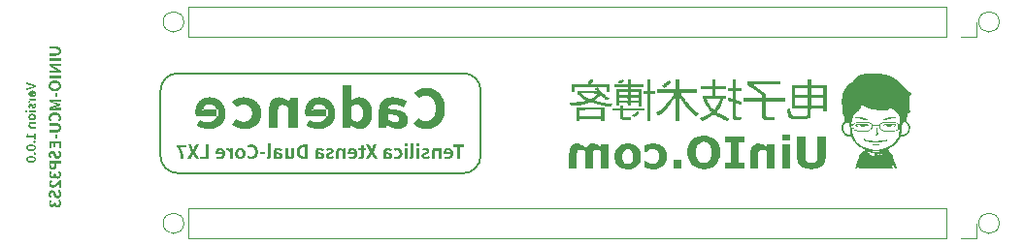
<source format=gbo>
%TF.GenerationSoftware,KiCad,Pcbnew,(7.0.0)*%
%TF.CreationDate,2023-03-04T02:21:14+08:00*%
%TF.ProjectId,UINIO-MCU-ESP32S3,55494e49-4f2d-44d4-9355-2d4553503332,Version 1.0.0*%
%TF.SameCoordinates,PX629df6ePY56b2a99*%
%TF.FileFunction,Legend,Bot*%
%TF.FilePolarity,Positive*%
%FSLAX46Y46*%
G04 Gerber Fmt 4.6, Leading zero omitted, Abs format (unit mm)*
G04 Created by KiCad (PCBNEW (7.0.0)) date 2023-03-04 02:21:14*
%MOMM*%
%LPD*%
G01*
G04 APERTURE LIST*
%ADD10C,0.200000*%
%ADD11C,0.250000*%
%ADD12C,0.180000*%
%ADD13C,0.300000*%
%ADD14C,0.100000*%
%ADD15C,0.120000*%
%ADD16C,1.200000*%
%ADD17R,1.700000X1.700000*%
%ADD18O,1.700000X1.700000*%
%ADD19C,0.650000*%
%ADD20O,2.100000X1.000000*%
%ADD21O,1.900000X1.000000*%
G04 APERTURE END LIST*
D10*
X39700000Y-11560033D02*
G75*
G03*
X41200000Y-10060000I-70J1500070D01*
G01*
X13280000Y-10060000D02*
X13280000Y-4330000D01*
X41200000Y-4330000D02*
X41200000Y-10060000D01*
X39700000Y-11560000D02*
X14780000Y-11560000D01*
X41199993Y-4330000D02*
G75*
G03*
X39700000Y-2830000I-1499963J37D01*
G01*
X13279993Y-10060000D02*
G75*
G03*
X14780000Y-11560000I1500037J37D01*
G01*
X14780000Y-2830000D02*
X39700000Y-2830000D01*
X14780000Y-2829933D02*
G75*
G03*
X13280000Y-4330000I30J-1500030D01*
G01*
D11*
G36*
X39396518Y-10316000D02*
G01*
X39147976Y-10316000D01*
X39147976Y-9286369D01*
X38795094Y-9286369D01*
X38795094Y-9077981D01*
X39746176Y-9077981D01*
X39746176Y-9286369D01*
X39396518Y-9286369D01*
X39396518Y-10316000D01*
G37*
G36*
X38395148Y-9359903D02*
G01*
X38415992Y-9361555D01*
X38436709Y-9364291D01*
X38457261Y-9368095D01*
X38477611Y-9372954D01*
X38497721Y-9378853D01*
X38517552Y-9385776D01*
X38537068Y-9393710D01*
X38556231Y-9402639D01*
X38575003Y-9412549D01*
X38593346Y-9423425D01*
X38611222Y-9435253D01*
X38628594Y-9448019D01*
X38645425Y-9461706D01*
X38661675Y-9476301D01*
X38677308Y-9491790D01*
X38692286Y-9508157D01*
X38706571Y-9525387D01*
X38720125Y-9543467D01*
X38732911Y-9562381D01*
X38744891Y-9582115D01*
X38756027Y-9602654D01*
X38766282Y-9623983D01*
X38775617Y-9646089D01*
X38783996Y-9668955D01*
X38791379Y-9692569D01*
X38797731Y-9716914D01*
X38803012Y-9741976D01*
X38807185Y-9767741D01*
X38810212Y-9794194D01*
X38812057Y-9821320D01*
X38812680Y-9849105D01*
X38812084Y-9877136D01*
X38810315Y-9904453D01*
X38807398Y-9931044D01*
X38803361Y-9956899D01*
X38798231Y-9982005D01*
X38792034Y-10006351D01*
X38784797Y-10029925D01*
X38776547Y-10052716D01*
X38767310Y-10074713D01*
X38757113Y-10095903D01*
X38745983Y-10116276D01*
X38733947Y-10135819D01*
X38721031Y-10154521D01*
X38707262Y-10172371D01*
X38692666Y-10189357D01*
X38677271Y-10205467D01*
X38661104Y-10220691D01*
X38644190Y-10235016D01*
X38626557Y-10248431D01*
X38608231Y-10260924D01*
X38589240Y-10272484D01*
X38569609Y-10283100D01*
X38549366Y-10292759D01*
X38528537Y-10301450D01*
X38507149Y-10309162D01*
X38485229Y-10315884D01*
X38462803Y-10321603D01*
X38439898Y-10326308D01*
X38416542Y-10329987D01*
X38392760Y-10332630D01*
X38368579Y-10334223D01*
X38344027Y-10334757D01*
X38322234Y-10334291D01*
X38300410Y-10332907D01*
X38278599Y-10330631D01*
X38256846Y-10327485D01*
X38235193Y-10323495D01*
X38213686Y-10318683D01*
X38192369Y-10313075D01*
X38171286Y-10306694D01*
X38150481Y-10299564D01*
X38129998Y-10291710D01*
X38109882Y-10283154D01*
X38090177Y-10273923D01*
X38070927Y-10264038D01*
X38052177Y-10253525D01*
X38033970Y-10242408D01*
X38016350Y-10230710D01*
X38100468Y-10081819D01*
X38113055Y-10089196D01*
X38125657Y-10096152D01*
X38138289Y-10102681D01*
X38150966Y-10108775D01*
X38163704Y-10114425D01*
X38176516Y-10119625D01*
X38189419Y-10124366D01*
X38202427Y-10128641D01*
X38215555Y-10132442D01*
X38228818Y-10135761D01*
X38242232Y-10138591D01*
X38255811Y-10140923D01*
X38269570Y-10142751D01*
X38283524Y-10144066D01*
X38297689Y-10144861D01*
X38312080Y-10145127D01*
X38325044Y-10144899D01*
X38337774Y-10144215D01*
X38350263Y-10143077D01*
X38362501Y-10141486D01*
X38374482Y-10139443D01*
X38386198Y-10136949D01*
X38397641Y-10134006D01*
X38419679Y-10126776D01*
X38440534Y-10117764D01*
X38460144Y-10106979D01*
X38478448Y-10094430D01*
X38495386Y-10080129D01*
X38510894Y-10064084D01*
X38524913Y-10046306D01*
X38537380Y-10026804D01*
X38543013Y-10016410D01*
X38548234Y-10005588D01*
X38553038Y-9994341D01*
X38557415Y-9982669D01*
X38561358Y-9970574D01*
X38564859Y-9958056D01*
X38567912Y-9945117D01*
X38570507Y-9931758D01*
X38572638Y-9917981D01*
X37992903Y-9917981D01*
X37989884Y-9906160D01*
X37987704Y-9894537D01*
X37985774Y-9881268D01*
X37984132Y-9866610D01*
X37983111Y-9854861D01*
X37982290Y-9842584D01*
X37981684Y-9829888D01*
X37981308Y-9816883D01*
X37981179Y-9803676D01*
X37981572Y-9780018D01*
X37982750Y-9756761D01*
X37983050Y-9753264D01*
X38192791Y-9753264D01*
X38575862Y-9753264D01*
X38573931Y-9740977D01*
X38571607Y-9729065D01*
X38568900Y-9717529D01*
X38562380Y-9695590D01*
X38554455Y-9675169D01*
X38545209Y-9656271D01*
X38534725Y-9638906D01*
X38523088Y-9623082D01*
X38510380Y-9608804D01*
X38496686Y-9596083D01*
X38482090Y-9584924D01*
X38466674Y-9575337D01*
X38450523Y-9567328D01*
X38433721Y-9560905D01*
X38416351Y-9556077D01*
X38398497Y-9552850D01*
X38380242Y-9551233D01*
X38370991Y-9551031D01*
X38349042Y-9551946D01*
X38328580Y-9554660D01*
X38309597Y-9559120D01*
X38292081Y-9565278D01*
X38276023Y-9573083D01*
X38261413Y-9582484D01*
X38248242Y-9593432D01*
X38236499Y-9605876D01*
X38226174Y-9619766D01*
X38217258Y-9635051D01*
X38209741Y-9651683D01*
X38203613Y-9669609D01*
X38198864Y-9688781D01*
X38195484Y-9709147D01*
X38193463Y-9730659D01*
X38192791Y-9753264D01*
X37983050Y-9753264D01*
X37984711Y-9733928D01*
X37987453Y-9711542D01*
X37990974Y-9689625D01*
X37995273Y-9668201D01*
X38000348Y-9647293D01*
X38006197Y-9626923D01*
X38012819Y-9607115D01*
X38020211Y-9587891D01*
X38028372Y-9569275D01*
X38037300Y-9551290D01*
X38046993Y-9533957D01*
X38057450Y-9517302D01*
X38068669Y-9501345D01*
X38080647Y-9486111D01*
X38093384Y-9471622D01*
X38106877Y-9457902D01*
X38121125Y-9444973D01*
X38136126Y-9432858D01*
X38151878Y-9421580D01*
X38168379Y-9411162D01*
X38185627Y-9401628D01*
X38203622Y-9393000D01*
X38222361Y-9385300D01*
X38241841Y-9378553D01*
X38262063Y-9372781D01*
X38283023Y-9368007D01*
X38304720Y-9364253D01*
X38327152Y-9361544D01*
X38350318Y-9359902D01*
X38374215Y-9359349D01*
X38395148Y-9359903D01*
G37*
G36*
X37778653Y-10316000D02*
G01*
X37531577Y-10316000D01*
X37531577Y-9675888D01*
X37518888Y-9663459D01*
X37506601Y-9651785D01*
X37494644Y-9640873D01*
X37482947Y-9630729D01*
X37471436Y-9621359D01*
X37460042Y-9612771D01*
X37448691Y-9604970D01*
X37437312Y-9597962D01*
X37425833Y-9591755D01*
X37414183Y-9586355D01*
X37402290Y-9581768D01*
X37390083Y-9578000D01*
X37377489Y-9575058D01*
X37364437Y-9572949D01*
X37350855Y-9571679D01*
X37336671Y-9571254D01*
X37319966Y-9571849D01*
X37304459Y-9573677D01*
X37290135Y-9576805D01*
X37276977Y-9581297D01*
X37264967Y-9587220D01*
X37254090Y-9594639D01*
X37244328Y-9603620D01*
X37235665Y-9614229D01*
X37228083Y-9626531D01*
X37221567Y-9640592D01*
X37216099Y-9656477D01*
X37211663Y-9674253D01*
X37208242Y-9693985D01*
X37205819Y-9715739D01*
X37204378Y-9739580D01*
X37204020Y-9752303D01*
X37203901Y-9765574D01*
X37203901Y-10316000D01*
X36956825Y-10316000D01*
X36956825Y-9735678D01*
X36957082Y-9713918D01*
X36957859Y-9692716D01*
X36959158Y-9672080D01*
X36960987Y-9652020D01*
X36963350Y-9632545D01*
X36966251Y-9613662D01*
X36969697Y-9595382D01*
X36973691Y-9577711D01*
X36978240Y-9560660D01*
X36983349Y-9544237D01*
X36989022Y-9528450D01*
X36995264Y-9513308D01*
X37002081Y-9498820D01*
X37009478Y-9484995D01*
X37017459Y-9471841D01*
X37026031Y-9459367D01*
X37035198Y-9447581D01*
X37044965Y-9436493D01*
X37055337Y-9426111D01*
X37066319Y-9416444D01*
X37077917Y-9407500D01*
X37090135Y-9399288D01*
X37102980Y-9391817D01*
X37116454Y-9385095D01*
X37130565Y-9379132D01*
X37145317Y-9373936D01*
X37160714Y-9369515D01*
X37176763Y-9365878D01*
X37193468Y-9363035D01*
X37210834Y-9360993D01*
X37228867Y-9359762D01*
X37247572Y-9359349D01*
X37259459Y-9359545D01*
X37282684Y-9361082D01*
X37305202Y-9364080D01*
X37327036Y-9368459D01*
X37348216Y-9374140D01*
X37368766Y-9381043D01*
X37388714Y-9389090D01*
X37408086Y-9398200D01*
X37426909Y-9408295D01*
X37445210Y-9419294D01*
X37463014Y-9431119D01*
X37480350Y-9443690D01*
X37497243Y-9456927D01*
X37513719Y-9470752D01*
X37529807Y-9485084D01*
X37545531Y-9499844D01*
X37553266Y-9507360D01*
X37558542Y-9507360D01*
X37577006Y-9378107D01*
X37778653Y-9378107D01*
X37778653Y-10316000D01*
G37*
G36*
X36433364Y-10334757D02*
G01*
X36410731Y-10334372D01*
X36388778Y-10333230D01*
X36367507Y-10331349D01*
X36346920Y-10328748D01*
X36327020Y-10325446D01*
X36307809Y-10321461D01*
X36289291Y-10316813D01*
X36271467Y-10311521D01*
X36254341Y-10305602D01*
X36237914Y-10299076D01*
X36222190Y-10291962D01*
X36207170Y-10284278D01*
X36192858Y-10276043D01*
X36179257Y-10267277D01*
X36166368Y-10257997D01*
X36154194Y-10248222D01*
X36142738Y-10237972D01*
X36132003Y-10227265D01*
X36121990Y-10216120D01*
X36112703Y-10204555D01*
X36104145Y-10192590D01*
X36096316Y-10180243D01*
X36089222Y-10167533D01*
X36082863Y-10154479D01*
X36077242Y-10141099D01*
X36072363Y-10127413D01*
X36068227Y-10113439D01*
X36064838Y-10099195D01*
X36062197Y-10084702D01*
X36060307Y-10069977D01*
X36059172Y-10055039D01*
X36058793Y-10039907D01*
X36059192Y-10024181D01*
X36060370Y-10009082D01*
X36062300Y-9994594D01*
X36064955Y-9980700D01*
X36068305Y-9967382D01*
X36072324Y-9954622D01*
X36076985Y-9942403D01*
X36082258Y-9930708D01*
X36088118Y-9919519D01*
X36094535Y-9908819D01*
X36101482Y-9898590D01*
X36108932Y-9888815D01*
X36116857Y-9879476D01*
X36125229Y-9870556D01*
X36134020Y-9862038D01*
X36143203Y-9853904D01*
X36152750Y-9846137D01*
X36162634Y-9838719D01*
X36172826Y-9831632D01*
X36183299Y-9824860D01*
X36194026Y-9818385D01*
X36204978Y-9812189D01*
X36216128Y-9806255D01*
X36227449Y-9800566D01*
X36238911Y-9795104D01*
X36250489Y-9789852D01*
X36262154Y-9784791D01*
X36273878Y-9779906D01*
X36285634Y-9775178D01*
X36297395Y-9770590D01*
X36309131Y-9766124D01*
X36320816Y-9761764D01*
X36339287Y-9755073D01*
X36357365Y-9748577D01*
X36374941Y-9742196D01*
X36391905Y-9735848D01*
X36408145Y-9729454D01*
X36423552Y-9722933D01*
X36438016Y-9716205D01*
X36451425Y-9709190D01*
X36463670Y-9701808D01*
X36474641Y-9693978D01*
X36484226Y-9685619D01*
X36492316Y-9676653D01*
X36501406Y-9661886D01*
X36506511Y-9645300D01*
X36507516Y-9633096D01*
X36506445Y-9618783D01*
X36503219Y-9605419D01*
X36497813Y-9593106D01*
X36490205Y-9581942D01*
X36480371Y-9572029D01*
X36468288Y-9563465D01*
X36453934Y-9556352D01*
X36437284Y-9550788D01*
X36424897Y-9547990D01*
X36411473Y-9545954D01*
X36397005Y-9544711D01*
X36381486Y-9544290D01*
X36368609Y-9544654D01*
X36355800Y-9545731D01*
X36343053Y-9547499D01*
X36330360Y-9549936D01*
X36317716Y-9553021D01*
X36305113Y-9556732D01*
X36292545Y-9561046D01*
X36280004Y-9565942D01*
X36267483Y-9571398D01*
X36254976Y-9577391D01*
X36242476Y-9583901D01*
X36229976Y-9590905D01*
X36217470Y-9598381D01*
X36204949Y-9606308D01*
X36192408Y-9614663D01*
X36179840Y-9623424D01*
X36069051Y-9475413D01*
X36083841Y-9464402D01*
X36099307Y-9453512D01*
X36115451Y-9442826D01*
X36132276Y-9432425D01*
X36149785Y-9422390D01*
X36167980Y-9412801D01*
X36186863Y-9403741D01*
X36206438Y-9395289D01*
X36226706Y-9387529D01*
X36247671Y-9380539D01*
X36269334Y-9374403D01*
X36291700Y-9369200D01*
X36314769Y-9365012D01*
X36326569Y-9363324D01*
X36338545Y-9361920D01*
X36350699Y-9360810D01*
X36363030Y-9360005D01*
X36375540Y-9359515D01*
X36388228Y-9359349D01*
X36408136Y-9359697D01*
X36427575Y-9360733D01*
X36446531Y-9362442D01*
X36464996Y-9364811D01*
X36482959Y-9367828D01*
X36500408Y-9371478D01*
X36517333Y-9375749D01*
X36533724Y-9380626D01*
X36549571Y-9386096D01*
X36564862Y-9392147D01*
X36579587Y-9398763D01*
X36593736Y-9405933D01*
X36607297Y-9413643D01*
X36620261Y-9421879D01*
X36632616Y-9430628D01*
X36644353Y-9439876D01*
X36655460Y-9449610D01*
X36665927Y-9459817D01*
X36675744Y-9470483D01*
X36684900Y-9481595D01*
X36693383Y-9493139D01*
X36701185Y-9505102D01*
X36708294Y-9517470D01*
X36714699Y-9530231D01*
X36720391Y-9543370D01*
X36725358Y-9556874D01*
X36729589Y-9570731D01*
X36733075Y-9584925D01*
X36735805Y-9599445D01*
X36737768Y-9614276D01*
X36738954Y-9629406D01*
X36739351Y-9644820D01*
X36738967Y-9659084D01*
X36737831Y-9672865D01*
X36735971Y-9686174D01*
X36733413Y-9699023D01*
X36730185Y-9711421D01*
X36726312Y-9723379D01*
X36721822Y-9734908D01*
X36716742Y-9746019D01*
X36711098Y-9756722D01*
X36704917Y-9767028D01*
X36698226Y-9776947D01*
X36691051Y-9786490D01*
X36683420Y-9795667D01*
X36675359Y-9804490D01*
X36666895Y-9812969D01*
X36658055Y-9821115D01*
X36648865Y-9828937D01*
X36639353Y-9836447D01*
X36629544Y-9843656D01*
X36619467Y-9850574D01*
X36609147Y-9857211D01*
X36598612Y-9863579D01*
X36587887Y-9869687D01*
X36577001Y-9875547D01*
X36565980Y-9881169D01*
X36554850Y-9886564D01*
X36543638Y-9891743D01*
X36532372Y-9896715D01*
X36521077Y-9901492D01*
X36509781Y-9906084D01*
X36498511Y-9910503D01*
X36487292Y-9914757D01*
X36468758Y-9921782D01*
X36450400Y-9928720D01*
X36432357Y-9935636D01*
X36414771Y-9942596D01*
X36397782Y-9949665D01*
X36381532Y-9956906D01*
X36366162Y-9964385D01*
X36351811Y-9972167D01*
X36338621Y-9980316D01*
X36326733Y-9988897D01*
X36316288Y-9997976D01*
X36307426Y-10007617D01*
X36300288Y-10017885D01*
X36295015Y-10028844D01*
X36291748Y-10040559D01*
X36290628Y-10053096D01*
X36291749Y-10068764D01*
X36295143Y-10083381D01*
X36300859Y-10096841D01*
X36308943Y-10109037D01*
X36319445Y-10119861D01*
X36332411Y-10129206D01*
X36347890Y-10136964D01*
X36359629Y-10141203D01*
X36372520Y-10144657D01*
X36386577Y-10147294D01*
X36401815Y-10149084D01*
X36418247Y-10149995D01*
X36426916Y-10150110D01*
X36443215Y-10149686D01*
X36459372Y-10148423D01*
X36475400Y-10146333D01*
X36491313Y-10143428D01*
X36507127Y-10139722D01*
X36522856Y-10135226D01*
X36538515Y-10129952D01*
X36554117Y-10123915D01*
X36569679Y-10117125D01*
X36585214Y-10109595D01*
X36600736Y-10101338D01*
X36616262Y-10092366D01*
X36631804Y-10082692D01*
X36647379Y-10072328D01*
X36662999Y-10061286D01*
X36678681Y-10049579D01*
X36791228Y-10202280D01*
X36773090Y-10216471D01*
X36754008Y-10230104D01*
X36744140Y-10236696D01*
X36734066Y-10243130D01*
X36723797Y-10249399D01*
X36713344Y-10255499D01*
X36702715Y-10261422D01*
X36691922Y-10267163D01*
X36680975Y-10272714D01*
X36669883Y-10278071D01*
X36658657Y-10283227D01*
X36647307Y-10288175D01*
X36635844Y-10292910D01*
X36624276Y-10297425D01*
X36612615Y-10301714D01*
X36600870Y-10305771D01*
X36589052Y-10309591D01*
X36577171Y-10313165D01*
X36565237Y-10316490D01*
X36553260Y-10319557D01*
X36541251Y-10322362D01*
X36529218Y-10324898D01*
X36517173Y-10327158D01*
X36505126Y-10329137D01*
X36493087Y-10330829D01*
X36481066Y-10332227D01*
X36469073Y-10333325D01*
X36457118Y-10334116D01*
X36445211Y-10334596D01*
X36433364Y-10334757D01*
G37*
G36*
X35871214Y-10316000D02*
G01*
X35624138Y-10316000D01*
X35624138Y-9378107D01*
X35871214Y-9378107D01*
X35871214Y-10316000D01*
G37*
G36*
X35746650Y-9228044D02*
G01*
X35731234Y-9227422D01*
X35716451Y-9225579D01*
X35702351Y-9222551D01*
X35688985Y-9218377D01*
X35676401Y-9213091D01*
X35664651Y-9206730D01*
X35653784Y-9199332D01*
X35643849Y-9190931D01*
X35634896Y-9181566D01*
X35626975Y-9171272D01*
X35620137Y-9160086D01*
X35614430Y-9148044D01*
X35609904Y-9135183D01*
X35606610Y-9121539D01*
X35604597Y-9107149D01*
X35603915Y-9092050D01*
X35604597Y-9077260D01*
X35606610Y-9063141D01*
X35609904Y-9049732D01*
X35614430Y-9037072D01*
X35620137Y-9025201D01*
X35626975Y-9014157D01*
X35634896Y-9003979D01*
X35643849Y-8994707D01*
X35653784Y-8986379D01*
X35664651Y-8979035D01*
X35676401Y-8972714D01*
X35688985Y-8967454D01*
X35702351Y-8963295D01*
X35716451Y-8960276D01*
X35731234Y-8958436D01*
X35746650Y-8957814D01*
X35762425Y-8958436D01*
X35777515Y-8960276D01*
X35791874Y-8963295D01*
X35805456Y-8967454D01*
X35818216Y-8972714D01*
X35830108Y-8979035D01*
X35841084Y-8986379D01*
X35851101Y-8994707D01*
X35860111Y-9003979D01*
X35868069Y-9014157D01*
X35874928Y-9025201D01*
X35880644Y-9037072D01*
X35885169Y-9049732D01*
X35888458Y-9063141D01*
X35890465Y-9077260D01*
X35891144Y-9092050D01*
X35890465Y-9107149D01*
X35888458Y-9121539D01*
X35885169Y-9135183D01*
X35880644Y-9148044D01*
X35874928Y-9160086D01*
X35868069Y-9171272D01*
X35860111Y-9181566D01*
X35851101Y-9190931D01*
X35841084Y-9199332D01*
X35830108Y-9206730D01*
X35818216Y-9213091D01*
X35805456Y-9218377D01*
X35791874Y-9222551D01*
X35777515Y-9225579D01*
X35762425Y-9227422D01*
X35746650Y-9228044D01*
G37*
G36*
X35129400Y-10334757D02*
G01*
X35113313Y-10334501D01*
X35098167Y-10333760D01*
X35083932Y-10332575D01*
X35070574Y-10330986D01*
X35058063Y-10329034D01*
X35046366Y-10326759D01*
X35031982Y-10323294D01*
X35018914Y-10319424D01*
X35007085Y-10315244D01*
X35001612Y-10313069D01*
X35031800Y-10129886D01*
X35043831Y-10132098D01*
X35055626Y-10133261D01*
X35065506Y-10133404D01*
X35078703Y-10131323D01*
X35089214Y-10126036D01*
X35098625Y-10117027D01*
X35104947Y-10106828D01*
X35109854Y-10093713D01*
X35112416Y-10081820D01*
X35113870Y-10068054D01*
X35114159Y-10057786D01*
X35114159Y-8970710D01*
X35361235Y-8970710D01*
X35361235Y-10047528D01*
X35361056Y-10063721D01*
X35360512Y-10079540D01*
X35359594Y-10094977D01*
X35358294Y-10110023D01*
X35356602Y-10124667D01*
X35354508Y-10138901D01*
X35352004Y-10152716D01*
X35349081Y-10166102D01*
X35345729Y-10179050D01*
X35341940Y-10191550D01*
X35337704Y-10203595D01*
X35333013Y-10215174D01*
X35327856Y-10226278D01*
X35322225Y-10236898D01*
X35316111Y-10247024D01*
X35302397Y-10265761D01*
X35286640Y-10282413D01*
X35268768Y-10296908D01*
X35248708Y-10309171D01*
X35237835Y-10314442D01*
X35226387Y-10319128D01*
X35214355Y-10323219D01*
X35201731Y-10326706D01*
X35188505Y-10329580D01*
X35174668Y-10331831D01*
X35160211Y-10333451D01*
X35145124Y-10334429D01*
X35129400Y-10334757D01*
G37*
G36*
X34832498Y-10316000D02*
G01*
X34585422Y-10316000D01*
X34585422Y-9378107D01*
X34832498Y-9378107D01*
X34832498Y-10316000D01*
G37*
G36*
X34707934Y-9228044D02*
G01*
X34692518Y-9227422D01*
X34677735Y-9225579D01*
X34663635Y-9222551D01*
X34650269Y-9218377D01*
X34637685Y-9213091D01*
X34625935Y-9206730D01*
X34615068Y-9199332D01*
X34605133Y-9190931D01*
X34596180Y-9181566D01*
X34588259Y-9171272D01*
X34581421Y-9160086D01*
X34575714Y-9148044D01*
X34571188Y-9135183D01*
X34567894Y-9121539D01*
X34565881Y-9107149D01*
X34565199Y-9092050D01*
X34565881Y-9077260D01*
X34567894Y-9063141D01*
X34571188Y-9049732D01*
X34575714Y-9037072D01*
X34581421Y-9025201D01*
X34588259Y-9014157D01*
X34596180Y-9003979D01*
X34605133Y-8994707D01*
X34615068Y-8986379D01*
X34625935Y-8979035D01*
X34637685Y-8972714D01*
X34650269Y-8967454D01*
X34663635Y-8963295D01*
X34677735Y-8960276D01*
X34692518Y-8958436D01*
X34707934Y-8957814D01*
X34723709Y-8958436D01*
X34738799Y-8960276D01*
X34753158Y-8963295D01*
X34766740Y-8967454D01*
X34779500Y-8972714D01*
X34791392Y-8979035D01*
X34802368Y-8986379D01*
X34812385Y-8994707D01*
X34821395Y-9003979D01*
X34829353Y-9014157D01*
X34836212Y-9025201D01*
X34841928Y-9037072D01*
X34846453Y-9049732D01*
X34849742Y-9063141D01*
X34851749Y-9077260D01*
X34852428Y-9092050D01*
X34851749Y-9107149D01*
X34849742Y-9121539D01*
X34846453Y-9135183D01*
X34841928Y-9148044D01*
X34836212Y-9160086D01*
X34829353Y-9171272D01*
X34821395Y-9181566D01*
X34812385Y-9190931D01*
X34802368Y-9199332D01*
X34791392Y-9206730D01*
X34779500Y-9213091D01*
X34766740Y-9218377D01*
X34753158Y-9222551D01*
X34738799Y-9225579D01*
X34723709Y-9227422D01*
X34707934Y-9228044D01*
G37*
G36*
X33922449Y-10334757D02*
G01*
X33902829Y-10334343D01*
X33883017Y-10333092D01*
X33863065Y-10330992D01*
X33843022Y-10328030D01*
X33822937Y-10324194D01*
X33802861Y-10319471D01*
X33782844Y-10313850D01*
X33762934Y-10307317D01*
X33743183Y-10299860D01*
X33723640Y-10291466D01*
X33704354Y-10282124D01*
X33685375Y-10271821D01*
X33666754Y-10260543D01*
X33648539Y-10248280D01*
X33630782Y-10235018D01*
X33613531Y-10220745D01*
X33712596Y-10059251D01*
X33722462Y-10067136D01*
X33732597Y-10074723D01*
X33742988Y-10081985D01*
X33753624Y-10088890D01*
X33764492Y-10095411D01*
X33775579Y-10101518D01*
X33786873Y-10107182D01*
X33798362Y-10112374D01*
X33810032Y-10117065D01*
X33821873Y-10121224D01*
X33833870Y-10124824D01*
X33846012Y-10127835D01*
X33858286Y-10130227D01*
X33870680Y-10131972D01*
X33883182Y-10133041D01*
X33895778Y-10133404D01*
X33908258Y-10133077D01*
X33920520Y-10132104D01*
X33932552Y-10130493D01*
X33944343Y-10128253D01*
X33955881Y-10125393D01*
X33967155Y-10121924D01*
X33978153Y-10117853D01*
X33999272Y-10107943D01*
X34019146Y-10095738D01*
X34037680Y-10081310D01*
X34046416Y-10073286D01*
X34054782Y-10064733D01*
X34062767Y-10055661D01*
X34070358Y-10046079D01*
X34077544Y-10035996D01*
X34084314Y-10025421D01*
X34090655Y-10014364D01*
X34096556Y-10002833D01*
X34102006Y-9990837D01*
X34106992Y-9978387D01*
X34111503Y-9965490D01*
X34115526Y-9952156D01*
X34119052Y-9938394D01*
X34122067Y-9924213D01*
X34124560Y-9909623D01*
X34126519Y-9894632D01*
X34127934Y-9879249D01*
X34128791Y-9863484D01*
X34129079Y-9847346D01*
X34128795Y-9831336D01*
X34127951Y-9815682D01*
X34126554Y-9800392D01*
X34124616Y-9785478D01*
X34122143Y-9770949D01*
X34119146Y-9756816D01*
X34115635Y-9743088D01*
X34111617Y-9729775D01*
X34107103Y-9716888D01*
X34102101Y-9704437D01*
X34096620Y-9692431D01*
X34090671Y-9680880D01*
X34084261Y-9669795D01*
X34077401Y-9659186D01*
X34070099Y-9649062D01*
X34062364Y-9639435D01*
X34054206Y-9630313D01*
X34045634Y-9621706D01*
X34036657Y-9613626D01*
X34027284Y-9606081D01*
X34017525Y-9599082D01*
X34007388Y-9592640D01*
X33996882Y-9586763D01*
X33986018Y-9581462D01*
X33974804Y-9576747D01*
X33963249Y-9572629D01*
X33951363Y-9569116D01*
X33939154Y-9566220D01*
X33926632Y-9563949D01*
X33913806Y-9562315D01*
X33900685Y-9561328D01*
X33887278Y-9560996D01*
X33872820Y-9561557D01*
X33858752Y-9563231D01*
X33845016Y-9566002D01*
X33831554Y-9569852D01*
X33818309Y-9574768D01*
X33805223Y-9580731D01*
X33792236Y-9587728D01*
X33779293Y-9595741D01*
X33766333Y-9604755D01*
X33753301Y-9614754D01*
X33744543Y-9621959D01*
X33626720Y-9463690D01*
X33639873Y-9452810D01*
X33653510Y-9442292D01*
X33667641Y-9432185D01*
X33682275Y-9422533D01*
X33697422Y-9413385D01*
X33713093Y-9404787D01*
X33729298Y-9396785D01*
X33746045Y-9389428D01*
X33763345Y-9382760D01*
X33781209Y-9376830D01*
X33799644Y-9371683D01*
X33818663Y-9367368D01*
X33838274Y-9363930D01*
X33858487Y-9361416D01*
X33879313Y-9359874D01*
X33900761Y-9359349D01*
X33924599Y-9359880D01*
X33948225Y-9361465D01*
X33971602Y-9364093D01*
X33994696Y-9367755D01*
X34017470Y-9372440D01*
X34039888Y-9378138D01*
X34061916Y-9384837D01*
X34083517Y-9392528D01*
X34104655Y-9401200D01*
X34125296Y-9410842D01*
X34145402Y-9421445D01*
X34164940Y-9432997D01*
X34183872Y-9445488D01*
X34202163Y-9458908D01*
X34219778Y-9473246D01*
X34236680Y-9488493D01*
X34252835Y-9504636D01*
X34268206Y-9521666D01*
X34282757Y-9539573D01*
X34296454Y-9558345D01*
X34309260Y-9577973D01*
X34321140Y-9598446D01*
X34332058Y-9619753D01*
X34341978Y-9641885D01*
X34350864Y-9664830D01*
X34358682Y-9688578D01*
X34365395Y-9713119D01*
X34370967Y-9738442D01*
X34375363Y-9764536D01*
X34378547Y-9791392D01*
X34380484Y-9818999D01*
X34381137Y-9847346D01*
X34380561Y-9875666D01*
X34378849Y-9903245D01*
X34376025Y-9930074D01*
X34372115Y-9956142D01*
X34367144Y-9981438D01*
X34361136Y-10005952D01*
X34354115Y-10029674D01*
X34346108Y-10052593D01*
X34337139Y-10074699D01*
X34327233Y-10095981D01*
X34316414Y-10116429D01*
X34304708Y-10136033D01*
X34292138Y-10154783D01*
X34278731Y-10172666D01*
X34264511Y-10189675D01*
X34249503Y-10205797D01*
X34233731Y-10221023D01*
X34217221Y-10235342D01*
X34199997Y-10248744D01*
X34182084Y-10261218D01*
X34163508Y-10272754D01*
X34144292Y-10283341D01*
X34124462Y-10292970D01*
X34104042Y-10301629D01*
X34083058Y-10309308D01*
X34061535Y-10315998D01*
X34039496Y-10321686D01*
X34016967Y-10326364D01*
X33993974Y-10330021D01*
X33970539Y-10332645D01*
X33946690Y-10334228D01*
X33922449Y-10334757D01*
G37*
G36*
X33091302Y-9359511D02*
G01*
X33105055Y-9359991D01*
X33118724Y-9360782D01*
X33132306Y-9361876D01*
X33145801Y-9363266D01*
X33159207Y-9364942D01*
X33172520Y-9366898D01*
X33185741Y-9369126D01*
X33198867Y-9371619D01*
X33211896Y-9374367D01*
X33224827Y-9377364D01*
X33237658Y-9380601D01*
X33250387Y-9384072D01*
X33263012Y-9387767D01*
X33275531Y-9391680D01*
X33287943Y-9395802D01*
X33300246Y-9400127D01*
X33312439Y-9404645D01*
X33324518Y-9409349D01*
X33336484Y-9414232D01*
X33348333Y-9419286D01*
X33360064Y-9424502D01*
X33371676Y-9429874D01*
X33383166Y-9435393D01*
X33394533Y-9441051D01*
X33405775Y-9446841D01*
X33416890Y-9452755D01*
X33427877Y-9458786D01*
X33438733Y-9464924D01*
X33449457Y-9471164D01*
X33460048Y-9477496D01*
X33470502Y-9483913D01*
X33381696Y-9645993D01*
X33365355Y-9636742D01*
X33349081Y-9627812D01*
X33332864Y-9619240D01*
X33316694Y-9611064D01*
X33300561Y-9603323D01*
X33284457Y-9596054D01*
X33268372Y-9589296D01*
X33252296Y-9583088D01*
X33236220Y-9577466D01*
X33220135Y-9572471D01*
X33204031Y-9568139D01*
X33187898Y-9564509D01*
X33171728Y-9561619D01*
X33155510Y-9559507D01*
X33139236Y-9558212D01*
X33122896Y-9557772D01*
X33102014Y-9558578D01*
X33082851Y-9560948D01*
X33065348Y-9564812D01*
X33049445Y-9570100D01*
X33035082Y-9576741D01*
X33022200Y-9584665D01*
X33010740Y-9593802D01*
X33000640Y-9604080D01*
X32991843Y-9615431D01*
X32984287Y-9627782D01*
X32977914Y-9641064D01*
X32972664Y-9655207D01*
X32968476Y-9670139D01*
X32965292Y-9685791D01*
X32963052Y-9702092D01*
X32961696Y-9718972D01*
X32996646Y-9722901D01*
X33030337Y-9727216D01*
X33062778Y-9731923D01*
X33093980Y-9737028D01*
X33123952Y-9742535D01*
X33152704Y-9748451D01*
X33180246Y-9754781D01*
X33206587Y-9761530D01*
X33231738Y-9768704D01*
X33255708Y-9776307D01*
X33278508Y-9784346D01*
X33300146Y-9792826D01*
X33320633Y-9801752D01*
X33339978Y-9811130D01*
X33358192Y-9820965D01*
X33375284Y-9831263D01*
X33391265Y-9842029D01*
X33406142Y-9853267D01*
X33419928Y-9864985D01*
X33432631Y-9877187D01*
X33444262Y-9889879D01*
X33454829Y-9903066D01*
X33464344Y-9916753D01*
X33472815Y-9930946D01*
X33480253Y-9945651D01*
X33486667Y-9960872D01*
X33492068Y-9976615D01*
X33496465Y-9992886D01*
X33499867Y-10009690D01*
X33502285Y-10027033D01*
X33503729Y-10044919D01*
X33504208Y-10063355D01*
X33503885Y-10077517D01*
X33502923Y-10091470D01*
X33501331Y-10105200D01*
X33499120Y-10118690D01*
X33496298Y-10131924D01*
X33492877Y-10144887D01*
X33488865Y-10157562D01*
X33484273Y-10169935D01*
X33479111Y-10181988D01*
X33473387Y-10193706D01*
X33467113Y-10205074D01*
X33460297Y-10216075D01*
X33452951Y-10226694D01*
X33445083Y-10236915D01*
X33436703Y-10246722D01*
X33427821Y-10256099D01*
X33418447Y-10265030D01*
X33408591Y-10273500D01*
X33398263Y-10281493D01*
X33387472Y-10288992D01*
X33376229Y-10295983D01*
X33364542Y-10302448D01*
X33352423Y-10308373D01*
X33339880Y-10313742D01*
X33326924Y-10318538D01*
X33313564Y-10322746D01*
X33299810Y-10326350D01*
X33285672Y-10329335D01*
X33271160Y-10331683D01*
X33256284Y-10333381D01*
X33241053Y-10334411D01*
X33225478Y-10334757D01*
X33205467Y-10334138D01*
X33185770Y-10332315D01*
X33166383Y-10329342D01*
X33147305Y-10325273D01*
X33128532Y-10320162D01*
X33110063Y-10314062D01*
X33091894Y-10307027D01*
X33074023Y-10299110D01*
X33056447Y-10290366D01*
X33039165Y-10280847D01*
X33022172Y-10270609D01*
X33005467Y-10259703D01*
X32989047Y-10248184D01*
X32972910Y-10236106D01*
X32957053Y-10223523D01*
X32941472Y-10210487D01*
X32934731Y-10210487D01*
X32918025Y-10316000D01*
X32716378Y-10316000D01*
X32716378Y-9865225D01*
X32961696Y-9865225D01*
X32961696Y-10051338D01*
X32972927Y-10061819D01*
X32984004Y-10071710D01*
X32994966Y-10081001D01*
X33005852Y-10089678D01*
X33016700Y-10097730D01*
X33027549Y-10105145D01*
X33038437Y-10111911D01*
X33049403Y-10118016D01*
X33060487Y-10123448D01*
X33071725Y-10128194D01*
X33083158Y-10132243D01*
X33094823Y-10135583D01*
X33106760Y-10138202D01*
X33119007Y-10140087D01*
X33131602Y-10141227D01*
X33144585Y-10141610D01*
X33157914Y-10141244D01*
X33170722Y-10140134D01*
X33182963Y-10138266D01*
X33194589Y-10135625D01*
X33210774Y-10130180D01*
X33225314Y-10122911D01*
X33238050Y-10113768D01*
X33248824Y-10102698D01*
X33257479Y-10089652D01*
X33263857Y-10074579D01*
X33267799Y-10057428D01*
X33268997Y-10044815D01*
X33269149Y-10038149D01*
X33268224Y-10022944D01*
X33265375Y-10008227D01*
X33260491Y-9994019D01*
X33253464Y-9980341D01*
X33244181Y-9967215D01*
X33232533Y-9954661D01*
X33218410Y-9942700D01*
X33201701Y-9931354D01*
X33182296Y-9920643D01*
X33171547Y-9915532D01*
X33160084Y-9910588D01*
X33147891Y-9905814D01*
X33134955Y-9901211D01*
X33121262Y-9896783D01*
X33106799Y-9892533D01*
X33091551Y-9888462D01*
X33075505Y-9884574D01*
X33058647Y-9880871D01*
X33040964Y-9877356D01*
X33022441Y-9874031D01*
X33003064Y-9870899D01*
X32982820Y-9867963D01*
X32961696Y-9865225D01*
X32716378Y-9865225D01*
X32716378Y-9772315D01*
X32716737Y-9747381D01*
X32717812Y-9723193D01*
X32719603Y-9699755D01*
X32722108Y-9677069D01*
X32725327Y-9655138D01*
X32729257Y-9633966D01*
X32733898Y-9613556D01*
X32739249Y-9593909D01*
X32745308Y-9575030D01*
X32752074Y-9556921D01*
X32759546Y-9539585D01*
X32767723Y-9523025D01*
X32776604Y-9507244D01*
X32786187Y-9492246D01*
X32796472Y-9478032D01*
X32807456Y-9464606D01*
X32819140Y-9451970D01*
X32831522Y-9440129D01*
X32844600Y-9429084D01*
X32858373Y-9418839D01*
X32872841Y-9409397D01*
X32888001Y-9400760D01*
X32903854Y-9392932D01*
X32920397Y-9385915D01*
X32937630Y-9379713D01*
X32955551Y-9374328D01*
X32974160Y-9369763D01*
X32993454Y-9366022D01*
X33013433Y-9363107D01*
X33034095Y-9361021D01*
X33055441Y-9359768D01*
X33077467Y-9359349D01*
X33091302Y-9359511D01*
G37*
G36*
X32192331Y-10316000D02*
G01*
X31928549Y-10316000D01*
X31795778Y-10042252D01*
X31790118Y-10030308D01*
X31784457Y-10018316D01*
X31778797Y-10006264D01*
X31773137Y-9994139D01*
X31767476Y-9981929D01*
X31761816Y-9969619D01*
X31756156Y-9957198D01*
X31750495Y-9944653D01*
X31744835Y-9931970D01*
X31739175Y-9919137D01*
X31733514Y-9906140D01*
X31727854Y-9892968D01*
X31722194Y-9879607D01*
X31716534Y-9866043D01*
X31710873Y-9852266D01*
X31705213Y-9838260D01*
X31698472Y-9838260D01*
X31691641Y-9852266D01*
X31684986Y-9866043D01*
X31678489Y-9879607D01*
X31672135Y-9892968D01*
X31665906Y-9906140D01*
X31659785Y-9919137D01*
X31653757Y-9931970D01*
X31647804Y-9944653D01*
X31641909Y-9957198D01*
X31636055Y-9969619D01*
X31630227Y-9981929D01*
X31624407Y-9994139D01*
X31618578Y-10006264D01*
X31612724Y-10018316D01*
X31606827Y-10030308D01*
X31600872Y-10042252D01*
X31461654Y-10316000D01*
X31186148Y-10316000D01*
X31535513Y-9689663D01*
X31207837Y-9077981D01*
X31469860Y-9077981D01*
X31587683Y-9333850D01*
X31592668Y-9344810D01*
X31597629Y-9355834D01*
X31602574Y-9366944D01*
X31607513Y-9378162D01*
X31612455Y-9389510D01*
X31617410Y-9401012D01*
X31622388Y-9412688D01*
X31627397Y-9424562D01*
X31632448Y-9436656D01*
X31637549Y-9448992D01*
X31642710Y-9461592D01*
X31647941Y-9474479D01*
X31653251Y-9487675D01*
X31658649Y-9501203D01*
X31664145Y-9515085D01*
X31669749Y-9529342D01*
X31678248Y-9529342D01*
X31685039Y-9515085D01*
X31691580Y-9501203D01*
X31697895Y-9487675D01*
X31704008Y-9474479D01*
X31709945Y-9461592D01*
X31715729Y-9448992D01*
X31721385Y-9436656D01*
X31726938Y-9424562D01*
X31732412Y-9412688D01*
X31737831Y-9401012D01*
X31743220Y-9389510D01*
X31748604Y-9378162D01*
X31754007Y-9366944D01*
X31759453Y-9355834D01*
X31764966Y-9344810D01*
X31770572Y-9333850D01*
X31895136Y-9077981D01*
X32170642Y-9077981D01*
X31842966Y-9677939D01*
X32192331Y-10316000D01*
G37*
G36*
X30731563Y-10334757D02*
G01*
X30716368Y-10334546D01*
X30701556Y-10333931D01*
X30687125Y-10332943D01*
X30673073Y-10331611D01*
X30659399Y-10329965D01*
X30646102Y-10328034D01*
X30633179Y-10325848D01*
X30620628Y-10323437D01*
X30608448Y-10320830D01*
X30596638Y-10318056D01*
X30585195Y-10315146D01*
X30568716Y-10310591D01*
X30553054Y-10305894D01*
X30538204Y-10301157D01*
X30533433Y-10299586D01*
X30573880Y-10120214D01*
X30586483Y-10124848D01*
X30600382Y-10129253D01*
X30612148Y-10132459D01*
X30624257Y-10135257D01*
X30636491Y-10137529D01*
X30648634Y-10139159D01*
X30660469Y-10140030D01*
X30666204Y-10140145D01*
X30681501Y-10139559D01*
X30695846Y-10137796D01*
X30709233Y-10134847D01*
X30721658Y-10130702D01*
X30733116Y-10125351D01*
X30743602Y-10118784D01*
X30753112Y-10110994D01*
X30761642Y-10101969D01*
X30769185Y-10091702D01*
X30775738Y-10080181D01*
X30781296Y-10067398D01*
X30785854Y-10053344D01*
X30789407Y-10038008D01*
X30791951Y-10021382D01*
X30793481Y-10003456D01*
X30793992Y-9984220D01*
X30793992Y-9573013D01*
X30562156Y-9573013D01*
X30562156Y-9378107D01*
X30793992Y-9378107D01*
X30793992Y-9124583D01*
X30998863Y-9124583D01*
X31027292Y-9378107D01*
X31173545Y-9390124D01*
X31173545Y-9573013D01*
X31040775Y-9573013D01*
X31040775Y-9984220D01*
X31040522Y-10003508D01*
X31039759Y-10022401D01*
X31038475Y-10040885D01*
X31036660Y-10058944D01*
X31034306Y-10076565D01*
X31031402Y-10093734D01*
X31027940Y-10110436D01*
X31023908Y-10126658D01*
X31019298Y-10142384D01*
X31014101Y-10157602D01*
X31008305Y-10172295D01*
X31001903Y-10186451D01*
X30994884Y-10200056D01*
X30987238Y-10213094D01*
X30978957Y-10225551D01*
X30970030Y-10237414D01*
X30960448Y-10248669D01*
X30950201Y-10259300D01*
X30939279Y-10269294D01*
X30927674Y-10278637D01*
X30915375Y-10287314D01*
X30902373Y-10295311D01*
X30888658Y-10302613D01*
X30874221Y-10309208D01*
X30859052Y-10315080D01*
X30843141Y-10320215D01*
X30826478Y-10324599D01*
X30809056Y-10328218D01*
X30790862Y-10331058D01*
X30771889Y-10333104D01*
X30752126Y-10334342D01*
X30731563Y-10334757D01*
G37*
G36*
X30044387Y-9359903D02*
G01*
X30065231Y-9361555D01*
X30085948Y-9364291D01*
X30106500Y-9368095D01*
X30126850Y-9372954D01*
X30146960Y-9378853D01*
X30166792Y-9385776D01*
X30186308Y-9393710D01*
X30205471Y-9402639D01*
X30224242Y-9412549D01*
X30242585Y-9423425D01*
X30260462Y-9435253D01*
X30277834Y-9448019D01*
X30294664Y-9461706D01*
X30310914Y-9476301D01*
X30326547Y-9491790D01*
X30341525Y-9508157D01*
X30355810Y-9525387D01*
X30369365Y-9543467D01*
X30382151Y-9562381D01*
X30394131Y-9582115D01*
X30405267Y-9602654D01*
X30415521Y-9623983D01*
X30424857Y-9646089D01*
X30433235Y-9668955D01*
X30440619Y-9692569D01*
X30446970Y-9716914D01*
X30452251Y-9741976D01*
X30456424Y-9767741D01*
X30459452Y-9794194D01*
X30461296Y-9821320D01*
X30461919Y-9849105D01*
X30461323Y-9877136D01*
X30459554Y-9904453D01*
X30456637Y-9931044D01*
X30452601Y-9956899D01*
X30447471Y-9982005D01*
X30441274Y-10006351D01*
X30434037Y-10029925D01*
X30425786Y-10052716D01*
X30416549Y-10074713D01*
X30406353Y-10095903D01*
X30395223Y-10116276D01*
X30383186Y-10135819D01*
X30370270Y-10154521D01*
X30356501Y-10172371D01*
X30341906Y-10189357D01*
X30326511Y-10205467D01*
X30310343Y-10220691D01*
X30293429Y-10235016D01*
X30275796Y-10248431D01*
X30257471Y-10260924D01*
X30238479Y-10272484D01*
X30218848Y-10283100D01*
X30198605Y-10292759D01*
X30177776Y-10301450D01*
X30156388Y-10309162D01*
X30134468Y-10315884D01*
X30112042Y-10321603D01*
X30089138Y-10326308D01*
X30065781Y-10329987D01*
X30041999Y-10332630D01*
X30017818Y-10334223D01*
X29993266Y-10334757D01*
X29971473Y-10334291D01*
X29949650Y-10332907D01*
X29927839Y-10330631D01*
X29906085Y-10327485D01*
X29884432Y-10323495D01*
X29862926Y-10318683D01*
X29841608Y-10313075D01*
X29820525Y-10306694D01*
X29799720Y-10299564D01*
X29779238Y-10291710D01*
X29759122Y-10283154D01*
X29739417Y-10273923D01*
X29720167Y-10264038D01*
X29701416Y-10253525D01*
X29683209Y-10242408D01*
X29665590Y-10230710D01*
X29749707Y-10081819D01*
X29762294Y-10089196D01*
X29774896Y-10096152D01*
X29787528Y-10102681D01*
X29800206Y-10108775D01*
X29812943Y-10114425D01*
X29825756Y-10119625D01*
X29838658Y-10124366D01*
X29851666Y-10128641D01*
X29864794Y-10132442D01*
X29878057Y-10135761D01*
X29891471Y-10138591D01*
X29905050Y-10140923D01*
X29918809Y-10142751D01*
X29932764Y-10144066D01*
X29946929Y-10144861D01*
X29961319Y-10145127D01*
X29974284Y-10144899D01*
X29987014Y-10144215D01*
X29999502Y-10143077D01*
X30011740Y-10141486D01*
X30023721Y-10139443D01*
X30035437Y-10136949D01*
X30046881Y-10134006D01*
X30068918Y-10126776D01*
X30089773Y-10117764D01*
X30109383Y-10106979D01*
X30127688Y-10094430D01*
X30144625Y-10080129D01*
X30160134Y-10064084D01*
X30174152Y-10046306D01*
X30186619Y-10026804D01*
X30192252Y-10016410D01*
X30197474Y-10005588D01*
X30202277Y-9994341D01*
X30206654Y-9982669D01*
X30210597Y-9970574D01*
X30214099Y-9958056D01*
X30217151Y-9945117D01*
X30219746Y-9931758D01*
X30221877Y-9917981D01*
X29642142Y-9917981D01*
X29639124Y-9906160D01*
X29636944Y-9894537D01*
X29635014Y-9881268D01*
X29633371Y-9866610D01*
X29632351Y-9854861D01*
X29631529Y-9842584D01*
X29630923Y-9829888D01*
X29630547Y-9816883D01*
X29630419Y-9803676D01*
X29630812Y-9780018D01*
X29631989Y-9756761D01*
X29632289Y-9753264D01*
X29842031Y-9753264D01*
X30225101Y-9753264D01*
X30223170Y-9740977D01*
X30220846Y-9729065D01*
X30218139Y-9717529D01*
X30211619Y-9695590D01*
X30203694Y-9675169D01*
X30194448Y-9656271D01*
X30183965Y-9638906D01*
X30172327Y-9623082D01*
X30159620Y-9608804D01*
X30145926Y-9596083D01*
X30131329Y-9584924D01*
X30115914Y-9575337D01*
X30099763Y-9567328D01*
X30082960Y-9560905D01*
X30065590Y-9556077D01*
X30047736Y-9552850D01*
X30029482Y-9551233D01*
X30020230Y-9551031D01*
X29998281Y-9551946D01*
X29977820Y-9554660D01*
X29958836Y-9559120D01*
X29941320Y-9565278D01*
X29925262Y-9573083D01*
X29910652Y-9582484D01*
X29897481Y-9593432D01*
X29885738Y-9605876D01*
X29875413Y-9619766D01*
X29866498Y-9635051D01*
X29858980Y-9651683D01*
X29852852Y-9669609D01*
X29848103Y-9688781D01*
X29844723Y-9709147D01*
X29842702Y-9730659D01*
X29842031Y-9753264D01*
X29632289Y-9753264D01*
X29633950Y-9733928D01*
X29636692Y-9711542D01*
X29640214Y-9689625D01*
X29644513Y-9668201D01*
X29649588Y-9647293D01*
X29655437Y-9626923D01*
X29662058Y-9607115D01*
X29669450Y-9587891D01*
X29677611Y-9569275D01*
X29686539Y-9551290D01*
X29696233Y-9533957D01*
X29706690Y-9517302D01*
X29717908Y-9501345D01*
X29729887Y-9486111D01*
X29742623Y-9471622D01*
X29756117Y-9457902D01*
X29770364Y-9444973D01*
X29785365Y-9432858D01*
X29801117Y-9421580D01*
X29817618Y-9411162D01*
X29834867Y-9401628D01*
X29852861Y-9393000D01*
X29871600Y-9385300D01*
X29891081Y-9378553D01*
X29911302Y-9372781D01*
X29932262Y-9368007D01*
X29953959Y-9364253D01*
X29976391Y-9361544D01*
X29999557Y-9359902D01*
X30023454Y-9359349D01*
X30044387Y-9359903D01*
G37*
G36*
X29427893Y-10316000D02*
G01*
X29180816Y-10316000D01*
X29180816Y-9675888D01*
X29168127Y-9663459D01*
X29155840Y-9651785D01*
X29143884Y-9640873D01*
X29132186Y-9630729D01*
X29120676Y-9621359D01*
X29109281Y-9612771D01*
X29097930Y-9604970D01*
X29086551Y-9597962D01*
X29075072Y-9591755D01*
X29063422Y-9586355D01*
X29051530Y-9581768D01*
X29039322Y-9578000D01*
X29026728Y-9575058D01*
X29013676Y-9572949D01*
X29000094Y-9571679D01*
X28985911Y-9571254D01*
X28969205Y-9571849D01*
X28953699Y-9573677D01*
X28939375Y-9576805D01*
X28926216Y-9581297D01*
X28914207Y-9587220D01*
X28903329Y-9594639D01*
X28893567Y-9603620D01*
X28884904Y-9614229D01*
X28877323Y-9626531D01*
X28870806Y-9640592D01*
X28865339Y-9656477D01*
X28860903Y-9674253D01*
X28857481Y-9693985D01*
X28855059Y-9715739D01*
X28853617Y-9739580D01*
X28853259Y-9752303D01*
X28853140Y-9765574D01*
X28853140Y-10316000D01*
X28606064Y-10316000D01*
X28606064Y-9735678D01*
X28606322Y-9713918D01*
X28607098Y-9692716D01*
X28608398Y-9672080D01*
X28610226Y-9652020D01*
X28612589Y-9632545D01*
X28615490Y-9613662D01*
X28618936Y-9595382D01*
X28622931Y-9577711D01*
X28627480Y-9560660D01*
X28632588Y-9544237D01*
X28638261Y-9528450D01*
X28644503Y-9513308D01*
X28651320Y-9498820D01*
X28658717Y-9484995D01*
X28666699Y-9471841D01*
X28675270Y-9459367D01*
X28684437Y-9447581D01*
X28694204Y-9436493D01*
X28704576Y-9426111D01*
X28715558Y-9416444D01*
X28727156Y-9407500D01*
X28739375Y-9399288D01*
X28752219Y-9391817D01*
X28765694Y-9385095D01*
X28779804Y-9379132D01*
X28794556Y-9373936D01*
X28809954Y-9369515D01*
X28826002Y-9365878D01*
X28842707Y-9363035D01*
X28860074Y-9360993D01*
X28878107Y-9359762D01*
X28896811Y-9359349D01*
X28908698Y-9359545D01*
X28931924Y-9361082D01*
X28954441Y-9364080D01*
X28976276Y-9368459D01*
X28997455Y-9374140D01*
X29018005Y-9381043D01*
X29037953Y-9389090D01*
X29057325Y-9398200D01*
X29076148Y-9408295D01*
X29094449Y-9419294D01*
X29112254Y-9431119D01*
X29129589Y-9443690D01*
X29146482Y-9456927D01*
X29162959Y-9470752D01*
X29179046Y-9485084D01*
X29194771Y-9499844D01*
X29202505Y-9507360D01*
X29207781Y-9507360D01*
X29226246Y-9378107D01*
X29427893Y-9378107D01*
X29427893Y-10316000D01*
G37*
G36*
X28082603Y-10334757D02*
G01*
X28059971Y-10334372D01*
X28038018Y-10333230D01*
X28016746Y-10331349D01*
X27996159Y-10328748D01*
X27976259Y-10325446D01*
X27957049Y-10321461D01*
X27938530Y-10316813D01*
X27920707Y-10311521D01*
X27903580Y-10305602D01*
X27887153Y-10299076D01*
X27871429Y-10291962D01*
X27856410Y-10284278D01*
X27842098Y-10276043D01*
X27828496Y-10267277D01*
X27815607Y-10257997D01*
X27803433Y-10248222D01*
X27791977Y-10237972D01*
X27781242Y-10227265D01*
X27771230Y-10216120D01*
X27761943Y-10204555D01*
X27753384Y-10192590D01*
X27745556Y-10180243D01*
X27738461Y-10167533D01*
X27732102Y-10154479D01*
X27726482Y-10141099D01*
X27721602Y-10127413D01*
X27717467Y-10113439D01*
X27714077Y-10099195D01*
X27711436Y-10084702D01*
X27709547Y-10069977D01*
X27708411Y-10055039D01*
X27708032Y-10039907D01*
X27708431Y-10024181D01*
X27709609Y-10009082D01*
X27711540Y-9994594D01*
X27714194Y-9980700D01*
X27717545Y-9967382D01*
X27721564Y-9954622D01*
X27726224Y-9942403D01*
X27731498Y-9930708D01*
X27737357Y-9919519D01*
X27743774Y-9908819D01*
X27750721Y-9898590D01*
X27758171Y-9888815D01*
X27766096Y-9879476D01*
X27774468Y-9870556D01*
X27783259Y-9862038D01*
X27792442Y-9853904D01*
X27801990Y-9846137D01*
X27811873Y-9838719D01*
X27822065Y-9831632D01*
X27832539Y-9824860D01*
X27843265Y-9818385D01*
X27854217Y-9812189D01*
X27865368Y-9806255D01*
X27876688Y-9800566D01*
X27888151Y-9795104D01*
X27899728Y-9789852D01*
X27911393Y-9784791D01*
X27923118Y-9779906D01*
X27934874Y-9775178D01*
X27946634Y-9770590D01*
X27958371Y-9766124D01*
X27970056Y-9761764D01*
X27988526Y-9755073D01*
X28006605Y-9748577D01*
X28024181Y-9742196D01*
X28041144Y-9735848D01*
X28057385Y-9729454D01*
X28072792Y-9722933D01*
X28087255Y-9716205D01*
X28100665Y-9709190D01*
X28112910Y-9701808D01*
X28123880Y-9693978D01*
X28133466Y-9685619D01*
X28141556Y-9676653D01*
X28150645Y-9661886D01*
X28155750Y-9645300D01*
X28156755Y-9633096D01*
X28155685Y-9618783D01*
X28152458Y-9605419D01*
X28147053Y-9593106D01*
X28139444Y-9581942D01*
X28129610Y-9572029D01*
X28117528Y-9563465D01*
X28103173Y-9556352D01*
X28086523Y-9550788D01*
X28074136Y-9547990D01*
X28060713Y-9545954D01*
X28046245Y-9544711D01*
X28030726Y-9544290D01*
X28017848Y-9544654D01*
X28005039Y-9545731D01*
X27992292Y-9547499D01*
X27979600Y-9549936D01*
X27966955Y-9553021D01*
X27954353Y-9556732D01*
X27941784Y-9561046D01*
X27929243Y-9565942D01*
X27916722Y-9571398D01*
X27904216Y-9577391D01*
X27891716Y-9583901D01*
X27879216Y-9590905D01*
X27866709Y-9598381D01*
X27854189Y-9606308D01*
X27841647Y-9614663D01*
X27829079Y-9623424D01*
X27718290Y-9475413D01*
X27733080Y-9464402D01*
X27748546Y-9453512D01*
X27764690Y-9442826D01*
X27781516Y-9432425D01*
X27799024Y-9422390D01*
X27817219Y-9412801D01*
X27836102Y-9403741D01*
X27855677Y-9395289D01*
X27875945Y-9387529D01*
X27896910Y-9380539D01*
X27918574Y-9374403D01*
X27940939Y-9369200D01*
X27964008Y-9365012D01*
X27975808Y-9363324D01*
X27987784Y-9361920D01*
X27999938Y-9360810D01*
X28012270Y-9360005D01*
X28024779Y-9359515D01*
X28037467Y-9359349D01*
X28057376Y-9359697D01*
X28076814Y-9360733D01*
X28095771Y-9362442D01*
X28114236Y-9364811D01*
X28132198Y-9367828D01*
X28149647Y-9371478D01*
X28166573Y-9375749D01*
X28182964Y-9380626D01*
X28198810Y-9386096D01*
X28214101Y-9392147D01*
X28228826Y-9398763D01*
X28242975Y-9405933D01*
X28256536Y-9413643D01*
X28269500Y-9421879D01*
X28281855Y-9430628D01*
X28293592Y-9439876D01*
X28304699Y-9449610D01*
X28315167Y-9459817D01*
X28324983Y-9470483D01*
X28334139Y-9481595D01*
X28342623Y-9493139D01*
X28350424Y-9505102D01*
X28357533Y-9517470D01*
X28363939Y-9530231D01*
X28369630Y-9543370D01*
X28374597Y-9556874D01*
X28378829Y-9570731D01*
X28382315Y-9584925D01*
X28385044Y-9599445D01*
X28387007Y-9614276D01*
X28388193Y-9629406D01*
X28388590Y-9644820D01*
X28388206Y-9659084D01*
X28387070Y-9672865D01*
X28385210Y-9686174D01*
X28382652Y-9699023D01*
X28379424Y-9711421D01*
X28375551Y-9723379D01*
X28371061Y-9734908D01*
X28365981Y-9746019D01*
X28360337Y-9756722D01*
X28354156Y-9767028D01*
X28347465Y-9776947D01*
X28340290Y-9786490D01*
X28332659Y-9795667D01*
X28324598Y-9804490D01*
X28316134Y-9812969D01*
X28307294Y-9821115D01*
X28298104Y-9828937D01*
X28288592Y-9836447D01*
X28278784Y-9843656D01*
X28268706Y-9850574D01*
X28258386Y-9857211D01*
X28247851Y-9863579D01*
X28237127Y-9869687D01*
X28226241Y-9875547D01*
X28215219Y-9881169D01*
X28204089Y-9886564D01*
X28192878Y-9891743D01*
X28181611Y-9896715D01*
X28170317Y-9901492D01*
X28159021Y-9906084D01*
X28147750Y-9910503D01*
X28136532Y-9914757D01*
X28117998Y-9921782D01*
X28099639Y-9928720D01*
X28081596Y-9935636D01*
X28064010Y-9942596D01*
X28047022Y-9949665D01*
X28030772Y-9956906D01*
X28015401Y-9964385D01*
X28001050Y-9972167D01*
X27987861Y-9980316D01*
X27975973Y-9988897D01*
X27965527Y-9997976D01*
X27956665Y-10007617D01*
X27949527Y-10017885D01*
X27944255Y-10028844D01*
X27940988Y-10040559D01*
X27939867Y-10053096D01*
X27940988Y-10068764D01*
X27944383Y-10083381D01*
X27950098Y-10096841D01*
X27958183Y-10109037D01*
X27968684Y-10119861D01*
X27981651Y-10129206D01*
X27997130Y-10136964D01*
X28008868Y-10141203D01*
X28021759Y-10144657D01*
X28035817Y-10147294D01*
X28051054Y-10149084D01*
X28067486Y-10149995D01*
X28076155Y-10150110D01*
X28092455Y-10149686D01*
X28108611Y-10148423D01*
X28124639Y-10146333D01*
X28140553Y-10143428D01*
X28156367Y-10139722D01*
X28172095Y-10135226D01*
X28187754Y-10129952D01*
X28203357Y-10123915D01*
X28218918Y-10117125D01*
X28234453Y-10109595D01*
X28249976Y-10101338D01*
X28265501Y-10092366D01*
X28281044Y-10082692D01*
X28296618Y-10072328D01*
X28312239Y-10061286D01*
X28327920Y-10049579D01*
X28440468Y-10202280D01*
X28422329Y-10216471D01*
X28403248Y-10230104D01*
X28393379Y-10236696D01*
X28383306Y-10243130D01*
X28373037Y-10249399D01*
X28362583Y-10255499D01*
X28351955Y-10261422D01*
X28341162Y-10267163D01*
X28330214Y-10272714D01*
X28319123Y-10278071D01*
X28307897Y-10283227D01*
X28296547Y-10288175D01*
X28285083Y-10292910D01*
X28273515Y-10297425D01*
X28261854Y-10301714D01*
X28250110Y-10305771D01*
X28238292Y-10309591D01*
X28226411Y-10313165D01*
X28214477Y-10316490D01*
X28202500Y-10319557D01*
X28190490Y-10322362D01*
X28178458Y-10324898D01*
X28166413Y-10327158D01*
X28154366Y-10329137D01*
X28142327Y-10330829D01*
X28130305Y-10332227D01*
X28118312Y-10333325D01*
X28106357Y-10334116D01*
X28094451Y-10334596D01*
X28082603Y-10334757D01*
G37*
G36*
X27154443Y-9359511D02*
G01*
X27168195Y-9359991D01*
X27181864Y-9360782D01*
X27195447Y-9361876D01*
X27208942Y-9363266D01*
X27222347Y-9364942D01*
X27235661Y-9366898D01*
X27248882Y-9369126D01*
X27262007Y-9371619D01*
X27275037Y-9374367D01*
X27287968Y-9377364D01*
X27300798Y-9380601D01*
X27313527Y-9384072D01*
X27326152Y-9387767D01*
X27338671Y-9391680D01*
X27351083Y-9395802D01*
X27363387Y-9400127D01*
X27375579Y-9404645D01*
X27387658Y-9409349D01*
X27399624Y-9414232D01*
X27411473Y-9419286D01*
X27423204Y-9424502D01*
X27434816Y-9429874D01*
X27446306Y-9435393D01*
X27457673Y-9441051D01*
X27468915Y-9446841D01*
X27480030Y-9452755D01*
X27491017Y-9458786D01*
X27501873Y-9464924D01*
X27512597Y-9471164D01*
X27523188Y-9477496D01*
X27533643Y-9483913D01*
X27444836Y-9645993D01*
X27428496Y-9636742D01*
X27412222Y-9627812D01*
X27396004Y-9619240D01*
X27379834Y-9611064D01*
X27363701Y-9603323D01*
X27347597Y-9596054D01*
X27331512Y-9589296D01*
X27315436Y-9583088D01*
X27299360Y-9577466D01*
X27283275Y-9572471D01*
X27267171Y-9568139D01*
X27251038Y-9564509D01*
X27234868Y-9561619D01*
X27218651Y-9559507D01*
X27202377Y-9558212D01*
X27186036Y-9557772D01*
X27165154Y-9558578D01*
X27145991Y-9560948D01*
X27128488Y-9564812D01*
X27112585Y-9570100D01*
X27098222Y-9576741D01*
X27085341Y-9584665D01*
X27073880Y-9593802D01*
X27063781Y-9604080D01*
X27054983Y-9615431D01*
X27047428Y-9627782D01*
X27041054Y-9641064D01*
X27035804Y-9655207D01*
X27031617Y-9670139D01*
X27028433Y-9685791D01*
X27026192Y-9702092D01*
X27024836Y-9718972D01*
X27059786Y-9722901D01*
X27093477Y-9727216D01*
X27125919Y-9731923D01*
X27157120Y-9737028D01*
X27187092Y-9742535D01*
X27215844Y-9748451D01*
X27243386Y-9754781D01*
X27269728Y-9761530D01*
X27294879Y-9768704D01*
X27318849Y-9776307D01*
X27341648Y-9784346D01*
X27363286Y-9792826D01*
X27383773Y-9801752D01*
X27403119Y-9811130D01*
X27421333Y-9820965D01*
X27438425Y-9831263D01*
X27454405Y-9842029D01*
X27469283Y-9853267D01*
X27483068Y-9864985D01*
X27495772Y-9877187D01*
X27507402Y-9889879D01*
X27517970Y-9903066D01*
X27527484Y-9916753D01*
X27535955Y-9930946D01*
X27543393Y-9945651D01*
X27549808Y-9960872D01*
X27555208Y-9976615D01*
X27559605Y-9992886D01*
X27563007Y-10009690D01*
X27565425Y-10027033D01*
X27566869Y-10044919D01*
X27567348Y-10063355D01*
X27567025Y-10077517D01*
X27566063Y-10091470D01*
X27564471Y-10105200D01*
X27562260Y-10118690D01*
X27559438Y-10131924D01*
X27556017Y-10144887D01*
X27552005Y-10157562D01*
X27547413Y-10169935D01*
X27542251Y-10181988D01*
X27536527Y-10193706D01*
X27530253Y-10205074D01*
X27523438Y-10216075D01*
X27516091Y-10226694D01*
X27508223Y-10236915D01*
X27499843Y-10246722D01*
X27490961Y-10256099D01*
X27481588Y-10265030D01*
X27471732Y-10273500D01*
X27461403Y-10281493D01*
X27450613Y-10288992D01*
X27439369Y-10295983D01*
X27427683Y-10302448D01*
X27415563Y-10308373D01*
X27403020Y-10313742D01*
X27390064Y-10318538D01*
X27376704Y-10322746D01*
X27362950Y-10326350D01*
X27348813Y-10329335D01*
X27334301Y-10331683D01*
X27319424Y-10333381D01*
X27304194Y-10334411D01*
X27288618Y-10334757D01*
X27268608Y-10334138D01*
X27248910Y-10332315D01*
X27229524Y-10329342D01*
X27210445Y-10325273D01*
X27191673Y-10320162D01*
X27173203Y-10314062D01*
X27155034Y-10307027D01*
X27137163Y-10299110D01*
X27119588Y-10290366D01*
X27102305Y-10280847D01*
X27085312Y-10270609D01*
X27068607Y-10259703D01*
X27052188Y-10248184D01*
X27036050Y-10236106D01*
X27020193Y-10223523D01*
X27004613Y-10210487D01*
X26997872Y-10210487D01*
X26981165Y-10316000D01*
X26779519Y-10316000D01*
X26779519Y-9865225D01*
X27024836Y-9865225D01*
X27024836Y-10051338D01*
X27036067Y-10061819D01*
X27047144Y-10071710D01*
X27058106Y-10081001D01*
X27068992Y-10089678D01*
X27079840Y-10097730D01*
X27090689Y-10105145D01*
X27101577Y-10111911D01*
X27112544Y-10118016D01*
X27123627Y-10123448D01*
X27134866Y-10128194D01*
X27146298Y-10132243D01*
X27157964Y-10135583D01*
X27169900Y-10138202D01*
X27182147Y-10140087D01*
X27194742Y-10141227D01*
X27207725Y-10141610D01*
X27221054Y-10141244D01*
X27233862Y-10140134D01*
X27246103Y-10138266D01*
X27257729Y-10135625D01*
X27273914Y-10130180D01*
X27288454Y-10122911D01*
X27301190Y-10113768D01*
X27311964Y-10102698D01*
X27320619Y-10089652D01*
X27326997Y-10074579D01*
X27330940Y-10057428D01*
X27332137Y-10044815D01*
X27332289Y-10038149D01*
X27331364Y-10022944D01*
X27328515Y-10008227D01*
X27323632Y-9994019D01*
X27316604Y-9980341D01*
X27307321Y-9967215D01*
X27295674Y-9954661D01*
X27281550Y-9942700D01*
X27264841Y-9931354D01*
X27245436Y-9920643D01*
X27234688Y-9915532D01*
X27223224Y-9910588D01*
X27211031Y-9905814D01*
X27198095Y-9901211D01*
X27184402Y-9896783D01*
X27169939Y-9892533D01*
X27154691Y-9888462D01*
X27138646Y-9884574D01*
X27121788Y-9880871D01*
X27104104Y-9877356D01*
X27085581Y-9874031D01*
X27066204Y-9870899D01*
X27045961Y-9867963D01*
X27024836Y-9865225D01*
X26779519Y-9865225D01*
X26779519Y-9772315D01*
X26779877Y-9747381D01*
X26780953Y-9723193D01*
X26782743Y-9699755D01*
X26785249Y-9677069D01*
X26788467Y-9655138D01*
X26792397Y-9633966D01*
X26797038Y-9613556D01*
X26802389Y-9593909D01*
X26808448Y-9575030D01*
X26815214Y-9556921D01*
X26822686Y-9539585D01*
X26830863Y-9523025D01*
X26839744Y-9507244D01*
X26849327Y-9492246D01*
X26859612Y-9478032D01*
X26870597Y-9464606D01*
X26882280Y-9451970D01*
X26894662Y-9440129D01*
X26907740Y-9429084D01*
X26921513Y-9418839D01*
X26935981Y-9409397D01*
X26951142Y-9400760D01*
X26966994Y-9392932D01*
X26983538Y-9385915D01*
X27000770Y-9379713D01*
X27018692Y-9374328D01*
X27037300Y-9369763D01*
X27056594Y-9366022D01*
X27076573Y-9363107D01*
X27097236Y-9361021D01*
X27118581Y-9359768D01*
X27140607Y-9359349D01*
X27154443Y-9359511D01*
G37*
G36*
X26126218Y-10316000D02*
G01*
X25771577Y-10316000D01*
X25737644Y-10315390D01*
X25704496Y-10313561D01*
X25672153Y-10310514D01*
X25640632Y-10306247D01*
X25609955Y-10300763D01*
X25580139Y-10294060D01*
X25551203Y-10286139D01*
X25523168Y-10277000D01*
X25496053Y-10266644D01*
X25469875Y-10255070D01*
X25444655Y-10242279D01*
X25420412Y-10228271D01*
X25397164Y-10213047D01*
X25374932Y-10196606D01*
X25353734Y-10178948D01*
X25333589Y-10160075D01*
X25314516Y-10139986D01*
X25296535Y-10118681D01*
X25279665Y-10096160D01*
X25263925Y-10072425D01*
X25249334Y-10047474D01*
X25235911Y-10021308D01*
X25223676Y-9993928D01*
X25212647Y-9965334D01*
X25202844Y-9935525D01*
X25194286Y-9904503D01*
X25186992Y-9872267D01*
X25180981Y-9838817D01*
X25176273Y-9804154D01*
X25172886Y-9768278D01*
X25170840Y-9731189D01*
X25170154Y-9692887D01*
X25423971Y-9692887D01*
X25424392Y-9720507D01*
X25425650Y-9747099D01*
X25427734Y-9772674D01*
X25430632Y-9797241D01*
X25434336Y-9820811D01*
X25438834Y-9843392D01*
X25444115Y-9864996D01*
X25450170Y-9885631D01*
X25456988Y-9905309D01*
X25464559Y-9924037D01*
X25472871Y-9941827D01*
X25481915Y-9958689D01*
X25491680Y-9974632D01*
X25502156Y-9989666D01*
X25513332Y-10003801D01*
X25525197Y-10017046D01*
X25537742Y-10029413D01*
X25550955Y-10040910D01*
X25564827Y-10051547D01*
X25579346Y-10061335D01*
X25594503Y-10070283D01*
X25610287Y-10078401D01*
X25626687Y-10085700D01*
X25643693Y-10092188D01*
X25661295Y-10097875D01*
X25679481Y-10102773D01*
X25698242Y-10106889D01*
X25717568Y-10110236D01*
X25737446Y-10112821D01*
X25757868Y-10114655D01*
X25778823Y-10115749D01*
X25800300Y-10116111D01*
X25877383Y-10116111D01*
X25877383Y-9278163D01*
X25800300Y-9278163D01*
X25778823Y-9278497D01*
X25757868Y-9279507D01*
X25737446Y-9281208D01*
X25717568Y-9283613D01*
X25698242Y-9286736D01*
X25679481Y-9290591D01*
X25661295Y-9295192D01*
X25643693Y-9300552D01*
X25626687Y-9306686D01*
X25610287Y-9313606D01*
X25594503Y-9321327D01*
X25579346Y-9329863D01*
X25564827Y-9339227D01*
X25550955Y-9349434D01*
X25537742Y-9360496D01*
X25525197Y-9372428D01*
X25513332Y-9385244D01*
X25502156Y-9398957D01*
X25491680Y-9413581D01*
X25481915Y-9429131D01*
X25472871Y-9445619D01*
X25464559Y-9463059D01*
X25456988Y-9481466D01*
X25450170Y-9500853D01*
X25444115Y-9521234D01*
X25438834Y-9542622D01*
X25434336Y-9565032D01*
X25430632Y-9588477D01*
X25427734Y-9612972D01*
X25425650Y-9638529D01*
X25424392Y-9665163D01*
X25423971Y-9692887D01*
X25170154Y-9692887D01*
X25170840Y-9654480D01*
X25172889Y-9617347D01*
X25176284Y-9581485D01*
X25181008Y-9546889D01*
X25187044Y-9513557D01*
X25194375Y-9481485D01*
X25202985Y-9450668D01*
X25212858Y-9421104D01*
X25223976Y-9392789D01*
X25236323Y-9365720D01*
X25249882Y-9339892D01*
X25264636Y-9315302D01*
X25280569Y-9291947D01*
X25297664Y-9269823D01*
X25315905Y-9248926D01*
X25335274Y-9229253D01*
X25355755Y-9210800D01*
X25377331Y-9193564D01*
X25399986Y-9177541D01*
X25423703Y-9162727D01*
X25448465Y-9149118D01*
X25474256Y-9136712D01*
X25501059Y-9125505D01*
X25528856Y-9115492D01*
X25557632Y-9106671D01*
X25587370Y-9099038D01*
X25618053Y-9092589D01*
X25649664Y-9087321D01*
X25682187Y-9083229D01*
X25715605Y-9080311D01*
X25749901Y-9078563D01*
X25785059Y-9077981D01*
X26126218Y-9077981D01*
X26126218Y-10316000D01*
G37*
G36*
X24666329Y-10334757D02*
G01*
X24654483Y-10334576D01*
X24631416Y-10333143D01*
X24609149Y-10330316D01*
X24587644Y-10326138D01*
X24566863Y-10320651D01*
X24546766Y-10313898D01*
X24527316Y-10305919D01*
X24508473Y-10296757D01*
X24490199Y-10286455D01*
X24472455Y-10275054D01*
X24455203Y-10262597D01*
X24438404Y-10249125D01*
X24422019Y-10234680D01*
X24406009Y-10219305D01*
X24390337Y-10203042D01*
X24374963Y-10185933D01*
X24367376Y-10177074D01*
X24360635Y-10177074D01*
X24342170Y-10316000D01*
X24140523Y-10316000D01*
X24140523Y-9378107D01*
X24387599Y-9378107D01*
X24387599Y-10006788D01*
X24399431Y-10021812D01*
X24411006Y-10035686D01*
X24422383Y-10048436D01*
X24433619Y-10060085D01*
X24444776Y-10070659D01*
X24455910Y-10080183D01*
X24467081Y-10088682D01*
X24478348Y-10096181D01*
X24489769Y-10102704D01*
X24501404Y-10108277D01*
X24513311Y-10112924D01*
X24525549Y-10116670D01*
X24538177Y-10119540D01*
X24551254Y-10121560D01*
X24564838Y-10122753D01*
X24578988Y-10123145D01*
X24595432Y-10122531D01*
X24610704Y-10120649D01*
X24624818Y-10117442D01*
X24637790Y-10112851D01*
X24649635Y-10106816D01*
X24660369Y-10099281D01*
X24670008Y-10090187D01*
X24678566Y-10079475D01*
X24686060Y-10067086D01*
X24692504Y-10052964D01*
X24697914Y-10037048D01*
X24702306Y-10019281D01*
X24705696Y-9999604D01*
X24708097Y-9977960D01*
X24709527Y-9954289D01*
X24709882Y-9941675D01*
X24710000Y-9928533D01*
X24710000Y-9378107D01*
X24957076Y-9378107D01*
X24957076Y-9960187D01*
X24956819Y-9981813D01*
X24956046Y-10002888D01*
X24954749Y-10023403D01*
X24952926Y-10043348D01*
X24950569Y-10062716D01*
X24947675Y-10081496D01*
X24944237Y-10099681D01*
X24940251Y-10117261D01*
X24935711Y-10134227D01*
X24930611Y-10150571D01*
X24924948Y-10166284D01*
X24918714Y-10181357D01*
X24911906Y-10195780D01*
X24904518Y-10209546D01*
X24896544Y-10222646D01*
X24887980Y-10235070D01*
X24878820Y-10246809D01*
X24869058Y-10257855D01*
X24858690Y-10268200D01*
X24847711Y-10277833D01*
X24836114Y-10286746D01*
X24823895Y-10294931D01*
X24811049Y-10302379D01*
X24797570Y-10309080D01*
X24783453Y-10315026D01*
X24768693Y-10320207D01*
X24753284Y-10324616D01*
X24737222Y-10328244D01*
X24720501Y-10331080D01*
X24703115Y-10333117D01*
X24685059Y-10334346D01*
X24666329Y-10334757D01*
G37*
G36*
X23511902Y-9359511D02*
G01*
X23525655Y-9359991D01*
X23539324Y-9360782D01*
X23552907Y-9361876D01*
X23566401Y-9363266D01*
X23579807Y-9364942D01*
X23593121Y-9366898D01*
X23606341Y-9369126D01*
X23619467Y-9371619D01*
X23632497Y-9374367D01*
X23645427Y-9377364D01*
X23658258Y-9380601D01*
X23670987Y-9384072D01*
X23683612Y-9387767D01*
X23696131Y-9391680D01*
X23708543Y-9395802D01*
X23720846Y-9400127D01*
X23733039Y-9404645D01*
X23745118Y-9409349D01*
X23757084Y-9414232D01*
X23768933Y-9419286D01*
X23780664Y-9424502D01*
X23792276Y-9429874D01*
X23803766Y-9435393D01*
X23815133Y-9441051D01*
X23826375Y-9446841D01*
X23837490Y-9452755D01*
X23848477Y-9458786D01*
X23859333Y-9464924D01*
X23870057Y-9471164D01*
X23880648Y-9477496D01*
X23891103Y-9483913D01*
X23802296Y-9645993D01*
X23785956Y-9636742D01*
X23769681Y-9627812D01*
X23753464Y-9619240D01*
X23737294Y-9611064D01*
X23721161Y-9603323D01*
X23705057Y-9596054D01*
X23688972Y-9589296D01*
X23672896Y-9583088D01*
X23656820Y-9577466D01*
X23640735Y-9572471D01*
X23624631Y-9568139D01*
X23608498Y-9564509D01*
X23592328Y-9561619D01*
X23576111Y-9559507D01*
X23559836Y-9558212D01*
X23543496Y-9557772D01*
X23522614Y-9558578D01*
X23503451Y-9560948D01*
X23485948Y-9564812D01*
X23470045Y-9570100D01*
X23455682Y-9576741D01*
X23442800Y-9584665D01*
X23431340Y-9593802D01*
X23421240Y-9604080D01*
X23412443Y-9615431D01*
X23404887Y-9627782D01*
X23398514Y-9641064D01*
X23393264Y-9655207D01*
X23389077Y-9670139D01*
X23385893Y-9685791D01*
X23383652Y-9702092D01*
X23382296Y-9718972D01*
X23417246Y-9722901D01*
X23450937Y-9727216D01*
X23483378Y-9731923D01*
X23514580Y-9737028D01*
X23544552Y-9742535D01*
X23573304Y-9748451D01*
X23600846Y-9754781D01*
X23627188Y-9761530D01*
X23652338Y-9768704D01*
X23676309Y-9776307D01*
X23699108Y-9784346D01*
X23720746Y-9792826D01*
X23741233Y-9801752D01*
X23760579Y-9811130D01*
X23778792Y-9820965D01*
X23795885Y-9831263D01*
X23811865Y-9842029D01*
X23826743Y-9853267D01*
X23840528Y-9864985D01*
X23853231Y-9877187D01*
X23864862Y-9889879D01*
X23875429Y-9903066D01*
X23884944Y-9916753D01*
X23893415Y-9930946D01*
X23900853Y-9945651D01*
X23907267Y-9960872D01*
X23912668Y-9976615D01*
X23917065Y-9992886D01*
X23920467Y-10009690D01*
X23922885Y-10027033D01*
X23924329Y-10044919D01*
X23924808Y-10063355D01*
X23924485Y-10077517D01*
X23923523Y-10091470D01*
X23921931Y-10105200D01*
X23919720Y-10118690D01*
X23916898Y-10131924D01*
X23913477Y-10144887D01*
X23909465Y-10157562D01*
X23904873Y-10169935D01*
X23899711Y-10181988D01*
X23893987Y-10193706D01*
X23887713Y-10205074D01*
X23880898Y-10216075D01*
X23873551Y-10226694D01*
X23865683Y-10236915D01*
X23857303Y-10246722D01*
X23848421Y-10256099D01*
X23839047Y-10265030D01*
X23829192Y-10273500D01*
X23818863Y-10281493D01*
X23808072Y-10288992D01*
X23796829Y-10295983D01*
X23785142Y-10302448D01*
X23773023Y-10308373D01*
X23760480Y-10313742D01*
X23747524Y-10318538D01*
X23734164Y-10322746D01*
X23720410Y-10326350D01*
X23706272Y-10329335D01*
X23691761Y-10331683D01*
X23676884Y-10333381D01*
X23661654Y-10334411D01*
X23646078Y-10334757D01*
X23626067Y-10334138D01*
X23606370Y-10332315D01*
X23586983Y-10329342D01*
X23567905Y-10325273D01*
X23549133Y-10320162D01*
X23530663Y-10314062D01*
X23512494Y-10307027D01*
X23494623Y-10299110D01*
X23477048Y-10290366D01*
X23459765Y-10280847D01*
X23442772Y-10270609D01*
X23426067Y-10259703D01*
X23409647Y-10248184D01*
X23393510Y-10236106D01*
X23377653Y-10223523D01*
X23362073Y-10210487D01*
X23355331Y-10210487D01*
X23338625Y-10316000D01*
X23136978Y-10316000D01*
X23136978Y-9865225D01*
X23382296Y-9865225D01*
X23382296Y-10051338D01*
X23393527Y-10061819D01*
X23404604Y-10071710D01*
X23415566Y-10081001D01*
X23426452Y-10089678D01*
X23437300Y-10097730D01*
X23448149Y-10105145D01*
X23459037Y-10111911D01*
X23470004Y-10118016D01*
X23481087Y-10123448D01*
X23492325Y-10128194D01*
X23503758Y-10132243D01*
X23515424Y-10135583D01*
X23527360Y-10138202D01*
X23539607Y-10140087D01*
X23552202Y-10141227D01*
X23565185Y-10141610D01*
X23578514Y-10141244D01*
X23591322Y-10140134D01*
X23603563Y-10138266D01*
X23615189Y-10135625D01*
X23631374Y-10130180D01*
X23645914Y-10122911D01*
X23658650Y-10113768D01*
X23669424Y-10102698D01*
X23678079Y-10089652D01*
X23684457Y-10074579D01*
X23688400Y-10057428D01*
X23689597Y-10044815D01*
X23689749Y-10038149D01*
X23688824Y-10022944D01*
X23685975Y-10008227D01*
X23681092Y-9994019D01*
X23674064Y-9980341D01*
X23664781Y-9967215D01*
X23653134Y-9954661D01*
X23639010Y-9942700D01*
X23622301Y-9931354D01*
X23602896Y-9920643D01*
X23592148Y-9915532D01*
X23580684Y-9910588D01*
X23568491Y-9905814D01*
X23555555Y-9901211D01*
X23541862Y-9896783D01*
X23527399Y-9892533D01*
X23512151Y-9888462D01*
X23496105Y-9884574D01*
X23479248Y-9880871D01*
X23461564Y-9877356D01*
X23443041Y-9874031D01*
X23423664Y-9870899D01*
X23403421Y-9867963D01*
X23382296Y-9865225D01*
X23136978Y-9865225D01*
X23136978Y-9772315D01*
X23137337Y-9747381D01*
X23138412Y-9723193D01*
X23140203Y-9699755D01*
X23142709Y-9677069D01*
X23145927Y-9655138D01*
X23149857Y-9633966D01*
X23154498Y-9613556D01*
X23159849Y-9593909D01*
X23165908Y-9575030D01*
X23172674Y-9556921D01*
X23180146Y-9539585D01*
X23188323Y-9523025D01*
X23197204Y-9507244D01*
X23206787Y-9492246D01*
X23217072Y-9478032D01*
X23228057Y-9464606D01*
X23239740Y-9451970D01*
X23252122Y-9440129D01*
X23265200Y-9429084D01*
X23278973Y-9418839D01*
X23293441Y-9409397D01*
X23308602Y-9400760D01*
X23324454Y-9392932D01*
X23340997Y-9385915D01*
X23358230Y-9379713D01*
X23376151Y-9374328D01*
X23394760Y-9369763D01*
X23414054Y-9366022D01*
X23434033Y-9363107D01*
X23454696Y-9361021D01*
X23476041Y-9359768D01*
X23498067Y-9359349D01*
X23511902Y-9359511D01*
G37*
G36*
X22653084Y-10334757D02*
G01*
X22636997Y-10334501D01*
X22621852Y-10333760D01*
X22607616Y-10332575D01*
X22594259Y-10330986D01*
X22581748Y-10329034D01*
X22570051Y-10326759D01*
X22555667Y-10323294D01*
X22542598Y-10319424D01*
X22530770Y-10315244D01*
X22525297Y-10313069D01*
X22555485Y-10129886D01*
X22567516Y-10132098D01*
X22579311Y-10133261D01*
X22589191Y-10133404D01*
X22602387Y-10131323D01*
X22612899Y-10126036D01*
X22622310Y-10117027D01*
X22628632Y-10106828D01*
X22633539Y-10093713D01*
X22636100Y-10081820D01*
X22637555Y-10068054D01*
X22637844Y-10057786D01*
X22637844Y-8970710D01*
X22884920Y-8970710D01*
X22884920Y-10047528D01*
X22884740Y-10063721D01*
X22884197Y-10079540D01*
X22883279Y-10094977D01*
X22881979Y-10110023D01*
X22880286Y-10124667D01*
X22878193Y-10138901D01*
X22875689Y-10152716D01*
X22872766Y-10166102D01*
X22869414Y-10179050D01*
X22865625Y-10191550D01*
X22861389Y-10203595D01*
X22856697Y-10215174D01*
X22851540Y-10226278D01*
X22845910Y-10236898D01*
X22839796Y-10247024D01*
X22826081Y-10265761D01*
X22810325Y-10282413D01*
X22792453Y-10296908D01*
X22772393Y-10309171D01*
X22761519Y-10314442D01*
X22750071Y-10319128D01*
X22738040Y-10323219D01*
X22725415Y-10326706D01*
X22712189Y-10329580D01*
X22698352Y-10331831D01*
X22683895Y-10333451D01*
X22668809Y-10334429D01*
X22653084Y-10334757D01*
G37*
G36*
X22406595Y-9922085D02*
G01*
X21947907Y-9922085D01*
X21947907Y-9745937D01*
X22406595Y-9745937D01*
X22406595Y-9922085D01*
G37*
G36*
X21207264Y-10334757D02*
G01*
X21192209Y-10334571D01*
X21177322Y-10334014D01*
X21162603Y-10333087D01*
X21148054Y-10331792D01*
X21133675Y-10330129D01*
X21119465Y-10328102D01*
X21105426Y-10325710D01*
X21091557Y-10322956D01*
X21077860Y-10319841D01*
X21064333Y-10316366D01*
X21050978Y-10312533D01*
X21037795Y-10308343D01*
X21024784Y-10303798D01*
X21011945Y-10298899D01*
X20999279Y-10293648D01*
X20986786Y-10288046D01*
X20974467Y-10282094D01*
X20962322Y-10275795D01*
X20950350Y-10269148D01*
X20938553Y-10262157D01*
X20926931Y-10254822D01*
X20915484Y-10247145D01*
X20904212Y-10239127D01*
X20893116Y-10230769D01*
X20882196Y-10222074D01*
X20871453Y-10213042D01*
X20860886Y-10203676D01*
X20850496Y-10193976D01*
X20840283Y-10183943D01*
X20830248Y-10173580D01*
X20820391Y-10162888D01*
X20810712Y-10151868D01*
X20941724Y-9996530D01*
X20954489Y-10009894D01*
X20967627Y-10022701D01*
X20981151Y-10034908D01*
X20995075Y-10046474D01*
X21009416Y-10057357D01*
X21024187Y-10067514D01*
X21039402Y-10076903D01*
X21055077Y-10085483D01*
X21071226Y-10093211D01*
X21087863Y-10100045D01*
X21105003Y-10105943D01*
X21122662Y-10110863D01*
X21140853Y-10114763D01*
X21159590Y-10117601D01*
X21178889Y-10119334D01*
X21198765Y-10119921D01*
X21216998Y-10119443D01*
X21234815Y-10118015D01*
X21252205Y-10115648D01*
X21269158Y-10112351D01*
X21285663Y-10108135D01*
X21301709Y-10103011D01*
X21317286Y-10096988D01*
X21332382Y-10090076D01*
X21346989Y-10082287D01*
X21361093Y-10073630D01*
X21374686Y-10064116D01*
X21387756Y-10053754D01*
X21400292Y-10042556D01*
X21412284Y-10030530D01*
X21423722Y-10017688D01*
X21434594Y-10004040D01*
X21444889Y-9989596D01*
X21454598Y-9974366D01*
X21463710Y-9958361D01*
X21472213Y-9941591D01*
X21480097Y-9924065D01*
X21487352Y-9905795D01*
X21493966Y-9886790D01*
X21499930Y-9867061D01*
X21505232Y-9846618D01*
X21509862Y-9825472D01*
X21513808Y-9803632D01*
X21517062Y-9781108D01*
X21519610Y-9757912D01*
X21521444Y-9734053D01*
X21522552Y-9709541D01*
X21522924Y-9684387D01*
X21522514Y-9659533D01*
X21521295Y-9635313D01*
X21519284Y-9611738D01*
X21516499Y-9588819D01*
X21512956Y-9566565D01*
X21508674Y-9544987D01*
X21503668Y-9524095D01*
X21497956Y-9503898D01*
X21491556Y-9484407D01*
X21484484Y-9465632D01*
X21476758Y-9447583D01*
X21468395Y-9430270D01*
X21459412Y-9413704D01*
X21449826Y-9397893D01*
X21439655Y-9382849D01*
X21428915Y-9368581D01*
X21417624Y-9355100D01*
X21405798Y-9342416D01*
X21393456Y-9330538D01*
X21380614Y-9319477D01*
X21367290Y-9309243D01*
X21353500Y-9299846D01*
X21339262Y-9291296D01*
X21324593Y-9283603D01*
X21309510Y-9276778D01*
X21294030Y-9270829D01*
X21278171Y-9265769D01*
X21261949Y-9261605D01*
X21245382Y-9258350D01*
X21228487Y-9256012D01*
X21211282Y-9254602D01*
X21193782Y-9254129D01*
X21176393Y-9254635D01*
X21159492Y-9256125D01*
X21143062Y-9258561D01*
X21127081Y-9261905D01*
X21111532Y-9266118D01*
X21096394Y-9271162D01*
X21081649Y-9276997D01*
X21067277Y-9283585D01*
X21053258Y-9290888D01*
X21039574Y-9298866D01*
X21026206Y-9307481D01*
X21013133Y-9316695D01*
X21000336Y-9326469D01*
X20987797Y-9336764D01*
X20975495Y-9347541D01*
X20963412Y-9358763D01*
X20834159Y-9200200D01*
X20849801Y-9184544D01*
X20866487Y-9169186D01*
X20884199Y-9154223D01*
X20893433Y-9146921D01*
X20902917Y-9139755D01*
X20912646Y-9132737D01*
X20922620Y-9125879D01*
X20932835Y-9119194D01*
X20943289Y-9112694D01*
X20953979Y-9106391D01*
X20964904Y-9100298D01*
X20976060Y-9094426D01*
X20987446Y-9088789D01*
X20999058Y-9083398D01*
X21010895Y-9078266D01*
X21022953Y-9073405D01*
X21035230Y-9068827D01*
X21047724Y-9064545D01*
X21060433Y-9060571D01*
X21073353Y-9056917D01*
X21086483Y-9053595D01*
X21099820Y-9050618D01*
X21113361Y-9047999D01*
X21127105Y-9045748D01*
X21141048Y-9043879D01*
X21155187Y-9042404D01*
X21169522Y-9041335D01*
X21184049Y-9040685D01*
X21198765Y-9040466D01*
X21228066Y-9041169D01*
X21257033Y-9043269D01*
X21285627Y-9046753D01*
X21313808Y-9051609D01*
X21341537Y-9057825D01*
X21368776Y-9065387D01*
X21395484Y-9074282D01*
X21421624Y-9084498D01*
X21447156Y-9096022D01*
X21472041Y-9108842D01*
X21496240Y-9122945D01*
X21519714Y-9138318D01*
X21542423Y-9154947D01*
X21564329Y-9172822D01*
X21585393Y-9191928D01*
X21605576Y-9212254D01*
X21624838Y-9233786D01*
X21643140Y-9256511D01*
X21660444Y-9280418D01*
X21676710Y-9305493D01*
X21691899Y-9331723D01*
X21705973Y-9359097D01*
X21718891Y-9387600D01*
X21730616Y-9417221D01*
X21741107Y-9447946D01*
X21750327Y-9479764D01*
X21758235Y-9512660D01*
X21764793Y-9546624D01*
X21769962Y-9581641D01*
X21773702Y-9617699D01*
X21775975Y-9654785D01*
X21776741Y-9692887D01*
X21775999Y-9731397D01*
X21773797Y-9768778D01*
X21770172Y-9805024D01*
X21765158Y-9840128D01*
X21758793Y-9874084D01*
X21751111Y-9906887D01*
X21742150Y-9938530D01*
X21731944Y-9969007D01*
X21720530Y-9998312D01*
X21707944Y-10026438D01*
X21694222Y-10053381D01*
X21679399Y-10079132D01*
X21663512Y-10103688D01*
X21646597Y-10127040D01*
X21628690Y-10149184D01*
X21609826Y-10170113D01*
X21590041Y-10189821D01*
X21569372Y-10208302D01*
X21547854Y-10225550D01*
X21525524Y-10241558D01*
X21502417Y-10256320D01*
X21478569Y-10269831D01*
X21454017Y-10282085D01*
X21428796Y-10293074D01*
X21402942Y-10302794D01*
X21376491Y-10311237D01*
X21349479Y-10318398D01*
X21321942Y-10324271D01*
X21293916Y-10328850D01*
X21265438Y-10332128D01*
X21236542Y-10334099D01*
X21207264Y-10334757D01*
G37*
G36*
X20260308Y-9359880D02*
G01*
X20282165Y-9361465D01*
X20303840Y-9364093D01*
X20325296Y-9367755D01*
X20346497Y-9372440D01*
X20367408Y-9378138D01*
X20387991Y-9384837D01*
X20408210Y-9392528D01*
X20428030Y-9401200D01*
X20447414Y-9410842D01*
X20466326Y-9421445D01*
X20484729Y-9432997D01*
X20502588Y-9445488D01*
X20519866Y-9458908D01*
X20536527Y-9473246D01*
X20552535Y-9488493D01*
X20567853Y-9504636D01*
X20582445Y-9521666D01*
X20596276Y-9539573D01*
X20609308Y-9558345D01*
X20621506Y-9577973D01*
X20632833Y-9598446D01*
X20643254Y-9619753D01*
X20652731Y-9641885D01*
X20661229Y-9664830D01*
X20668711Y-9688578D01*
X20675142Y-9713119D01*
X20680485Y-9738442D01*
X20684703Y-9764536D01*
X20687761Y-9791392D01*
X20689623Y-9818999D01*
X20690251Y-9847346D01*
X20689623Y-9875666D01*
X20687761Y-9903245D01*
X20684703Y-9930074D01*
X20680485Y-9956142D01*
X20675142Y-9981438D01*
X20668711Y-10005952D01*
X20661229Y-10029674D01*
X20652731Y-10052593D01*
X20643254Y-10074699D01*
X20632833Y-10095981D01*
X20621506Y-10116429D01*
X20609308Y-10136033D01*
X20596276Y-10154783D01*
X20582445Y-10172666D01*
X20567853Y-10189675D01*
X20552535Y-10205797D01*
X20536527Y-10221023D01*
X20519866Y-10235342D01*
X20502588Y-10248744D01*
X20484729Y-10261218D01*
X20466326Y-10272754D01*
X20447414Y-10283341D01*
X20428030Y-10292970D01*
X20408210Y-10301629D01*
X20387991Y-10309308D01*
X20367408Y-10315998D01*
X20346497Y-10321686D01*
X20325296Y-10326364D01*
X20303840Y-10330021D01*
X20282165Y-10332645D01*
X20260308Y-10334228D01*
X20238304Y-10334757D01*
X20216327Y-10334228D01*
X20194492Y-10332645D01*
X20172837Y-10330021D01*
X20151397Y-10326364D01*
X20130209Y-10321686D01*
X20109310Y-10315998D01*
X20088735Y-10309308D01*
X20068522Y-10301629D01*
X20048706Y-10292970D01*
X20029324Y-10283341D01*
X20010413Y-10272754D01*
X19992008Y-10261218D01*
X19974146Y-10248744D01*
X19956864Y-10235342D01*
X19940198Y-10221023D01*
X19924184Y-10205797D01*
X19908858Y-10189675D01*
X19894258Y-10172666D01*
X19880419Y-10154783D01*
X19867378Y-10136033D01*
X19855171Y-10116429D01*
X19843834Y-10095981D01*
X19833405Y-10074699D01*
X19823919Y-10052593D01*
X19815412Y-10029674D01*
X19807922Y-10005952D01*
X19801485Y-9981438D01*
X19796136Y-9956142D01*
X19791912Y-9930074D01*
X19788850Y-9903245D01*
X19786987Y-9875666D01*
X19786357Y-9847346D01*
X20038416Y-9847346D01*
X20038627Y-9863484D01*
X20039260Y-9879249D01*
X20040310Y-9894632D01*
X20041776Y-9909623D01*
X20043652Y-9924213D01*
X20045937Y-9938394D01*
X20048627Y-9952156D01*
X20051720Y-9965490D01*
X20055211Y-9978387D01*
X20059097Y-9990837D01*
X20063376Y-10002833D01*
X20068045Y-10014364D01*
X20073100Y-10025421D01*
X20078538Y-10035996D01*
X20090550Y-10055661D01*
X20104056Y-10073286D01*
X20119030Y-10088798D01*
X20135449Y-10102123D01*
X20153285Y-10113189D01*
X20172514Y-10121924D01*
X20193110Y-10128253D01*
X20215049Y-10132104D01*
X20238304Y-10133404D01*
X20250121Y-10133077D01*
X20272763Y-10130493D01*
X20294064Y-10125393D01*
X20313999Y-10117853D01*
X20332545Y-10107943D01*
X20349678Y-10095738D01*
X20365373Y-10081310D01*
X20379607Y-10064733D01*
X20392356Y-10046079D01*
X20403595Y-10025421D01*
X20408641Y-10014364D01*
X20413300Y-10002833D01*
X20417570Y-9990837D01*
X20421448Y-9978387D01*
X20424930Y-9965490D01*
X20428014Y-9952156D01*
X20430696Y-9938394D01*
X20432974Y-9924213D01*
X20434845Y-9909623D01*
X20436305Y-9894632D01*
X20437352Y-9879249D01*
X20437982Y-9863484D01*
X20438193Y-9847346D01*
X20437982Y-9831336D01*
X20437352Y-9815682D01*
X20436305Y-9800392D01*
X20434845Y-9785478D01*
X20432974Y-9770949D01*
X20430696Y-9756816D01*
X20428014Y-9743088D01*
X20424930Y-9729775D01*
X20421448Y-9716888D01*
X20417570Y-9704437D01*
X20413300Y-9692431D01*
X20408641Y-9680880D01*
X20403595Y-9669795D01*
X20398166Y-9659186D01*
X20386169Y-9639435D01*
X20372675Y-9621706D01*
X20357707Y-9606081D01*
X20341290Y-9592640D01*
X20323447Y-9581462D01*
X20304203Y-9572629D01*
X20283582Y-9566220D01*
X20261608Y-9562315D01*
X20238304Y-9560996D01*
X20226514Y-9561328D01*
X20203913Y-9563949D01*
X20182643Y-9569116D01*
X20162727Y-9576747D01*
X20144191Y-9586763D01*
X20127061Y-9599082D01*
X20111361Y-9613626D01*
X20097117Y-9630313D01*
X20084355Y-9649062D01*
X20073100Y-9669795D01*
X20068045Y-9680880D01*
X20063376Y-9692431D01*
X20059097Y-9704437D01*
X20055211Y-9716888D01*
X20051720Y-9729775D01*
X20048627Y-9743088D01*
X20045937Y-9756816D01*
X20043652Y-9770949D01*
X20041776Y-9785478D01*
X20040310Y-9800392D01*
X20039260Y-9815682D01*
X20038627Y-9831336D01*
X20038416Y-9847346D01*
X19786357Y-9847346D01*
X19786987Y-9818999D01*
X19788850Y-9791392D01*
X19791912Y-9764536D01*
X19796136Y-9738442D01*
X19801485Y-9713119D01*
X19807922Y-9688578D01*
X19815412Y-9664830D01*
X19823919Y-9641885D01*
X19833405Y-9619753D01*
X19843834Y-9598446D01*
X19855171Y-9577973D01*
X19867378Y-9558345D01*
X19880419Y-9539573D01*
X19894258Y-9521666D01*
X19908858Y-9504636D01*
X19924184Y-9488493D01*
X19940198Y-9473246D01*
X19956864Y-9458908D01*
X19974146Y-9445488D01*
X19992008Y-9432997D01*
X20010413Y-9421445D01*
X20029324Y-9410842D01*
X20048706Y-9401200D01*
X20068522Y-9392528D01*
X20088735Y-9384837D01*
X20109310Y-9378138D01*
X20130209Y-9372440D01*
X20151397Y-9367755D01*
X20172837Y-9364093D01*
X20194492Y-9361465D01*
X20216327Y-9359880D01*
X20238304Y-9359349D01*
X20260308Y-9359880D01*
G37*
G36*
X19580021Y-10316000D02*
G01*
X19332945Y-10316000D01*
X19332945Y-9758833D01*
X19327947Y-9746633D01*
X19322743Y-9734922D01*
X19317341Y-9723694D01*
X19311752Y-9712943D01*
X19305984Y-9702661D01*
X19293953Y-9683478D01*
X19281323Y-9666093D01*
X19268172Y-9650452D01*
X19254576Y-9636501D01*
X19240611Y-9624186D01*
X19226353Y-9613454D01*
X19211880Y-9604250D01*
X19197267Y-9596523D01*
X19182590Y-9590217D01*
X19167928Y-9585279D01*
X19153354Y-9581656D01*
X19138948Y-9579293D01*
X19124783Y-9578137D01*
X19117816Y-9577995D01*
X19103834Y-9578229D01*
X19090755Y-9578930D01*
X19078357Y-9580097D01*
X19066415Y-9581732D01*
X19054707Y-9583834D01*
X19043009Y-9586403D01*
X19031098Y-9589440D01*
X19018751Y-9592943D01*
X18976839Y-9378107D01*
X18990371Y-9373453D01*
X19001694Y-9370019D01*
X19013714Y-9366927D01*
X19026670Y-9364258D01*
X19040798Y-9362088D01*
X19056335Y-9360499D01*
X19069054Y-9359734D01*
X19082800Y-9359374D01*
X19087627Y-9359349D01*
X19105953Y-9360136D01*
X19124297Y-9362485D01*
X19142608Y-9366378D01*
X19160836Y-9371796D01*
X19178930Y-9378723D01*
X19196839Y-9387139D01*
X19214513Y-9397027D01*
X19231902Y-9408369D01*
X19248953Y-9421146D01*
X19265617Y-9435341D01*
X19281844Y-9450936D01*
X19297582Y-9467912D01*
X19305251Y-9476913D01*
X19312780Y-9486252D01*
X19320161Y-9495927D01*
X19327389Y-9505937D01*
X19334456Y-9516279D01*
X19341357Y-9526950D01*
X19348085Y-9537949D01*
X19354634Y-9549272D01*
X19359909Y-9549272D01*
X19378374Y-9378107D01*
X19580021Y-9378107D01*
X19580021Y-10316000D01*
G37*
G36*
X18509482Y-9359903D02*
G01*
X18530326Y-9361555D01*
X18551042Y-9364291D01*
X18571595Y-9368095D01*
X18591944Y-9372954D01*
X18612054Y-9378853D01*
X18631886Y-9385776D01*
X18651402Y-9393710D01*
X18670565Y-9402639D01*
X18689337Y-9412549D01*
X18707679Y-9423425D01*
X18725556Y-9435253D01*
X18742928Y-9448019D01*
X18759758Y-9461706D01*
X18776009Y-9476301D01*
X18791642Y-9491790D01*
X18806620Y-9508157D01*
X18820905Y-9525387D01*
X18834459Y-9543467D01*
X18847245Y-9562381D01*
X18859225Y-9582115D01*
X18870361Y-9602654D01*
X18880616Y-9623983D01*
X18889951Y-9646089D01*
X18898329Y-9668955D01*
X18905713Y-9692569D01*
X18912064Y-9716914D01*
X18917345Y-9741976D01*
X18921518Y-9767741D01*
X18924546Y-9794194D01*
X18926390Y-9821320D01*
X18927013Y-9849105D01*
X18926418Y-9877136D01*
X18924648Y-9904453D01*
X18921732Y-9931044D01*
X18917695Y-9956899D01*
X18912565Y-9982005D01*
X18906368Y-10006351D01*
X18899131Y-10029925D01*
X18890881Y-10052716D01*
X18881644Y-10074713D01*
X18871447Y-10095903D01*
X18860317Y-10116276D01*
X18848280Y-10135819D01*
X18835364Y-10154521D01*
X18821595Y-10172371D01*
X18807000Y-10189357D01*
X18791605Y-10205467D01*
X18775437Y-10220691D01*
X18758524Y-10235016D01*
X18740891Y-10248431D01*
X18722565Y-10260924D01*
X18703573Y-10272484D01*
X18683942Y-10283100D01*
X18663699Y-10292759D01*
X18642870Y-10301450D01*
X18621482Y-10309162D01*
X18599562Y-10315884D01*
X18577136Y-10321603D01*
X18554232Y-10326308D01*
X18530875Y-10329987D01*
X18507093Y-10332630D01*
X18482913Y-10334223D01*
X18458360Y-10334757D01*
X18436568Y-10334291D01*
X18414744Y-10332907D01*
X18392933Y-10330631D01*
X18371179Y-10327485D01*
X18349527Y-10323495D01*
X18328020Y-10318683D01*
X18306703Y-10313075D01*
X18285619Y-10306694D01*
X18264814Y-10299564D01*
X18244332Y-10291710D01*
X18224216Y-10283154D01*
X18204511Y-10273923D01*
X18185261Y-10264038D01*
X18166510Y-10253525D01*
X18148303Y-10242408D01*
X18130684Y-10230710D01*
X18214801Y-10081819D01*
X18227388Y-10089196D01*
X18239990Y-10096152D01*
X18252623Y-10102681D01*
X18265300Y-10108775D01*
X18278037Y-10114425D01*
X18290850Y-10119625D01*
X18303752Y-10124366D01*
X18316760Y-10128641D01*
X18329888Y-10132442D01*
X18343152Y-10135761D01*
X18356565Y-10138591D01*
X18370144Y-10140923D01*
X18383903Y-10142751D01*
X18397858Y-10144066D01*
X18412023Y-10144861D01*
X18426413Y-10145127D01*
X18439378Y-10144899D01*
X18452108Y-10144215D01*
X18464596Y-10143077D01*
X18476835Y-10141486D01*
X18488816Y-10139443D01*
X18500532Y-10136949D01*
X18511975Y-10134006D01*
X18534013Y-10126776D01*
X18554867Y-10117764D01*
X18574478Y-10106979D01*
X18592782Y-10094430D01*
X18609719Y-10080129D01*
X18625228Y-10064084D01*
X18639246Y-10046306D01*
X18651714Y-10026804D01*
X18657346Y-10016410D01*
X18662568Y-10005588D01*
X18667371Y-9994341D01*
X18671748Y-9982669D01*
X18675691Y-9970574D01*
X18679193Y-9958056D01*
X18682245Y-9945117D01*
X18684841Y-9931758D01*
X18686971Y-9917981D01*
X18107237Y-9917981D01*
X18104218Y-9906160D01*
X18102038Y-9894537D01*
X18100108Y-9881268D01*
X18098465Y-9866610D01*
X18097445Y-9854861D01*
X18096624Y-9842584D01*
X18096017Y-9829888D01*
X18095642Y-9816883D01*
X18095513Y-9803676D01*
X18095906Y-9780018D01*
X18097084Y-9756761D01*
X18097384Y-9753264D01*
X18307125Y-9753264D01*
X18690195Y-9753264D01*
X18688264Y-9740977D01*
X18685940Y-9729065D01*
X18683233Y-9717529D01*
X18676713Y-9695590D01*
X18668789Y-9675169D01*
X18659543Y-9656271D01*
X18649059Y-9638906D01*
X18637421Y-9623082D01*
X18624714Y-9608804D01*
X18611020Y-9596083D01*
X18596423Y-9584924D01*
X18581008Y-9575337D01*
X18564857Y-9567328D01*
X18548055Y-9560905D01*
X18530684Y-9556077D01*
X18512830Y-9552850D01*
X18494576Y-9551233D01*
X18485325Y-9551031D01*
X18463375Y-9551946D01*
X18442914Y-9554660D01*
X18423930Y-9559120D01*
X18406414Y-9565278D01*
X18390356Y-9573083D01*
X18375747Y-9582484D01*
X18362575Y-9593432D01*
X18350832Y-9605876D01*
X18340508Y-9619766D01*
X18331592Y-9635051D01*
X18324075Y-9651683D01*
X18317946Y-9669609D01*
X18313197Y-9688781D01*
X18309817Y-9709147D01*
X18307796Y-9730659D01*
X18307125Y-9753264D01*
X18097384Y-9753264D01*
X18099044Y-9733928D01*
X18101786Y-9711542D01*
X18105308Y-9689625D01*
X18109607Y-9668201D01*
X18114682Y-9647293D01*
X18120531Y-9626923D01*
X18127153Y-9607115D01*
X18134545Y-9587891D01*
X18142706Y-9569275D01*
X18151634Y-9551290D01*
X18161327Y-9533957D01*
X18171784Y-9517302D01*
X18183002Y-9501345D01*
X18194981Y-9486111D01*
X18207718Y-9471622D01*
X18221211Y-9457902D01*
X18235459Y-9444973D01*
X18250459Y-9432858D01*
X18266211Y-9421580D01*
X18282712Y-9411162D01*
X18299961Y-9401628D01*
X18317956Y-9393000D01*
X18336694Y-9385300D01*
X18356175Y-9378553D01*
X18376396Y-9372781D01*
X18397356Y-9368007D01*
X18419053Y-9364253D01*
X18441486Y-9361544D01*
X18464651Y-9359902D01*
X18488549Y-9359349D01*
X18509482Y-9359903D01*
G37*
G36*
X17491745Y-10316000D02*
G01*
X16737327Y-10316000D01*
X16737327Y-10107905D01*
X17242910Y-10107905D01*
X17242910Y-9077981D01*
X17491745Y-9077981D01*
X17491745Y-10316000D01*
G37*
G36*
X16650279Y-10316000D02*
G01*
X16386497Y-10316000D01*
X16253726Y-10042252D01*
X16248066Y-10030308D01*
X16242406Y-10018316D01*
X16236745Y-10006264D01*
X16231085Y-9994139D01*
X16225425Y-9981929D01*
X16219764Y-9969619D01*
X16214104Y-9957198D01*
X16208444Y-9944653D01*
X16202784Y-9931970D01*
X16197123Y-9919137D01*
X16191463Y-9906140D01*
X16185803Y-9892968D01*
X16180142Y-9879607D01*
X16174482Y-9866043D01*
X16168822Y-9852266D01*
X16163161Y-9838260D01*
X16156420Y-9838260D01*
X16149589Y-9852266D01*
X16142934Y-9866043D01*
X16136437Y-9879607D01*
X16130083Y-9892968D01*
X16123854Y-9906140D01*
X16117734Y-9919137D01*
X16111705Y-9931970D01*
X16105752Y-9944653D01*
X16099857Y-9957198D01*
X16094004Y-9969619D01*
X16088175Y-9981929D01*
X16082355Y-9994139D01*
X16076526Y-10006264D01*
X16070672Y-10018316D01*
X16064776Y-10030308D01*
X16058821Y-10042252D01*
X15919602Y-10316000D01*
X15644096Y-10316000D01*
X15993461Y-9689663D01*
X15665785Y-9077981D01*
X15927809Y-9077981D01*
X16045632Y-9333850D01*
X16050617Y-9344810D01*
X16055577Y-9355834D01*
X16060522Y-9366944D01*
X16065461Y-9378162D01*
X16070403Y-9389510D01*
X16075359Y-9401012D01*
X16080336Y-9412688D01*
X16085345Y-9424562D01*
X16090396Y-9436656D01*
X16095497Y-9448992D01*
X16100658Y-9461592D01*
X16105889Y-9474479D01*
X16111199Y-9487675D01*
X16116597Y-9501203D01*
X16122094Y-9515085D01*
X16127697Y-9529342D01*
X16136197Y-9529342D01*
X16142988Y-9515085D01*
X16149528Y-9501203D01*
X16155843Y-9487675D01*
X16161957Y-9474479D01*
X16167893Y-9461592D01*
X16173678Y-9448992D01*
X16179334Y-9436656D01*
X16184887Y-9424562D01*
X16190360Y-9412688D01*
X16195780Y-9401012D01*
X16201169Y-9389510D01*
X16206552Y-9378162D01*
X16211955Y-9366944D01*
X16217401Y-9355834D01*
X16222915Y-9344810D01*
X16228521Y-9333850D01*
X16353084Y-9077981D01*
X16628590Y-9077981D01*
X16300914Y-9677939D01*
X16650279Y-10316000D01*
G37*
G36*
X15308507Y-10316000D02*
G01*
X15058207Y-10316000D01*
X15056231Y-10272068D01*
X15054071Y-10229423D01*
X15051687Y-10188006D01*
X15049041Y-10147755D01*
X15046093Y-10108609D01*
X15042805Y-10070508D01*
X15039137Y-10033391D01*
X15035052Y-9997198D01*
X15030510Y-9961868D01*
X15025473Y-9927341D01*
X15019901Y-9893555D01*
X15013755Y-9860450D01*
X15006997Y-9827965D01*
X14999589Y-9796040D01*
X14991490Y-9764614D01*
X14982662Y-9733627D01*
X14973067Y-9703017D01*
X14962665Y-9672725D01*
X14951418Y-9642689D01*
X14939287Y-9612849D01*
X14926233Y-9583144D01*
X14912216Y-9553514D01*
X14897199Y-9523898D01*
X14881143Y-9494235D01*
X14864008Y-9464465D01*
X14845755Y-9434527D01*
X14826346Y-9404360D01*
X14805743Y-9373904D01*
X14783905Y-9343098D01*
X14760795Y-9311882D01*
X14736373Y-9280194D01*
X14710600Y-9247974D01*
X14710600Y-9096739D01*
X15537118Y-9096739D01*
X15537118Y-9303662D01*
X14977606Y-9303662D01*
X14998891Y-9333967D01*
X15019290Y-9363965D01*
X15038819Y-9393695D01*
X15057497Y-9423196D01*
X15075343Y-9452507D01*
X15092374Y-9481668D01*
X15108609Y-9510718D01*
X15124065Y-9539697D01*
X15138761Y-9568643D01*
X15152715Y-9597596D01*
X15165944Y-9626596D01*
X15178467Y-9655682D01*
X15190303Y-9684893D01*
X15201468Y-9714269D01*
X15211982Y-9743848D01*
X15221861Y-9773670D01*
X15231126Y-9803775D01*
X15239792Y-9834202D01*
X15247879Y-9864990D01*
X15255405Y-9896179D01*
X15262387Y-9927807D01*
X15268844Y-9959915D01*
X15274794Y-9992541D01*
X15280255Y-10025725D01*
X15285245Y-10059506D01*
X15289782Y-10093923D01*
X15293885Y-10129017D01*
X15297570Y-10164826D01*
X15300857Y-10201389D01*
X15303763Y-10238746D01*
X15306307Y-10276937D01*
X15308507Y-10316000D01*
G37*
D12*
G36*
X2404000Y-3867369D02*
G01*
X2404000Y-4065694D01*
X1578654Y-4318925D01*
X1578654Y-4150886D01*
X1980775Y-4043224D01*
X1989252Y-4040846D01*
X1997683Y-4038509D01*
X2006073Y-4036212D01*
X2014425Y-4033950D01*
X2022741Y-4031720D01*
X2031026Y-4029520D01*
X2039283Y-4027346D01*
X2047515Y-4025195D01*
X2055725Y-4023065D01*
X2063916Y-4020952D01*
X2072093Y-4018854D01*
X2080257Y-4016766D01*
X2088413Y-4014687D01*
X2096564Y-4012613D01*
X2104712Y-4010541D01*
X2112862Y-4008468D01*
X2121016Y-4006391D01*
X2129179Y-4004307D01*
X2137352Y-4002212D01*
X2145540Y-4000105D01*
X2153746Y-3997982D01*
X2161973Y-3995839D01*
X2170224Y-3993674D01*
X2178502Y-3991484D01*
X2186812Y-3989265D01*
X2195156Y-3987015D01*
X2203537Y-3984731D01*
X2211959Y-3982409D01*
X2220425Y-3980047D01*
X2228939Y-3977641D01*
X2237503Y-3975188D01*
X2246121Y-3972686D01*
X2246121Y-3967215D01*
X2237503Y-3964820D01*
X2228939Y-3962467D01*
X2220425Y-3960154D01*
X2211958Y-3957879D01*
X2203535Y-3955638D01*
X2195153Y-3953428D01*
X2186808Y-3951247D01*
X2178496Y-3949092D01*
X2170215Y-3946960D01*
X2161961Y-3944848D01*
X2153730Y-3942753D01*
X2145520Y-3940672D01*
X2137326Y-3938603D01*
X2129146Y-3936542D01*
X2120976Y-3934487D01*
X2112813Y-3932435D01*
X2104654Y-3930383D01*
X2096494Y-3928328D01*
X2088331Y-3926267D01*
X2080162Y-3924198D01*
X2071982Y-3922117D01*
X2063789Y-3920022D01*
X2055580Y-3917910D01*
X2047350Y-3915778D01*
X2039097Y-3913622D01*
X2030817Y-3911442D01*
X2022507Y-3909232D01*
X2014163Y-3906991D01*
X2005782Y-3904716D01*
X1997361Y-3902403D01*
X1988896Y-3900050D01*
X1980385Y-3897655D01*
X1578654Y-3787843D01*
X1578654Y-3614333D01*
X2404000Y-3867369D01*
G37*
G36*
X2111424Y-4338666D02*
G01*
X2129635Y-4339846D01*
X2147363Y-4341790D01*
X2164599Y-4344481D01*
X2181336Y-4347901D01*
X2197567Y-4352032D01*
X2213283Y-4356857D01*
X2228477Y-4362357D01*
X2243142Y-4368515D01*
X2257269Y-4375313D01*
X2270850Y-4382733D01*
X2283879Y-4390757D01*
X2296347Y-4399368D01*
X2308247Y-4408548D01*
X2319571Y-4418278D01*
X2330311Y-4428541D01*
X2340460Y-4439319D01*
X2350010Y-4450595D01*
X2358954Y-4462351D01*
X2367283Y-4474568D01*
X2374989Y-4487229D01*
X2382066Y-4500316D01*
X2388506Y-4513812D01*
X2394300Y-4527698D01*
X2399441Y-4541956D01*
X2403922Y-4556570D01*
X2407735Y-4571520D01*
X2410872Y-4586790D01*
X2413325Y-4602361D01*
X2415086Y-4618216D01*
X2416149Y-4634336D01*
X2416505Y-4650704D01*
X2416194Y-4665233D01*
X2415271Y-4679782D01*
X2413754Y-4694322D01*
X2411657Y-4708825D01*
X2408996Y-4723260D01*
X2405789Y-4737598D01*
X2402050Y-4751809D01*
X2397796Y-4765865D01*
X2393043Y-4779735D01*
X2387806Y-4793390D01*
X2382103Y-4806800D01*
X2375948Y-4819937D01*
X2369359Y-4832770D01*
X2362350Y-4845271D01*
X2354938Y-4857409D01*
X2347140Y-4869155D01*
X2247879Y-4813077D01*
X2252797Y-4804686D01*
X2257435Y-4796284D01*
X2261787Y-4787863D01*
X2265850Y-4779411D01*
X2269617Y-4770920D01*
X2273083Y-4762378D01*
X2276244Y-4753776D01*
X2279094Y-4745104D01*
X2281628Y-4736352D01*
X2283840Y-4727510D01*
X2285727Y-4718568D01*
X2287282Y-4709515D01*
X2288500Y-4700342D01*
X2289377Y-4691039D01*
X2289907Y-4681596D01*
X2290085Y-4672002D01*
X2289933Y-4663359D01*
X2289477Y-4654872D01*
X2288718Y-4646547D01*
X2287657Y-4638388D01*
X2286295Y-4630401D01*
X2284633Y-4622590D01*
X2282670Y-4614961D01*
X2277851Y-4600269D01*
X2271842Y-4586366D01*
X2264652Y-4573293D01*
X2256287Y-4561090D01*
X2246752Y-4549798D01*
X2236056Y-4539459D01*
X2224204Y-4530113D01*
X2211202Y-4521802D01*
X2204273Y-4518047D01*
X2197059Y-4514566D01*
X2189561Y-4511364D01*
X2181779Y-4508446D01*
X2173716Y-4505817D01*
X2165370Y-4503482D01*
X2156744Y-4501448D01*
X2147839Y-4499717D01*
X2138654Y-4498297D01*
X2138654Y-4884787D01*
X2130773Y-4886799D01*
X2123024Y-4888253D01*
X2114178Y-4889539D01*
X2104407Y-4890634D01*
X2096574Y-4891314D01*
X2088389Y-4891862D01*
X2079925Y-4892266D01*
X2071255Y-4892517D01*
X2062450Y-4892602D01*
X2046679Y-4892340D01*
X2031174Y-4891555D01*
X2015952Y-4890248D01*
X2001028Y-4888420D01*
X1986417Y-4886073D01*
X1972134Y-4883206D01*
X1958195Y-4879823D01*
X1944615Y-4875924D01*
X1931410Y-4871509D01*
X1918594Y-4866581D01*
X1906183Y-4861141D01*
X1894193Y-4855189D01*
X1882638Y-4848726D01*
X1871534Y-4841755D01*
X1860897Y-4834276D01*
X1850741Y-4826290D01*
X1841081Y-4817799D01*
X1831934Y-4808804D01*
X1823315Y-4799305D01*
X1815238Y-4789305D01*
X1807720Y-4778804D01*
X1800775Y-4767803D01*
X1794419Y-4756304D01*
X1788666Y-4744307D01*
X1783533Y-4731815D01*
X1779035Y-4718828D01*
X1775187Y-4705347D01*
X1772004Y-4691373D01*
X1769502Y-4676909D01*
X1767696Y-4661954D01*
X1766601Y-4646510D01*
X1766283Y-4632728D01*
X1894020Y-4632728D01*
X1894631Y-4647361D01*
X1896440Y-4661002D01*
X1899413Y-4673658D01*
X1903518Y-4685335D01*
X1908722Y-4696040D01*
X1914989Y-4705780D01*
X1922288Y-4714561D01*
X1930584Y-4722390D01*
X1939844Y-4729273D01*
X1950034Y-4735217D01*
X1961122Y-4740228D01*
X1973073Y-4744313D01*
X1985854Y-4747480D01*
X1999431Y-4749733D01*
X2013772Y-4751080D01*
X2028842Y-4751528D01*
X2028842Y-4496147D01*
X2020651Y-4497435D01*
X2012710Y-4498984D01*
X2005019Y-4500789D01*
X1990393Y-4505135D01*
X1976779Y-4510419D01*
X1964181Y-4516583D01*
X1952604Y-4523572D01*
X1942054Y-4531330D01*
X1932536Y-4539802D01*
X1924055Y-4548931D01*
X1916616Y-4558662D01*
X1910224Y-4568939D01*
X1904885Y-4579706D01*
X1900603Y-4590908D01*
X1897384Y-4602488D01*
X1895233Y-4614391D01*
X1894155Y-4626561D01*
X1894020Y-4632728D01*
X1766283Y-4632728D01*
X1766233Y-4630579D01*
X1766602Y-4616623D01*
X1767703Y-4602727D01*
X1769527Y-4588916D01*
X1772063Y-4575215D01*
X1775303Y-4561648D01*
X1779235Y-4548242D01*
X1783850Y-4535020D01*
X1789140Y-4522010D01*
X1795092Y-4509235D01*
X1801699Y-4496720D01*
X1808950Y-4484491D01*
X1816835Y-4472574D01*
X1825346Y-4460992D01*
X1834471Y-4449772D01*
X1844201Y-4438939D01*
X1854526Y-4428517D01*
X1865438Y-4418531D01*
X1876925Y-4409008D01*
X1888978Y-4399972D01*
X1901587Y-4391448D01*
X1914743Y-4383461D01*
X1928436Y-4376037D01*
X1942655Y-4369201D01*
X1957392Y-4362977D01*
X1972637Y-4357391D01*
X1988379Y-4352469D01*
X2004609Y-4348235D01*
X2021317Y-4344714D01*
X2038494Y-4341932D01*
X2056129Y-4339914D01*
X2074213Y-4338684D01*
X2092736Y-4338269D01*
X2111424Y-4338666D01*
G37*
G36*
X2404000Y-5027620D02*
G01*
X2404000Y-5192337D01*
X2032555Y-5192337D01*
X2024422Y-5195669D01*
X2016614Y-5199139D01*
X2009129Y-5202740D01*
X2001962Y-5206466D01*
X1995107Y-5210311D01*
X1982319Y-5218332D01*
X1970729Y-5226752D01*
X1960301Y-5235519D01*
X1951000Y-5244583D01*
X1942790Y-5253893D01*
X1935636Y-5263398D01*
X1929500Y-5273047D01*
X1924348Y-5282789D01*
X1920144Y-5292574D01*
X1916853Y-5302349D01*
X1914437Y-5312064D01*
X1912862Y-5321669D01*
X1912091Y-5331112D01*
X1911997Y-5335757D01*
X1912152Y-5345078D01*
X1912620Y-5353797D01*
X1913398Y-5362063D01*
X1914488Y-5370024D01*
X1915889Y-5377829D01*
X1917602Y-5385628D01*
X1919626Y-5393569D01*
X1921962Y-5401800D01*
X1778738Y-5429741D01*
X1775635Y-5420720D01*
X1773346Y-5413171D01*
X1771285Y-5405158D01*
X1769505Y-5396521D01*
X1768059Y-5387102D01*
X1766999Y-5376744D01*
X1766489Y-5368264D01*
X1766249Y-5359100D01*
X1766233Y-5355882D01*
X1766757Y-5343665D01*
X1768323Y-5331436D01*
X1770918Y-5319228D01*
X1774531Y-5307076D01*
X1779148Y-5295014D01*
X1784759Y-5283074D01*
X1791351Y-5271292D01*
X1798912Y-5259699D01*
X1807431Y-5248332D01*
X1816894Y-5237222D01*
X1827290Y-5226405D01*
X1838608Y-5215913D01*
X1844608Y-5210800D01*
X1850834Y-5205780D01*
X1857285Y-5200860D01*
X1863958Y-5196041D01*
X1870852Y-5191330D01*
X1877967Y-5186729D01*
X1885299Y-5182244D01*
X1892848Y-5177878D01*
X1892848Y-5174361D01*
X1778738Y-5162051D01*
X1778738Y-5027620D01*
X2404000Y-5027620D01*
G37*
G36*
X2416505Y-5686099D02*
G01*
X2416248Y-5701187D01*
X2415486Y-5715822D01*
X2414232Y-5730003D01*
X2412498Y-5743728D01*
X2410297Y-5756994D01*
X2407641Y-5769801D01*
X2404542Y-5782147D01*
X2401014Y-5794030D01*
X2397068Y-5805447D01*
X2392717Y-5816398D01*
X2387974Y-5826881D01*
X2382852Y-5836894D01*
X2377362Y-5846435D01*
X2371518Y-5855503D01*
X2365331Y-5864096D01*
X2358815Y-5872212D01*
X2351981Y-5879849D01*
X2344843Y-5887006D01*
X2337413Y-5893681D01*
X2329703Y-5899872D01*
X2321726Y-5905578D01*
X2313495Y-5910797D01*
X2305022Y-5915526D01*
X2296319Y-5919766D01*
X2287399Y-5923513D01*
X2278275Y-5926766D01*
X2268959Y-5929523D01*
X2259463Y-5931782D01*
X2249801Y-5933543D01*
X2239984Y-5934803D01*
X2230026Y-5935560D01*
X2219938Y-5935812D01*
X2209454Y-5935547D01*
X2199388Y-5934761D01*
X2189729Y-5933474D01*
X2180467Y-5931705D01*
X2171588Y-5929471D01*
X2163081Y-5926791D01*
X2154935Y-5923684D01*
X2147138Y-5920169D01*
X2139679Y-5916263D01*
X2132546Y-5911984D01*
X2125726Y-5907353D01*
X2119210Y-5902386D01*
X2112984Y-5897103D01*
X2107037Y-5891522D01*
X2101359Y-5885661D01*
X2095936Y-5879539D01*
X2090758Y-5873174D01*
X2085812Y-5866585D01*
X2081088Y-5859790D01*
X2076573Y-5852808D01*
X2072256Y-5845657D01*
X2068126Y-5838356D01*
X2064170Y-5830922D01*
X2060377Y-5823375D01*
X2056736Y-5815733D01*
X2053234Y-5808015D01*
X2049861Y-5800238D01*
X2046604Y-5792422D01*
X2043452Y-5784585D01*
X2040393Y-5776745D01*
X2037416Y-5768920D01*
X2034509Y-5761130D01*
X2030049Y-5748816D01*
X2025718Y-5736764D01*
X2021464Y-5725047D01*
X2017232Y-5713738D01*
X2012969Y-5702911D01*
X2008622Y-5692639D01*
X2004137Y-5682997D01*
X1999460Y-5674057D01*
X1994538Y-5665894D01*
X1989318Y-5658580D01*
X1983746Y-5652190D01*
X1977768Y-5646797D01*
X1967924Y-5640737D01*
X1956866Y-5637334D01*
X1948731Y-5636664D01*
X1939188Y-5637377D01*
X1930279Y-5639528D01*
X1922070Y-5643132D01*
X1914628Y-5648204D01*
X1908019Y-5654760D01*
X1902310Y-5662815D01*
X1897568Y-5672385D01*
X1893859Y-5683485D01*
X1891993Y-5691743D01*
X1890636Y-5700692D01*
X1889807Y-5710337D01*
X1889526Y-5720683D01*
X1889769Y-5729269D01*
X1890487Y-5737808D01*
X1891666Y-5746306D01*
X1893291Y-5754767D01*
X1895347Y-5763197D01*
X1897821Y-5771599D01*
X1900697Y-5779978D01*
X1903961Y-5788339D01*
X1907598Y-5796686D01*
X1911594Y-5805023D01*
X1915934Y-5813357D01*
X1920603Y-5821690D01*
X1925587Y-5830028D01*
X1930872Y-5838375D01*
X1936442Y-5846736D01*
X1942283Y-5855115D01*
X1843609Y-5928974D01*
X1836268Y-5919114D01*
X1829008Y-5908803D01*
X1821884Y-5898040D01*
X1814950Y-5886823D01*
X1808260Y-5875151D01*
X1801867Y-5863021D01*
X1795827Y-5850432D01*
X1790193Y-5837383D01*
X1785019Y-5823870D01*
X1780359Y-5809894D01*
X1776268Y-5795451D01*
X1772800Y-5780541D01*
X1770008Y-5765162D01*
X1768882Y-5757295D01*
X1767946Y-5749311D01*
X1767207Y-5741208D01*
X1766670Y-5732987D01*
X1766343Y-5724648D01*
X1766233Y-5716189D01*
X1766465Y-5702917D01*
X1767155Y-5689958D01*
X1768294Y-5677320D01*
X1769874Y-5665010D01*
X1771885Y-5653035D01*
X1774319Y-5641402D01*
X1777166Y-5630119D01*
X1780417Y-5619191D01*
X1784064Y-5608627D01*
X1788098Y-5598433D01*
X1792509Y-5588616D01*
X1797289Y-5579184D01*
X1802429Y-5570143D01*
X1807919Y-5561501D01*
X1813752Y-5553264D01*
X1819917Y-5545439D01*
X1826407Y-5538034D01*
X1833211Y-5531056D01*
X1840322Y-5524512D01*
X1847730Y-5518408D01*
X1855426Y-5512752D01*
X1863401Y-5507551D01*
X1871647Y-5502812D01*
X1880154Y-5498541D01*
X1888913Y-5494747D01*
X1897916Y-5491436D01*
X1907154Y-5488615D01*
X1916617Y-5486291D01*
X1926297Y-5484471D01*
X1936184Y-5483162D01*
X1946270Y-5482372D01*
X1956547Y-5482107D01*
X1966056Y-5482363D01*
X1975243Y-5483120D01*
X1984116Y-5484360D01*
X1992682Y-5486066D01*
X2000947Y-5488218D01*
X2008919Y-5490800D01*
X2016605Y-5493793D01*
X2024013Y-5497180D01*
X2031148Y-5500943D01*
X2038018Y-5505063D01*
X2044631Y-5509524D01*
X2050993Y-5514307D01*
X2057111Y-5519394D01*
X2062993Y-5524768D01*
X2068646Y-5530411D01*
X2074076Y-5536304D01*
X2079291Y-5542431D01*
X2084298Y-5548773D01*
X2089104Y-5555311D01*
X2093716Y-5562030D01*
X2098141Y-5568910D01*
X2102386Y-5575933D01*
X2106458Y-5583083D01*
X2110365Y-5590340D01*
X2114113Y-5597688D01*
X2117709Y-5605108D01*
X2121162Y-5612582D01*
X2124477Y-5620093D01*
X2127661Y-5627623D01*
X2130723Y-5635153D01*
X2133668Y-5642667D01*
X2136505Y-5650146D01*
X2141188Y-5662502D01*
X2145813Y-5674741D01*
X2150424Y-5686770D01*
X2155064Y-5698494D01*
X2159776Y-5709820D01*
X2164604Y-5720653D01*
X2169590Y-5730900D01*
X2174778Y-5740467D01*
X2180210Y-5749260D01*
X2185931Y-5757185D01*
X2191984Y-5764149D01*
X2198411Y-5770057D01*
X2205256Y-5774816D01*
X2212562Y-5778331D01*
X2220373Y-5780509D01*
X2228731Y-5781256D01*
X2239176Y-5780508D01*
X2248921Y-5778246D01*
X2257894Y-5774435D01*
X2266024Y-5769045D01*
X2273240Y-5762044D01*
X2279470Y-5753400D01*
X2284643Y-5743081D01*
X2287468Y-5735255D01*
X2289771Y-5726661D01*
X2291529Y-5717290D01*
X2292723Y-5707131D01*
X2293330Y-5696176D01*
X2293406Y-5690397D01*
X2293124Y-5679531D01*
X2292282Y-5668760D01*
X2290888Y-5658074D01*
X2288952Y-5647465D01*
X2286481Y-5636923D01*
X2283484Y-5626437D01*
X2279968Y-5615998D01*
X2275943Y-5605596D01*
X2271416Y-5595222D01*
X2266397Y-5584865D01*
X2260892Y-5574517D01*
X2254911Y-5564166D01*
X2248461Y-5553805D01*
X2241552Y-5543422D01*
X2234191Y-5533008D01*
X2226386Y-5522554D01*
X2328187Y-5447522D01*
X2337647Y-5459615D01*
X2346736Y-5472335D01*
X2351130Y-5478914D01*
X2355420Y-5485630D01*
X2359599Y-5492476D01*
X2363666Y-5499445D01*
X2367615Y-5506531D01*
X2371442Y-5513726D01*
X2375143Y-5521024D01*
X2378714Y-5528419D01*
X2382151Y-5535903D01*
X2385450Y-5543469D01*
X2388606Y-5551112D01*
X2391616Y-5558824D01*
X2394476Y-5566598D01*
X2397181Y-5574427D01*
X2399727Y-5582306D01*
X2402110Y-5590227D01*
X2404326Y-5598183D01*
X2406371Y-5606167D01*
X2408241Y-5614174D01*
X2409932Y-5622196D01*
X2411439Y-5630225D01*
X2412758Y-5638257D01*
X2413886Y-5646283D01*
X2414818Y-5654297D01*
X2415550Y-5662292D01*
X2416077Y-5670262D01*
X2416397Y-5678200D01*
X2416505Y-5686099D01*
G37*
G36*
X2404000Y-6060865D02*
G01*
X2404000Y-6225582D01*
X1778738Y-6225582D01*
X1778738Y-6060865D01*
X2404000Y-6060865D01*
G37*
G36*
X1678696Y-6143907D02*
G01*
X1678281Y-6154185D01*
X1677052Y-6164041D01*
X1675034Y-6173440D01*
X1672251Y-6182351D01*
X1668727Y-6190740D01*
X1664487Y-6198574D01*
X1659554Y-6205819D01*
X1653954Y-6212442D01*
X1647711Y-6218410D01*
X1640848Y-6223691D01*
X1633390Y-6228250D01*
X1625362Y-6232055D01*
X1616788Y-6235072D01*
X1607693Y-6237268D01*
X1598099Y-6238610D01*
X1588033Y-6239064D01*
X1578173Y-6238610D01*
X1568760Y-6237268D01*
X1559821Y-6235072D01*
X1551381Y-6232055D01*
X1543467Y-6228250D01*
X1536104Y-6223691D01*
X1529319Y-6218410D01*
X1523138Y-6212442D01*
X1517586Y-6205819D01*
X1512690Y-6198574D01*
X1508476Y-6190740D01*
X1504969Y-6182351D01*
X1502196Y-6173440D01*
X1500184Y-6164041D01*
X1498957Y-6154185D01*
X1498542Y-6143907D01*
X1498957Y-6133391D01*
X1500184Y-6123331D01*
X1502196Y-6113758D01*
X1504969Y-6104703D01*
X1508476Y-6096197D01*
X1512690Y-6088269D01*
X1517586Y-6080951D01*
X1523138Y-6074274D01*
X1529319Y-6068267D01*
X1536104Y-6062962D01*
X1543467Y-6058389D01*
X1551381Y-6054579D01*
X1559821Y-6051562D01*
X1568760Y-6049369D01*
X1578173Y-6048031D01*
X1588033Y-6047578D01*
X1598099Y-6048031D01*
X1607693Y-6049369D01*
X1616788Y-6051562D01*
X1625362Y-6054579D01*
X1633390Y-6058389D01*
X1640848Y-6062962D01*
X1647711Y-6068267D01*
X1653954Y-6074274D01*
X1659554Y-6080951D01*
X1664487Y-6088269D01*
X1668727Y-6096197D01*
X1672251Y-6104703D01*
X1675034Y-6113758D01*
X1677052Y-6123331D01*
X1678281Y-6133391D01*
X1678696Y-6143907D01*
G37*
G36*
X2110444Y-6362191D02*
G01*
X2128830Y-6363432D01*
X2146716Y-6365471D01*
X2164094Y-6368283D01*
X2180958Y-6371845D01*
X2197301Y-6376132D01*
X2213116Y-6381120D01*
X2228395Y-6386786D01*
X2243132Y-6393104D01*
X2257321Y-6400051D01*
X2270953Y-6407602D01*
X2284022Y-6415734D01*
X2296522Y-6424422D01*
X2308444Y-6433643D01*
X2319783Y-6443371D01*
X2330531Y-6453583D01*
X2340682Y-6464255D01*
X2350228Y-6475362D01*
X2359162Y-6486881D01*
X2367478Y-6498787D01*
X2375169Y-6511055D01*
X2382227Y-6523663D01*
X2388646Y-6536586D01*
X2394419Y-6549799D01*
X2399539Y-6563279D01*
X2403998Y-6577001D01*
X2407791Y-6590941D01*
X2410909Y-6605076D01*
X2413347Y-6619380D01*
X2415097Y-6633830D01*
X2416152Y-6648401D01*
X2416505Y-6663070D01*
X2416152Y-6677722D01*
X2415097Y-6692278D01*
X2413347Y-6706715D01*
X2410909Y-6721008D01*
X2407791Y-6735133D01*
X2403998Y-6749066D01*
X2399539Y-6762783D01*
X2394419Y-6776258D01*
X2388646Y-6789469D01*
X2382227Y-6802390D01*
X2375169Y-6814998D01*
X2367478Y-6827268D01*
X2359162Y-6839175D01*
X2350228Y-6850697D01*
X2340682Y-6861808D01*
X2330531Y-6872484D01*
X2319783Y-6882701D01*
X2308444Y-6892434D01*
X2296522Y-6901660D01*
X2284022Y-6910354D01*
X2270953Y-6918492D01*
X2257321Y-6926050D01*
X2243132Y-6933003D01*
X2228395Y-6939327D01*
X2213116Y-6944998D01*
X2197301Y-6949991D01*
X2180958Y-6954283D01*
X2164094Y-6957849D01*
X2146716Y-6960665D01*
X2128830Y-6962706D01*
X2110444Y-6963948D01*
X2091564Y-6964368D01*
X2072666Y-6963948D01*
X2054261Y-6962706D01*
X2036357Y-6960665D01*
X2018961Y-6957849D01*
X2002079Y-6954283D01*
X1985718Y-6949991D01*
X1969886Y-6944998D01*
X1954590Y-6939327D01*
X1939835Y-6933003D01*
X1925630Y-6926050D01*
X1911982Y-6918492D01*
X1898897Y-6910354D01*
X1886382Y-6901660D01*
X1874444Y-6892434D01*
X1863090Y-6882701D01*
X1852328Y-6872484D01*
X1842164Y-6861808D01*
X1832605Y-6850697D01*
X1823659Y-6839175D01*
X1815331Y-6827268D01*
X1807630Y-6814998D01*
X1800561Y-6802390D01*
X1794133Y-6789469D01*
X1788352Y-6776258D01*
X1783225Y-6762783D01*
X1778758Y-6749066D01*
X1774960Y-6735133D01*
X1771837Y-6721008D01*
X1769395Y-6706715D01*
X1767643Y-6692278D01*
X1766586Y-6677722D01*
X1766233Y-6663070D01*
X1900664Y-6663070D01*
X1900885Y-6670930D01*
X1902633Y-6685997D01*
X1906077Y-6700178D01*
X1911165Y-6713455D01*
X1917842Y-6725812D01*
X1926055Y-6737232D01*
X1935750Y-6747699D01*
X1946875Y-6757195D01*
X1959375Y-6765703D01*
X1973197Y-6773206D01*
X1980587Y-6776576D01*
X1988287Y-6779689D01*
X1996291Y-6782541D01*
X2004592Y-6785132D01*
X2013183Y-6787460D01*
X2022059Y-6789521D01*
X2031211Y-6791315D01*
X2040633Y-6792838D01*
X2050319Y-6794089D01*
X2060261Y-6795066D01*
X2070454Y-6795766D01*
X2080891Y-6796188D01*
X2091564Y-6796329D01*
X2102323Y-6796188D01*
X2112833Y-6795766D01*
X2123088Y-6795066D01*
X2133082Y-6794089D01*
X2142808Y-6792838D01*
X2152262Y-6791315D01*
X2161437Y-6789521D01*
X2170326Y-6787460D01*
X2178924Y-6785132D01*
X2187225Y-6782541D01*
X2195222Y-6779689D01*
X2202909Y-6776576D01*
X2210281Y-6773206D01*
X2217331Y-6769581D01*
X2230441Y-6761573D01*
X2242190Y-6752569D01*
X2252532Y-6742586D01*
X2261415Y-6731640D01*
X2268793Y-6719750D01*
X2274616Y-6706930D01*
X2278835Y-6693199D01*
X2281402Y-6678574D01*
X2282269Y-6663070D01*
X2282051Y-6655192D01*
X2280328Y-6640098D01*
X2276929Y-6625897D01*
X2271902Y-6612607D01*
X2265295Y-6600243D01*
X2257159Y-6588821D01*
X2247540Y-6578357D01*
X2236489Y-6568868D01*
X2224052Y-6560369D01*
X2210281Y-6552876D01*
X2202909Y-6549512D01*
X2195222Y-6546406D01*
X2187225Y-6543559D01*
X2178924Y-6540974D01*
X2170326Y-6538653D01*
X2161437Y-6536597D01*
X2152262Y-6534809D01*
X2142808Y-6533290D01*
X2133082Y-6532043D01*
X2123088Y-6531069D01*
X2112833Y-6530372D01*
X2102323Y-6529952D01*
X2091564Y-6529811D01*
X2080891Y-6529952D01*
X2070454Y-6530372D01*
X2060261Y-6531069D01*
X2050319Y-6532043D01*
X2040633Y-6533290D01*
X2031211Y-6534809D01*
X2022059Y-6536597D01*
X2013183Y-6538653D01*
X2004592Y-6540974D01*
X1996291Y-6543559D01*
X1988287Y-6546406D01*
X1980587Y-6549512D01*
X1973197Y-6552876D01*
X1966124Y-6556496D01*
X1952956Y-6564494D01*
X1941137Y-6573490D01*
X1930721Y-6583468D01*
X1921760Y-6594413D01*
X1914308Y-6606308D01*
X1908419Y-6619137D01*
X1904146Y-6632885D01*
X1901543Y-6647534D01*
X1900664Y-6663070D01*
X1766233Y-6663070D01*
X1766586Y-6648401D01*
X1767643Y-6633830D01*
X1769395Y-6619380D01*
X1771837Y-6605076D01*
X1774960Y-6590941D01*
X1778758Y-6577001D01*
X1783225Y-6563279D01*
X1788352Y-6549799D01*
X1794133Y-6536586D01*
X1800561Y-6523663D01*
X1807630Y-6511055D01*
X1815331Y-6498787D01*
X1823659Y-6486881D01*
X1832605Y-6475362D01*
X1842164Y-6464255D01*
X1852328Y-6453583D01*
X1863090Y-6443371D01*
X1874444Y-6433643D01*
X1886382Y-6424422D01*
X1898897Y-6415734D01*
X1911982Y-6407602D01*
X1925630Y-6400051D01*
X1939835Y-6393104D01*
X1954590Y-6386786D01*
X1969886Y-6381120D01*
X1985718Y-6376132D01*
X2002079Y-6371845D01*
X2018961Y-6368283D01*
X2036357Y-6365471D01*
X2054261Y-6363432D01*
X2072666Y-6362191D01*
X2091564Y-6361772D01*
X2110444Y-6362191D01*
G37*
G36*
X2404000Y-7101926D02*
G01*
X2404000Y-7266643D01*
X1977258Y-7266643D01*
X1968972Y-7275102D01*
X1961190Y-7283294D01*
X1953915Y-7291265D01*
X1947152Y-7299063D01*
X1940906Y-7306737D01*
X1935180Y-7314333D01*
X1929980Y-7321901D01*
X1925308Y-7329487D01*
X1921170Y-7337139D01*
X1917570Y-7344906D01*
X1914512Y-7352834D01*
X1912000Y-7360973D01*
X1910039Y-7369369D01*
X1908633Y-7378070D01*
X1907786Y-7387125D01*
X1907503Y-7396580D01*
X1907899Y-7407717D01*
X1909118Y-7418055D01*
X1911203Y-7427604D01*
X1914198Y-7436376D01*
X1918147Y-7444383D01*
X1923093Y-7451634D01*
X1929080Y-7458142D01*
X1936152Y-7463918D01*
X1944354Y-7468972D01*
X1953728Y-7473316D01*
X1964318Y-7476961D01*
X1976168Y-7479919D01*
X1989323Y-7482200D01*
X2003826Y-7483815D01*
X2019720Y-7484776D01*
X2028202Y-7485014D01*
X2037049Y-7485094D01*
X2404000Y-7485094D01*
X2404000Y-7649811D01*
X2017119Y-7649811D01*
X2002612Y-7649639D01*
X1988477Y-7649122D01*
X1974720Y-7648255D01*
X1961347Y-7647036D01*
X1948363Y-7645461D01*
X1935775Y-7643527D01*
X1923588Y-7641230D01*
X1911807Y-7638567D01*
X1900440Y-7635534D01*
X1889491Y-7632129D01*
X1878966Y-7628347D01*
X1868872Y-7624185D01*
X1859213Y-7619640D01*
X1849996Y-7614709D01*
X1841227Y-7609388D01*
X1832911Y-7603674D01*
X1825054Y-7597562D01*
X1817662Y-7591051D01*
X1810740Y-7584137D01*
X1804296Y-7576815D01*
X1798333Y-7569083D01*
X1792858Y-7560937D01*
X1787878Y-7552375D01*
X1783397Y-7543391D01*
X1779421Y-7533984D01*
X1775957Y-7524150D01*
X1773010Y-7513885D01*
X1770585Y-7503186D01*
X1768690Y-7492049D01*
X1767329Y-7480471D01*
X1766508Y-7468450D01*
X1766233Y-7455980D01*
X1766363Y-7448055D01*
X1767388Y-7432571D01*
X1769386Y-7417560D01*
X1772306Y-7403003D01*
X1776093Y-7388884D01*
X1780695Y-7375184D01*
X1786060Y-7361885D01*
X1792133Y-7348970D01*
X1798863Y-7336422D01*
X1806196Y-7324221D01*
X1814079Y-7312351D01*
X1822460Y-7300794D01*
X1831285Y-7289533D01*
X1840501Y-7278548D01*
X1850056Y-7267823D01*
X1859896Y-7257340D01*
X1864907Y-7252184D01*
X1864907Y-7248667D01*
X1778738Y-7236357D01*
X1778738Y-7101926D01*
X2404000Y-7101926D01*
G37*
G36*
X2404000Y-8076943D02*
G01*
X2404000Y-8575198D01*
X2270741Y-8575198D01*
X2270741Y-8419665D01*
X1591159Y-8419665D01*
X1591159Y-8297543D01*
X1597146Y-8287596D01*
X1602876Y-8277516D01*
X1608356Y-8267273D01*
X1613596Y-8256834D01*
X1618603Y-8246169D01*
X1623387Y-8235245D01*
X1627954Y-8224032D01*
X1632314Y-8212498D01*
X1636475Y-8200611D01*
X1640445Y-8188340D01*
X1644232Y-8175653D01*
X1647845Y-8162520D01*
X1651292Y-8148907D01*
X1654581Y-8134785D01*
X1657721Y-8120121D01*
X1660720Y-8104884D01*
X1762715Y-8104884D01*
X1762715Y-8254947D01*
X2270741Y-8254947D01*
X2270741Y-8076943D01*
X2404000Y-8076943D01*
G37*
G36*
X2416505Y-8826085D02*
G01*
X2415963Y-8837032D01*
X2414371Y-8847572D01*
X2411778Y-8857663D01*
X2408231Y-8867264D01*
X2403780Y-8876334D01*
X2398473Y-8884831D01*
X2392359Y-8892715D01*
X2385486Y-8899944D01*
X2377903Y-8906476D01*
X2369660Y-8912272D01*
X2360804Y-8917289D01*
X2351383Y-8921486D01*
X2341448Y-8924822D01*
X2331046Y-8927256D01*
X2320227Y-8928747D01*
X2309038Y-8929253D01*
X2297688Y-8928747D01*
X2286749Y-8927256D01*
X2276265Y-8924822D01*
X2266280Y-8921486D01*
X2256839Y-8917289D01*
X2247987Y-8912272D01*
X2239767Y-8906476D01*
X2232224Y-8899944D01*
X2225402Y-8892715D01*
X2219345Y-8884831D01*
X2214099Y-8876334D01*
X2209707Y-8867264D01*
X2206214Y-8857663D01*
X2203664Y-8847572D01*
X2202102Y-8837032D01*
X2201571Y-8826085D01*
X2202102Y-8815346D01*
X2203664Y-8804993D01*
X2206214Y-8795068D01*
X2209707Y-8785614D01*
X2214099Y-8776672D01*
X2219345Y-8768286D01*
X2225402Y-8760498D01*
X2232224Y-8753349D01*
X2239767Y-8746883D01*
X2247987Y-8741142D01*
X2256839Y-8736167D01*
X2266280Y-8732002D01*
X2276265Y-8728689D01*
X2286749Y-8726270D01*
X2297688Y-8724788D01*
X2309038Y-8724284D01*
X2320227Y-8724788D01*
X2331046Y-8726270D01*
X2341448Y-8728689D01*
X2351383Y-8732002D01*
X2360804Y-8736167D01*
X2369660Y-8741142D01*
X2377903Y-8746883D01*
X2385486Y-8753349D01*
X2392359Y-8760498D01*
X2398473Y-8768286D01*
X2403780Y-8776672D01*
X2408231Y-8785614D01*
X2411778Y-8795068D01*
X2414371Y-8804993D01*
X2415963Y-8815346D01*
X2416505Y-8826085D01*
G37*
G36*
X2018987Y-9057754D02*
G01*
X2043565Y-9058717D01*
X2067401Y-9060310D01*
X2090492Y-9062525D01*
X2112832Y-9065351D01*
X2134418Y-9068779D01*
X2155245Y-9072800D01*
X2175309Y-9077404D01*
X2194605Y-9082583D01*
X2213129Y-9088327D01*
X2230877Y-9094626D01*
X2247844Y-9101471D01*
X2264025Y-9108852D01*
X2279418Y-9116761D01*
X2294016Y-9125188D01*
X2307817Y-9134124D01*
X2320814Y-9143558D01*
X2333005Y-9153483D01*
X2344385Y-9163888D01*
X2354949Y-9174763D01*
X2364693Y-9186101D01*
X2373612Y-9197891D01*
X2381703Y-9210124D01*
X2388960Y-9222790D01*
X2395380Y-9235880D01*
X2400959Y-9249386D01*
X2405691Y-9263297D01*
X2409572Y-9277603D01*
X2412599Y-9292297D01*
X2414766Y-9307368D01*
X2416069Y-9322807D01*
X2416505Y-9338604D01*
X2416069Y-9354381D01*
X2414766Y-9369795D01*
X2412599Y-9384837D01*
X2409572Y-9399498D01*
X2405691Y-9413769D01*
X2400959Y-9427641D01*
X2395380Y-9441105D01*
X2388960Y-9454152D01*
X2381703Y-9466773D01*
X2373612Y-9478958D01*
X2364693Y-9490700D01*
X2354949Y-9501987D01*
X2344385Y-9512813D01*
X2333005Y-9523167D01*
X2320814Y-9533040D01*
X2307817Y-9542424D01*
X2294016Y-9551310D01*
X2279418Y-9559688D01*
X2264025Y-9567549D01*
X2247844Y-9574884D01*
X2230877Y-9581684D01*
X2213129Y-9587941D01*
X2194605Y-9593645D01*
X2175309Y-9598787D01*
X2155245Y-9603357D01*
X2134418Y-9607348D01*
X2112832Y-9610750D01*
X2090492Y-9613553D01*
X2067401Y-9615749D01*
X2043565Y-9617329D01*
X2018987Y-9618284D01*
X1993672Y-9618604D01*
X1968585Y-9618284D01*
X1944253Y-9617329D01*
X1920677Y-9615749D01*
X1897860Y-9613553D01*
X1875806Y-9610750D01*
X1854517Y-9607348D01*
X1833995Y-9603357D01*
X1814245Y-9598787D01*
X1795267Y-9593645D01*
X1777066Y-9587941D01*
X1759643Y-9581684D01*
X1743003Y-9574884D01*
X1727147Y-9567549D01*
X1712078Y-9559688D01*
X1697799Y-9551310D01*
X1684314Y-9542424D01*
X1671623Y-9533040D01*
X1659732Y-9523167D01*
X1648642Y-9512813D01*
X1638355Y-9501987D01*
X1628876Y-9490700D01*
X1620206Y-9478958D01*
X1612349Y-9466773D01*
X1605307Y-9454152D01*
X1599083Y-9441105D01*
X1593680Y-9427641D01*
X1589100Y-9413769D01*
X1585347Y-9399498D01*
X1582423Y-9384837D01*
X1580331Y-9369795D01*
X1579074Y-9354381D01*
X1578654Y-9338604D01*
X1707614Y-9338604D01*
X1708371Y-9351785D01*
X1710738Y-9364476D01*
X1714858Y-9376628D01*
X1720877Y-9388191D01*
X1728938Y-9399115D01*
X1739186Y-9409351D01*
X1751765Y-9418848D01*
X1758973Y-9423304D01*
X1766819Y-9427557D01*
X1775319Y-9431600D01*
X1784492Y-9435428D01*
X1794357Y-9439033D01*
X1804930Y-9442411D01*
X1816230Y-9445554D01*
X1828275Y-9448456D01*
X1841084Y-9451112D01*
X1854673Y-9453514D01*
X1869061Y-9455657D01*
X1884267Y-9457535D01*
X1900308Y-9459140D01*
X1917202Y-9460468D01*
X1934968Y-9461512D01*
X1953622Y-9462265D01*
X1973184Y-9462721D01*
X1993672Y-9462875D01*
X2014302Y-9462721D01*
X2034036Y-9462265D01*
X2052889Y-9461512D01*
X2070878Y-9460468D01*
X2088017Y-9459140D01*
X2104323Y-9457535D01*
X2119812Y-9455657D01*
X2134499Y-9453514D01*
X2148400Y-9451112D01*
X2161532Y-9448456D01*
X2173910Y-9445554D01*
X2185549Y-9442411D01*
X2196466Y-9439033D01*
X2206677Y-9435428D01*
X2216197Y-9431600D01*
X2225043Y-9427557D01*
X2233229Y-9423304D01*
X2240773Y-9418848D01*
X2247689Y-9414195D01*
X2253994Y-9409351D01*
X2264834Y-9399115D01*
X2273418Y-9388191D01*
X2279874Y-9376628D01*
X2284329Y-9364476D01*
X2286908Y-9351785D01*
X2287740Y-9338604D01*
X2286908Y-9325378D01*
X2284329Y-9312625D01*
X2279874Y-9300399D01*
X2273418Y-9288751D01*
X2264834Y-9277734D01*
X2253994Y-9267400D01*
X2247689Y-9262505D01*
X2240773Y-9257801D01*
X2233229Y-9253295D01*
X2225043Y-9248991D01*
X2216197Y-9244898D01*
X2206677Y-9241021D01*
X2196466Y-9237368D01*
X2185549Y-9233944D01*
X2173910Y-9230756D01*
X2161532Y-9227812D01*
X2148400Y-9225116D01*
X2134499Y-9222677D01*
X2119812Y-9220500D01*
X2104323Y-9218592D01*
X2088017Y-9216960D01*
X2070878Y-9215610D01*
X2052889Y-9214548D01*
X2034036Y-9213782D01*
X2014302Y-9213317D01*
X1993672Y-9213161D01*
X1973184Y-9213317D01*
X1953622Y-9213782D01*
X1934968Y-9214548D01*
X1917202Y-9215610D01*
X1900308Y-9216960D01*
X1884267Y-9218592D01*
X1869061Y-9220500D01*
X1854673Y-9222677D01*
X1841084Y-9225116D01*
X1828275Y-9227812D01*
X1816230Y-9230756D01*
X1804930Y-9233944D01*
X1794357Y-9237368D01*
X1784492Y-9241021D01*
X1775319Y-9244898D01*
X1766819Y-9248991D01*
X1758973Y-9253295D01*
X1751765Y-9257801D01*
X1745175Y-9262505D01*
X1733779Y-9272478D01*
X1724643Y-9283160D01*
X1717621Y-9294499D01*
X1712570Y-9306443D01*
X1709344Y-9318939D01*
X1707800Y-9331935D01*
X1707614Y-9338604D01*
X1578654Y-9338604D01*
X1579070Y-9322807D01*
X1580318Y-9307368D01*
X1582395Y-9292297D01*
X1585299Y-9277603D01*
X1589028Y-9263297D01*
X1593579Y-9249386D01*
X1598952Y-9235880D01*
X1605142Y-9222790D01*
X1612149Y-9210124D01*
X1619970Y-9197891D01*
X1628603Y-9186101D01*
X1638046Y-9174763D01*
X1648297Y-9163888D01*
X1659353Y-9153483D01*
X1671213Y-9143558D01*
X1683874Y-9134124D01*
X1697334Y-9125188D01*
X1711591Y-9116761D01*
X1726643Y-9108852D01*
X1742488Y-9101471D01*
X1759123Y-9094626D01*
X1776546Y-9088327D01*
X1794756Y-9082583D01*
X1813750Y-9077404D01*
X1833526Y-9072800D01*
X1854082Y-9068779D01*
X1875415Y-9065351D01*
X1897524Y-9062525D01*
X1920406Y-9060310D01*
X1944059Y-9058717D01*
X1968482Y-9057754D01*
X1993672Y-9057431D01*
X2018987Y-9057754D01*
G37*
G36*
X2416505Y-9849169D02*
G01*
X2415963Y-9860116D01*
X2414371Y-9870656D01*
X2411778Y-9880747D01*
X2408231Y-9890348D01*
X2403780Y-9899418D01*
X2398473Y-9907916D01*
X2392359Y-9915799D01*
X2385486Y-9923028D01*
X2377903Y-9929561D01*
X2369660Y-9935356D01*
X2360804Y-9940373D01*
X2351383Y-9944570D01*
X2341448Y-9947907D01*
X2331046Y-9950341D01*
X2320227Y-9951831D01*
X2309038Y-9952337D01*
X2297688Y-9951831D01*
X2286749Y-9950341D01*
X2276265Y-9947907D01*
X2266280Y-9944570D01*
X2256839Y-9940373D01*
X2247987Y-9935356D01*
X2239767Y-9929561D01*
X2232224Y-9923028D01*
X2225402Y-9915799D01*
X2219345Y-9907916D01*
X2214099Y-9899418D01*
X2209707Y-9890348D01*
X2206214Y-9880747D01*
X2203664Y-9870656D01*
X2202102Y-9860116D01*
X2201571Y-9849169D01*
X2202102Y-9838430D01*
X2203664Y-9828077D01*
X2206214Y-9818152D01*
X2209707Y-9808698D01*
X2214099Y-9799757D01*
X2219345Y-9791371D01*
X2225402Y-9783582D01*
X2232224Y-9776434D01*
X2239767Y-9769967D01*
X2247987Y-9764226D01*
X2256839Y-9759252D01*
X2266280Y-9755087D01*
X2276265Y-9751774D01*
X2286749Y-9749355D01*
X2297688Y-9747872D01*
X2309038Y-9747369D01*
X2320227Y-9747872D01*
X2331046Y-9749355D01*
X2341448Y-9751774D01*
X2351383Y-9755087D01*
X2360804Y-9759252D01*
X2369660Y-9764226D01*
X2377903Y-9769967D01*
X2385486Y-9776434D01*
X2392359Y-9783582D01*
X2398473Y-9791371D01*
X2403780Y-9799757D01*
X2408231Y-9808698D01*
X2411778Y-9818152D01*
X2414371Y-9828077D01*
X2415963Y-9838430D01*
X2416505Y-9849169D01*
G37*
G36*
X2018987Y-10080839D02*
G01*
X2043565Y-10081802D01*
X2067401Y-10083395D01*
X2090492Y-10085609D01*
X2112832Y-10088435D01*
X2134418Y-10091863D01*
X2155245Y-10095884D01*
X2175309Y-10100489D01*
X2194605Y-10105668D01*
X2213129Y-10111411D01*
X2230877Y-10117710D01*
X2247844Y-10124555D01*
X2264025Y-10131937D01*
X2279418Y-10139846D01*
X2294016Y-10148273D01*
X2307817Y-10157208D01*
X2320814Y-10166643D01*
X2333005Y-10176567D01*
X2344385Y-10186972D01*
X2354949Y-10197848D01*
X2364693Y-10209185D01*
X2373612Y-10220975D01*
X2381703Y-10233208D01*
X2388960Y-10245874D01*
X2395380Y-10258965D01*
X2400959Y-10272470D01*
X2405691Y-10286381D01*
X2409572Y-10300688D01*
X2412599Y-10315381D01*
X2414766Y-10330452D01*
X2416069Y-10345891D01*
X2416505Y-10361688D01*
X2416069Y-10377465D01*
X2414766Y-10392879D01*
X2412599Y-10407921D01*
X2409572Y-10422582D01*
X2405691Y-10436853D01*
X2400959Y-10450726D01*
X2395380Y-10464190D01*
X2388960Y-10477237D01*
X2381703Y-10489857D01*
X2373612Y-10502043D01*
X2364693Y-10513784D01*
X2354949Y-10525072D01*
X2344385Y-10535897D01*
X2333005Y-10546251D01*
X2320814Y-10556125D01*
X2307817Y-10565509D01*
X2294016Y-10574394D01*
X2279418Y-10582772D01*
X2264025Y-10590633D01*
X2247844Y-10597968D01*
X2230877Y-10604769D01*
X2213129Y-10611026D01*
X2194605Y-10616729D01*
X2175309Y-10621871D01*
X2155245Y-10626442D01*
X2134418Y-10630432D01*
X2112832Y-10633834D01*
X2090492Y-10636637D01*
X2067401Y-10638834D01*
X2043565Y-10640413D01*
X2018987Y-10641368D01*
X1993672Y-10641688D01*
X1968585Y-10641368D01*
X1944253Y-10640413D01*
X1920677Y-10638834D01*
X1897860Y-10636637D01*
X1875806Y-10633834D01*
X1854517Y-10630432D01*
X1833995Y-10626442D01*
X1814245Y-10621871D01*
X1795267Y-10616729D01*
X1777066Y-10611026D01*
X1759643Y-10604769D01*
X1743003Y-10597968D01*
X1727147Y-10590633D01*
X1712078Y-10582772D01*
X1697799Y-10574394D01*
X1684314Y-10565509D01*
X1671623Y-10556125D01*
X1659732Y-10546251D01*
X1648642Y-10535897D01*
X1638355Y-10525072D01*
X1628876Y-10513784D01*
X1620206Y-10502043D01*
X1612349Y-10489857D01*
X1605307Y-10477237D01*
X1599083Y-10464190D01*
X1593680Y-10450726D01*
X1589100Y-10436853D01*
X1585347Y-10422582D01*
X1582423Y-10407921D01*
X1580331Y-10392879D01*
X1579074Y-10377465D01*
X1578654Y-10361688D01*
X1707614Y-10361688D01*
X1708371Y-10374869D01*
X1710738Y-10387560D01*
X1714858Y-10399713D01*
X1720877Y-10411276D01*
X1728938Y-10422200D01*
X1739186Y-10432435D01*
X1751765Y-10441933D01*
X1758973Y-10446389D01*
X1766819Y-10450642D01*
X1775319Y-10454685D01*
X1784492Y-10458512D01*
X1794357Y-10462118D01*
X1804930Y-10465495D01*
X1816230Y-10468638D01*
X1828275Y-10471541D01*
X1841084Y-10474196D01*
X1854673Y-10476598D01*
X1869061Y-10478741D01*
X1884267Y-10480619D01*
X1900308Y-10482225D01*
X1917202Y-10483552D01*
X1934968Y-10484596D01*
X1953622Y-10485349D01*
X1973184Y-10485806D01*
X1993672Y-10485959D01*
X2014302Y-10485806D01*
X2034036Y-10485349D01*
X2052889Y-10484596D01*
X2070878Y-10483552D01*
X2088017Y-10482225D01*
X2104323Y-10480619D01*
X2119812Y-10478741D01*
X2134499Y-10476598D01*
X2148400Y-10474196D01*
X2161532Y-10471541D01*
X2173910Y-10468638D01*
X2185549Y-10465495D01*
X2196466Y-10462118D01*
X2206677Y-10458512D01*
X2216197Y-10454685D01*
X2225043Y-10450642D01*
X2233229Y-10446389D01*
X2240773Y-10441933D01*
X2247689Y-10437279D01*
X2253994Y-10432435D01*
X2264834Y-10422200D01*
X2273418Y-10411276D01*
X2279874Y-10399713D01*
X2284329Y-10387560D01*
X2286908Y-10374869D01*
X2287740Y-10361688D01*
X2286908Y-10348462D01*
X2284329Y-10335710D01*
X2279874Y-10323483D01*
X2273418Y-10311835D01*
X2264834Y-10300818D01*
X2253994Y-10290484D01*
X2247689Y-10285590D01*
X2240773Y-10280886D01*
X2233229Y-10276379D01*
X2225043Y-10272076D01*
X2216197Y-10267982D01*
X2206677Y-10264106D01*
X2196466Y-10260452D01*
X2185549Y-10257028D01*
X2173910Y-10253841D01*
X2161532Y-10250896D01*
X2148400Y-10248201D01*
X2134499Y-10245761D01*
X2119812Y-10243585D01*
X2104323Y-10241677D01*
X2088017Y-10240044D01*
X2070878Y-10238694D01*
X2052889Y-10237632D01*
X2034036Y-10236866D01*
X2014302Y-10236401D01*
X1993672Y-10236245D01*
X1973184Y-10236401D01*
X1953622Y-10236866D01*
X1934968Y-10237632D01*
X1917202Y-10238694D01*
X1900308Y-10240044D01*
X1884267Y-10241677D01*
X1869061Y-10243585D01*
X1854673Y-10245761D01*
X1841084Y-10248201D01*
X1828275Y-10250896D01*
X1816230Y-10253841D01*
X1804930Y-10257028D01*
X1794357Y-10260452D01*
X1784492Y-10264106D01*
X1775319Y-10267982D01*
X1766819Y-10272076D01*
X1758973Y-10276379D01*
X1751765Y-10280886D01*
X1745175Y-10285590D01*
X1733779Y-10295563D01*
X1724643Y-10306245D01*
X1717621Y-10317584D01*
X1712570Y-10329527D01*
X1709344Y-10342023D01*
X1707800Y-10355019D01*
X1707614Y-10361688D01*
X1578654Y-10361688D01*
X1579070Y-10345891D01*
X1580318Y-10330452D01*
X1582395Y-10315381D01*
X1585299Y-10300688D01*
X1589028Y-10286381D01*
X1593579Y-10272470D01*
X1598952Y-10258965D01*
X1605142Y-10245874D01*
X1612149Y-10233208D01*
X1619970Y-10220975D01*
X1628603Y-10209185D01*
X1638046Y-10197848D01*
X1648297Y-10186972D01*
X1659353Y-10176567D01*
X1671213Y-10166643D01*
X1683874Y-10157208D01*
X1697334Y-10148273D01*
X1711591Y-10139846D01*
X1726643Y-10131937D01*
X1742488Y-10124555D01*
X1759123Y-10117710D01*
X1776546Y-10111411D01*
X1794756Y-10105668D01*
X1813750Y-10100489D01*
X1833526Y-10095884D01*
X1854082Y-10091863D01*
X1875415Y-10088435D01*
X1897524Y-10085609D01*
X1920406Y-10083395D01*
X1944059Y-10081802D01*
X1968482Y-10080839D01*
X1993672Y-10080516D01*
X2018987Y-10080839D01*
G37*
D10*
G36*
X36481186Y-7698040D02*
G01*
X36521657Y-7697605D01*
X36561860Y-7696300D01*
X36601795Y-7694124D01*
X36641461Y-7691079D01*
X36680859Y-7687164D01*
X36719989Y-7682378D01*
X36758850Y-7676722D01*
X36797444Y-7670196D01*
X36835769Y-7662800D01*
X36873825Y-7654534D01*
X36911614Y-7645398D01*
X36949134Y-7635392D01*
X36986386Y-7624515D01*
X37023369Y-7612769D01*
X37060084Y-7600152D01*
X37096531Y-7586665D01*
X37132471Y-7572185D01*
X37167895Y-7556820D01*
X37202805Y-7540571D01*
X37237200Y-7523437D01*
X37271080Y-7505418D01*
X37304445Y-7486515D01*
X37337296Y-7466727D01*
X37369631Y-7446055D01*
X37401452Y-7424498D01*
X37432758Y-7402056D01*
X37463549Y-7378729D01*
X37493826Y-7354519D01*
X37523587Y-7329423D01*
X37552834Y-7303443D01*
X37581566Y-7276578D01*
X37609783Y-7248829D01*
X37637257Y-7220107D01*
X37663991Y-7190560D01*
X37689986Y-7160186D01*
X37715241Y-7128985D01*
X37739757Y-7096957D01*
X37763533Y-7064103D01*
X37786569Y-7030422D01*
X37808866Y-6995915D01*
X37830423Y-6960581D01*
X37851240Y-6924421D01*
X37871318Y-6887433D01*
X37890656Y-6849620D01*
X37909255Y-6810979D01*
X37927114Y-6771512D01*
X37944234Y-6731219D01*
X37960614Y-6690099D01*
X37976011Y-6648047D01*
X37990415Y-6605190D01*
X38003826Y-6561528D01*
X38016243Y-6517062D01*
X38027667Y-6471790D01*
X38038097Y-6425714D01*
X38047534Y-6378833D01*
X38055978Y-6331147D01*
X38063429Y-6282656D01*
X38069886Y-6233361D01*
X38075349Y-6183260D01*
X38079819Y-6132355D01*
X38083296Y-6080645D01*
X38085780Y-6028129D01*
X38087270Y-5974810D01*
X38087766Y-5920685D01*
X38086907Y-5849527D01*
X38084329Y-5779683D01*
X38080033Y-5711150D01*
X38074019Y-5643930D01*
X38066285Y-5578023D01*
X38056834Y-5513427D01*
X38045664Y-5450145D01*
X38032775Y-5388174D01*
X38018168Y-5327516D01*
X38001843Y-5268171D01*
X37983799Y-5210138D01*
X37964036Y-5153417D01*
X37942555Y-5098009D01*
X37919356Y-5043913D01*
X37894438Y-4991130D01*
X37867801Y-4939659D01*
X37839588Y-4889479D01*
X37810171Y-4840799D01*
X37779550Y-4793621D01*
X37747725Y-4747944D01*
X37714697Y-4703767D01*
X37680466Y-4661092D01*
X37645030Y-4619917D01*
X37608391Y-4580243D01*
X37570548Y-4542071D01*
X37531502Y-4505399D01*
X37491252Y-4470228D01*
X37449798Y-4436558D01*
X37407141Y-4404389D01*
X37363280Y-4373722D01*
X37318215Y-4344555D01*
X37271946Y-4316889D01*
X37224732Y-4290814D01*
X37176828Y-4266422D01*
X37128236Y-4243712D01*
X37078955Y-4222684D01*
X37028985Y-4203339D01*
X36978326Y-4185675D01*
X36926978Y-4169694D01*
X36874942Y-4155395D01*
X36822217Y-4142779D01*
X36768802Y-4131844D01*
X36714699Y-4122592D01*
X36659907Y-4115022D01*
X36604427Y-4109134D01*
X36548257Y-4104928D01*
X36491399Y-4102405D01*
X36433852Y-4101564D01*
X36392804Y-4102093D01*
X36352264Y-4103681D01*
X36312231Y-4106328D01*
X36272706Y-4110033D01*
X36233689Y-4114797D01*
X36195179Y-4120620D01*
X36157177Y-4127501D01*
X36119682Y-4135441D01*
X36082695Y-4144439D01*
X36046215Y-4154496D01*
X36010243Y-4165612D01*
X35974779Y-4177786D01*
X35939822Y-4191019D01*
X35905373Y-4205311D01*
X35871431Y-4220661D01*
X35837997Y-4237070D01*
X35788852Y-4262787D01*
X35741305Y-4289125D01*
X35695358Y-4316082D01*
X35651009Y-4343659D01*
X35608259Y-4371856D01*
X35567108Y-4400673D01*
X35527556Y-4430110D01*
X35489603Y-4460168D01*
X35453248Y-4490845D01*
X35418492Y-4522141D01*
X35396210Y-4543351D01*
X35826859Y-5026903D01*
X35857864Y-4998464D01*
X35889624Y-4971621D01*
X35922137Y-4946373D01*
X35955404Y-4922721D01*
X35989426Y-4900663D01*
X36024201Y-4880201D01*
X36059731Y-4861334D01*
X36096015Y-4844062D01*
X36133169Y-4828400D01*
X36171773Y-4814826D01*
X36211827Y-4803341D01*
X36253332Y-4793944D01*
X36296286Y-4786635D01*
X36340691Y-4781414D01*
X36386546Y-4778282D01*
X36433852Y-4777237D01*
X36479163Y-4778428D01*
X36523560Y-4782001D01*
X36567044Y-4787956D01*
X36609615Y-4796293D01*
X36651272Y-4807012D01*
X36692015Y-4820112D01*
X36731844Y-4835595D01*
X36770760Y-4853460D01*
X36808762Y-4873706D01*
X36845851Y-4896334D01*
X36870069Y-4912743D01*
X36905225Y-4939162D01*
X36938993Y-4967604D01*
X36971375Y-4998069D01*
X37002370Y-5030557D01*
X37031979Y-5065068D01*
X37060200Y-5101602D01*
X37087035Y-5140159D01*
X37112483Y-5180739D01*
X37136545Y-5223342D01*
X37159219Y-5267968D01*
X37173565Y-5298842D01*
X37193469Y-5346503D01*
X37211415Y-5395860D01*
X37227404Y-5446914D01*
X37241434Y-5499665D01*
X37253507Y-5554113D01*
X37260468Y-5591353D01*
X37266559Y-5629348D01*
X37271780Y-5668098D01*
X37276130Y-5707601D01*
X37279611Y-5747858D01*
X37282221Y-5788870D01*
X37283961Y-5830635D01*
X37284831Y-5873155D01*
X37284940Y-5894697D01*
X37284505Y-5938841D01*
X37283200Y-5982173D01*
X37281025Y-6024693D01*
X37277979Y-6066400D01*
X37274064Y-6107295D01*
X37269278Y-6147379D01*
X37263622Y-6186650D01*
X37257097Y-6225109D01*
X37249701Y-6262756D01*
X37241434Y-6299591D01*
X37232298Y-6335614D01*
X37216962Y-6388125D01*
X37199669Y-6438809D01*
X37180418Y-6487666D01*
X37173565Y-6503546D01*
X37151742Y-6549836D01*
X37128385Y-6594038D01*
X37103494Y-6636151D01*
X37077070Y-6676177D01*
X37049112Y-6714114D01*
X37019620Y-6749963D01*
X36988595Y-6783723D01*
X36956037Y-6815395D01*
X36921944Y-6844979D01*
X36886319Y-6872475D01*
X36861716Y-6889645D01*
X36823763Y-6913364D01*
X36784733Y-6934750D01*
X36744626Y-6953802D01*
X36703442Y-6970522D01*
X36661182Y-6984909D01*
X36617845Y-6996963D01*
X36573431Y-7006684D01*
X36527940Y-7014071D01*
X36481373Y-7019126D01*
X36433728Y-7021848D01*
X36401367Y-7022367D01*
X36354149Y-7021032D01*
X36308091Y-7017030D01*
X36263193Y-7010359D01*
X36219455Y-7001020D01*
X36176878Y-6989012D01*
X36135460Y-6974336D01*
X36095203Y-6956992D01*
X36056106Y-6936979D01*
X36017995Y-6914806D01*
X35980696Y-6890979D01*
X35944209Y-6865499D01*
X35908534Y-6838366D01*
X35873671Y-6809580D01*
X35839621Y-6779140D01*
X35806383Y-6747048D01*
X35773956Y-6713302D01*
X35343307Y-7187572D01*
X35370168Y-7218316D01*
X35397617Y-7248132D01*
X35425653Y-7277020D01*
X35454276Y-7304980D01*
X35483486Y-7332012D01*
X35513284Y-7358115D01*
X35543669Y-7383290D01*
X35574642Y-7407538D01*
X35606202Y-7430857D01*
X35638349Y-7453248D01*
X35671083Y-7474710D01*
X35704405Y-7495245D01*
X35738314Y-7514852D01*
X35772811Y-7533530D01*
X35807894Y-7551281D01*
X35843565Y-7568103D01*
X35879664Y-7583837D01*
X35916264Y-7598557D01*
X35953363Y-7612261D01*
X35990963Y-7624950D01*
X36029063Y-7636624D01*
X36067664Y-7647283D01*
X36106764Y-7656927D01*
X36146366Y-7665556D01*
X36186467Y-7673169D01*
X36227069Y-7679768D01*
X36268171Y-7685351D01*
X36309773Y-7689919D01*
X36351876Y-7693472D01*
X36394479Y-7696010D01*
X36437582Y-7697532D01*
X36481186Y-7698040D01*
G37*
G36*
X33559539Y-4931483D02*
G01*
X33601307Y-4932416D01*
X33642928Y-4934148D01*
X33684403Y-4936680D01*
X33725731Y-4940011D01*
X33766911Y-4944141D01*
X33807946Y-4949071D01*
X33848833Y-4954800D01*
X33889573Y-4961328D01*
X33930167Y-4968656D01*
X33970614Y-4976784D01*
X33997468Y-4982603D01*
X34037517Y-4991834D01*
X34077290Y-5001669D01*
X34116785Y-5012108D01*
X34156003Y-5023150D01*
X34194943Y-5034796D01*
X34233606Y-5047046D01*
X34271992Y-5059899D01*
X34310100Y-5073356D01*
X34347931Y-5087416D01*
X34385485Y-5102080D01*
X34410355Y-5112159D01*
X34447390Y-5127658D01*
X34484098Y-5143614D01*
X34520479Y-5160026D01*
X34556535Y-5176896D01*
X34592264Y-5194222D01*
X34627667Y-5212005D01*
X34662743Y-5230245D01*
X34697493Y-5248941D01*
X34731917Y-5268095D01*
X34766015Y-5287705D01*
X34489434Y-5798173D01*
X34461705Y-5784414D01*
X34425087Y-5766577D01*
X34388876Y-5749319D01*
X34353071Y-5732642D01*
X34317672Y-5716545D01*
X34282679Y-5701028D01*
X34248092Y-5686091D01*
X34205429Y-5668235D01*
X34188411Y-5661380D01*
X34146183Y-5645160D01*
X34104408Y-5630255D01*
X34063087Y-5616664D01*
X34022219Y-5604387D01*
X33981804Y-5593425D01*
X33941842Y-5583776D01*
X33925835Y-5580180D01*
X33885851Y-5572204D01*
X33845912Y-5565678D01*
X33806018Y-5560602D01*
X33766169Y-5556977D01*
X33726366Y-5554801D01*
X33686608Y-5554076D01*
X33675356Y-5554121D01*
X33631546Y-5555187D01*
X33589650Y-5557674D01*
X33549668Y-5561582D01*
X33511601Y-5566911D01*
X33466708Y-5575572D01*
X33424807Y-5586453D01*
X33385896Y-5599554D01*
X33363937Y-5608266D01*
X33329513Y-5624382D01*
X33291793Y-5646352D01*
X33257989Y-5671194D01*
X33228101Y-5698907D01*
X33202128Y-5729491D01*
X33190544Y-5745820D01*
X33169923Y-5780385D01*
X33152694Y-5817495D01*
X33138860Y-5857151D01*
X33128418Y-5899352D01*
X33122309Y-5936463D01*
X33180317Y-5940003D01*
X33237281Y-5943895D01*
X33293200Y-5948139D01*
X33348075Y-5952734D01*
X33401906Y-5957681D01*
X33454693Y-5962980D01*
X33506436Y-5968630D01*
X33557135Y-5974632D01*
X33606789Y-5980986D01*
X33655400Y-5987691D01*
X33702966Y-5994748D01*
X33749488Y-6002157D01*
X33794966Y-6009917D01*
X33839400Y-6018029D01*
X33882790Y-6026493D01*
X33925136Y-6035308D01*
X33966437Y-6044475D01*
X34006694Y-6053994D01*
X34045908Y-6063864D01*
X34084077Y-6074086D01*
X34121202Y-6084660D01*
X34157282Y-6095585D01*
X34226311Y-6118491D01*
X34291164Y-6142803D01*
X34351840Y-6168523D01*
X34408340Y-6195648D01*
X34460662Y-6224181D01*
X34509215Y-6254229D01*
X34554635Y-6285901D01*
X34596922Y-6319198D01*
X34636078Y-6354118D01*
X34672100Y-6390663D01*
X34704991Y-6428832D01*
X34734749Y-6468625D01*
X34761374Y-6510043D01*
X34784867Y-6553084D01*
X34805228Y-6597750D01*
X34822456Y-6644040D01*
X34836552Y-6691955D01*
X34847516Y-6741493D01*
X34855347Y-6792656D01*
X34860045Y-6845443D01*
X34861612Y-6899854D01*
X34861198Y-6927647D01*
X34859028Y-6968711D01*
X34854999Y-7009025D01*
X34849109Y-7048588D01*
X34841360Y-7087400D01*
X34831750Y-7125463D01*
X34820281Y-7162774D01*
X34806952Y-7199335D01*
X34791763Y-7235146D01*
X34774714Y-7270206D01*
X34755806Y-7304516D01*
X34742123Y-7326849D01*
X34720321Y-7359261D01*
X34696986Y-7390367D01*
X34672117Y-7420169D01*
X34645714Y-7448665D01*
X34617778Y-7475856D01*
X34588308Y-7501742D01*
X34557305Y-7526323D01*
X34524768Y-7549598D01*
X34490698Y-7571569D01*
X34455094Y-7592234D01*
X34430564Y-7605046D01*
X34392708Y-7622715D01*
X34353580Y-7638524D01*
X34313180Y-7652473D01*
X34271507Y-7664562D01*
X34228561Y-7674792D01*
X34184343Y-7683161D01*
X34138852Y-7689671D01*
X34092089Y-7694320D01*
X34044053Y-7697110D01*
X33994745Y-7698040D01*
X33962228Y-7697627D01*
X33913765Y-7695457D01*
X33865678Y-7691427D01*
X33817965Y-7685538D01*
X33770629Y-7677788D01*
X33723667Y-7668179D01*
X33677080Y-7656710D01*
X33630869Y-7643380D01*
X33585033Y-7628191D01*
X33539572Y-7611143D01*
X33494487Y-7592234D01*
X33464721Y-7578725D01*
X33420699Y-7557837D01*
X33377427Y-7536199D01*
X33334906Y-7513809D01*
X33293135Y-7490670D01*
X33252114Y-7466780D01*
X33211844Y-7442139D01*
X33172325Y-7416748D01*
X33133556Y-7390607D01*
X33095537Y-7363715D01*
X33058269Y-7336072D01*
X33036922Y-7336072D01*
X32978450Y-7634000D01*
X32339902Y-7634000D01*
X32339902Y-6405165D01*
X33122309Y-6405165D01*
X33122309Y-6841383D01*
X33157128Y-6867515D01*
X33192441Y-6892545D01*
X33228246Y-6916474D01*
X33264544Y-6939300D01*
X33301336Y-6961023D01*
X33338620Y-6981645D01*
X33376397Y-7001165D01*
X33414668Y-7019582D01*
X33453533Y-7036332D01*
X33493094Y-7050848D01*
X33533352Y-7063131D01*
X33574305Y-7073181D01*
X33615955Y-7080998D01*
X33658300Y-7086581D01*
X33701342Y-7089931D01*
X33745080Y-7091048D01*
X33779182Y-7090413D01*
X33818250Y-7087977D01*
X33861273Y-7082825D01*
X33901542Y-7075186D01*
X33939057Y-7065060D01*
X33973420Y-7051775D01*
X34008340Y-7032893D01*
X34038620Y-7010067D01*
X34067138Y-6979673D01*
X34082278Y-6956996D01*
X34099115Y-6920165D01*
X34108904Y-6879958D01*
X34111688Y-6841383D01*
X34110946Y-6819692D01*
X34105007Y-6777731D01*
X34093130Y-6737662D01*
X34075315Y-6699486D01*
X34051561Y-6663202D01*
X34027229Y-6634411D01*
X33997373Y-6606781D01*
X33961173Y-6580736D01*
X33927644Y-6561042D01*
X33890055Y-6542364D01*
X33848406Y-6524701D01*
X33802696Y-6508052D01*
X33765749Y-6496232D01*
X33726517Y-6484983D01*
X33698815Y-6477820D01*
X33654746Y-6467617D01*
X33607660Y-6458068D01*
X33557555Y-6449171D01*
X33504431Y-6440927D01*
X33467339Y-6435793D01*
X33428905Y-6430949D01*
X33389130Y-6426396D01*
X33348014Y-6422132D01*
X33305556Y-6418159D01*
X33261756Y-6414475D01*
X33216615Y-6411082D01*
X33170133Y-6407978D01*
X33122309Y-6405165D01*
X32339902Y-6405165D01*
X32339902Y-6123016D01*
X32340464Y-6072988D01*
X32342150Y-6024069D01*
X32344959Y-5976260D01*
X32348893Y-5929560D01*
X32353951Y-5883970D01*
X32360132Y-5839489D01*
X32367437Y-5796117D01*
X32375867Y-5753855D01*
X32385420Y-5712702D01*
X32396097Y-5672658D01*
X32407898Y-5633724D01*
X32420823Y-5595900D01*
X32434871Y-5559185D01*
X32450044Y-5523579D01*
X32466340Y-5489082D01*
X32483761Y-5455695D01*
X32502222Y-5423269D01*
X32531708Y-5376587D01*
X32563347Y-5332255D01*
X32597140Y-5290272D01*
X32633087Y-5250638D01*
X32671187Y-5213354D01*
X32711441Y-5178419D01*
X32753848Y-5145833D01*
X32798409Y-5115596D01*
X32845123Y-5087709D01*
X32893991Y-5062171D01*
X32927588Y-5046324D01*
X32962020Y-5031500D01*
X32997285Y-5017697D01*
X33033384Y-5004918D01*
X33070316Y-4993160D01*
X33108083Y-4982425D01*
X33146683Y-4972712D01*
X33186118Y-4964022D01*
X33226386Y-4956354D01*
X33267488Y-4949709D01*
X33309424Y-4944086D01*
X33352194Y-4939485D01*
X33395797Y-4935907D01*
X33440235Y-4933351D01*
X33485506Y-4931817D01*
X33531612Y-4931306D01*
X33559539Y-4931483D01*
G37*
G36*
X29970404Y-4804153D02*
G01*
X29933279Y-5213455D01*
X29954626Y-5213455D01*
X29986922Y-5181188D01*
X30020233Y-5150749D01*
X30054559Y-5122137D01*
X30089900Y-5095352D01*
X30126256Y-5070394D01*
X30163628Y-5047263D01*
X30202014Y-5025960D01*
X30241416Y-5006484D01*
X30282239Y-4988864D01*
X30324889Y-4973593D01*
X30369367Y-4960672D01*
X30415671Y-4950100D01*
X30463803Y-4941878D01*
X30501101Y-4937253D01*
X30539427Y-4933949D01*
X30578781Y-4931967D01*
X30619162Y-4931306D01*
X30654347Y-4931962D01*
X30706813Y-4935407D01*
X30758903Y-4941805D01*
X30810617Y-4951156D01*
X30861957Y-4963460D01*
X30912921Y-4978717D01*
X30963510Y-4996927D01*
X31013724Y-5018090D01*
X31063563Y-5042206D01*
X31096580Y-5059923D01*
X31129430Y-5078954D01*
X31162114Y-5099296D01*
X31194330Y-5120734D01*
X31225777Y-5143280D01*
X31256456Y-5166937D01*
X31286366Y-5191702D01*
X31315508Y-5217577D01*
X31343881Y-5244562D01*
X31371485Y-5272656D01*
X31398321Y-5301859D01*
X31424388Y-5332172D01*
X31449687Y-5363594D01*
X31474217Y-5396125D01*
X31497978Y-5429766D01*
X31520971Y-5464516D01*
X31543195Y-5500376D01*
X31564651Y-5537345D01*
X31585338Y-5575423D01*
X31605006Y-5614419D01*
X31623405Y-5654372D01*
X31640536Y-5695281D01*
X31656397Y-5737148D01*
X31670990Y-5779973D01*
X31684314Y-5823754D01*
X31696368Y-5868492D01*
X31707154Y-5914188D01*
X31716671Y-5960841D01*
X31724919Y-6008450D01*
X31731898Y-6057017D01*
X31737608Y-6106541D01*
X31742049Y-6157023D01*
X31745222Y-6208461D01*
X31747125Y-6260856D01*
X31747759Y-6314209D01*
X31747460Y-6354199D01*
X31746563Y-6393654D01*
X31745068Y-6432574D01*
X31742974Y-6470960D01*
X31740282Y-6508811D01*
X31736992Y-6546127D01*
X31728617Y-6619155D01*
X31717849Y-6690044D01*
X31704689Y-6758794D01*
X31689135Y-6825405D01*
X31671189Y-6889877D01*
X31650850Y-6952210D01*
X31628119Y-7012404D01*
X31602994Y-7070459D01*
X31575477Y-7126374D01*
X31545566Y-7180151D01*
X31513263Y-7231789D01*
X31478568Y-7281287D01*
X31441479Y-7328647D01*
X31402440Y-7373378D01*
X31361892Y-7415224D01*
X31319837Y-7454183D01*
X31276273Y-7490256D01*
X31231201Y-7523444D01*
X31184621Y-7553746D01*
X31136533Y-7581162D01*
X31086936Y-7605692D01*
X31035831Y-7627336D01*
X30983218Y-7646094D01*
X30929097Y-7661966D01*
X30873468Y-7674953D01*
X30816330Y-7685054D01*
X30757684Y-7692268D01*
X30697530Y-7696597D01*
X30635868Y-7698040D01*
X30610610Y-7697667D01*
X30572844Y-7695706D01*
X30535225Y-7692065D01*
X30497753Y-7686744D01*
X30460428Y-7679742D01*
X30423249Y-7671060D01*
X30386218Y-7660698D01*
X30349333Y-7648655D01*
X30312595Y-7634931D01*
X30276004Y-7619527D01*
X30239560Y-7602443D01*
X30215400Y-7590196D01*
X30179921Y-7571146D01*
X30145355Y-7551281D01*
X30111704Y-7530599D01*
X30078966Y-7509102D01*
X30047141Y-7486789D01*
X30016230Y-7463660D01*
X29986233Y-7439715D01*
X29957149Y-7414955D01*
X29928980Y-7389379D01*
X29901723Y-7362988D01*
X29885017Y-7362988D01*
X29826545Y-7634000D01*
X29188925Y-7634000D01*
X29188925Y-6814467D01*
X29970404Y-6814467D01*
X29995899Y-6846661D01*
X30021799Y-6876419D01*
X30048106Y-6903741D01*
X30081560Y-6934467D01*
X30115648Y-6961386D01*
X30150371Y-6984498D01*
X30185729Y-7003804D01*
X30200075Y-7010547D01*
X30236606Y-7025503D01*
X30274089Y-7037739D01*
X30312524Y-7047255D01*
X30351910Y-7054053D01*
X30392248Y-7058132D01*
X30433538Y-7059491D01*
X30463618Y-7058774D01*
X30507121Y-7055005D01*
X30548683Y-7048006D01*
X30588303Y-7037777D01*
X30625982Y-7024317D01*
X30661719Y-7007627D01*
X30695515Y-6987707D01*
X30727369Y-6964556D01*
X30757282Y-6938176D01*
X30785253Y-6908565D01*
X30811284Y-6875723D01*
X30819449Y-6864038D01*
X30842390Y-6826591D01*
X30862998Y-6785554D01*
X30881273Y-6740928D01*
X30897216Y-6692713D01*
X30910825Y-6640908D01*
X30918601Y-6604378D01*
X30925341Y-6566252D01*
X30931044Y-6526531D01*
X30935710Y-6485215D01*
X30939339Y-6442304D01*
X30941931Y-6397798D01*
X30943487Y-6351696D01*
X30944005Y-6304000D01*
X30943726Y-6273132D01*
X30942260Y-6228109D01*
X30939538Y-6184620D01*
X30935560Y-6142664D01*
X30930326Y-6102242D01*
X30923836Y-6063353D01*
X30916089Y-6025998D01*
X30903806Y-5978576D01*
X30889289Y-5933882D01*
X30872540Y-5891913D01*
X30863298Y-5871933D01*
X30843663Y-5833909D01*
X30822490Y-5798466D01*
X30799780Y-5765605D01*
X30775533Y-5735325D01*
X30749748Y-5707626D01*
X30715356Y-5676633D01*
X30678562Y-5649673D01*
X30663165Y-5640007D01*
X30623941Y-5618572D01*
X30583676Y-5601033D01*
X30542368Y-5587393D01*
X30500018Y-5577649D01*
X30456625Y-5571803D01*
X30412191Y-5569854D01*
X30397605Y-5570010D01*
X30354241Y-5572349D01*
X30311464Y-5577493D01*
X30269274Y-5585444D01*
X30227672Y-5596201D01*
X30186657Y-5609764D01*
X30172978Y-5614970D01*
X30138876Y-5629889D01*
X30104910Y-5647527D01*
X30071079Y-5667884D01*
X30037385Y-5690960D01*
X30003827Y-5716755D01*
X29970404Y-5745270D01*
X29970404Y-6814467D01*
X29188925Y-6814467D01*
X29188925Y-3904802D01*
X29970404Y-3904802D01*
X29970404Y-4804153D01*
G37*
G36*
X27052386Y-7698040D02*
G01*
X27103360Y-7697406D01*
X27153726Y-7695502D01*
X27203482Y-7692330D01*
X27252629Y-7687889D01*
X27301167Y-7682179D01*
X27349095Y-7675199D01*
X27396415Y-7666951D01*
X27443126Y-7657435D01*
X27489227Y-7646649D01*
X27534720Y-7634594D01*
X27579603Y-7621270D01*
X27623878Y-7606678D01*
X27667543Y-7590816D01*
X27710599Y-7573686D01*
X27753046Y-7555287D01*
X27794884Y-7535618D01*
X27835881Y-7514736D01*
X27875805Y-7492693D01*
X27914656Y-7469490D01*
X27952433Y-7445127D01*
X27989138Y-7419603D01*
X28024769Y-7392920D01*
X28059327Y-7365076D01*
X28092812Y-7336072D01*
X28125224Y-7305908D01*
X28156562Y-7274584D01*
X28186828Y-7242100D01*
X28216020Y-7208455D01*
X28244139Y-7173651D01*
X28271185Y-7137686D01*
X28297158Y-7100561D01*
X28322058Y-7062276D01*
X28345548Y-7022809D01*
X28367522Y-6982370D01*
X28387980Y-6940960D01*
X28406923Y-6898578D01*
X28424351Y-6855225D01*
X28440263Y-6810900D01*
X28454660Y-6765603D01*
X28467541Y-6719334D01*
X28478907Y-6672094D01*
X28488758Y-6623883D01*
X28497093Y-6574700D01*
X28503912Y-6524545D01*
X28509216Y-6473418D01*
X28513005Y-6421320D01*
X28515278Y-6368250D01*
X28516036Y-6314209D01*
X28515267Y-6260845D01*
X28512961Y-6208417D01*
X28509118Y-6156925D01*
X28503738Y-6106367D01*
X28496821Y-6056745D01*
X28488366Y-6008059D01*
X28478374Y-5960308D01*
X28466845Y-5913492D01*
X28453779Y-5867611D01*
X28439176Y-5822666D01*
X28423035Y-5778657D01*
X28405357Y-5735582D01*
X28386142Y-5693443D01*
X28365390Y-5652240D01*
X28343100Y-5611972D01*
X28319274Y-5572639D01*
X28294222Y-5534343D01*
X28268256Y-5497185D01*
X28241377Y-5461166D01*
X28213584Y-5426285D01*
X28184877Y-5392543D01*
X28155257Y-5359939D01*
X28124723Y-5328474D01*
X28093276Y-5298146D01*
X28060915Y-5268958D01*
X28027640Y-5240907D01*
X27993452Y-5213995D01*
X27958350Y-5188222D01*
X27922334Y-5163587D01*
X27885405Y-5140090D01*
X27847563Y-5117732D01*
X27808806Y-5096512D01*
X27769336Y-5076506D01*
X27729582Y-5057792D01*
X27689546Y-5040368D01*
X27649227Y-5024234D01*
X27608625Y-5009391D01*
X27567741Y-4995839D01*
X27526573Y-4983578D01*
X27485123Y-4972607D01*
X27443390Y-4962927D01*
X27401375Y-4954538D01*
X27359076Y-4947439D01*
X27316495Y-4941631D01*
X27273631Y-4937114D01*
X27230484Y-4933887D01*
X27187055Y-4931951D01*
X27143342Y-4931306D01*
X27092698Y-4931962D01*
X27043090Y-4933931D01*
X26994520Y-4937212D01*
X26946986Y-4941805D01*
X26900489Y-4947711D01*
X26855029Y-4954929D01*
X26810606Y-4963460D01*
X26767220Y-4973303D01*
X26724871Y-4984459D01*
X26683559Y-4996927D01*
X26643283Y-5010707D01*
X26604045Y-5025800D01*
X26565843Y-5042206D01*
X26528678Y-5059923D01*
X26492550Y-5078954D01*
X26457459Y-5099296D01*
X26423307Y-5120639D01*
X26390228Y-5142903D01*
X26358223Y-5166088D01*
X26327290Y-5190194D01*
X26297431Y-5215221D01*
X26268644Y-5241168D01*
X26240931Y-5268037D01*
X26214291Y-5295826D01*
X26188724Y-5324536D01*
X26164231Y-5354167D01*
X26140810Y-5384719D01*
X26118463Y-5416192D01*
X26097188Y-5448586D01*
X26076987Y-5481900D01*
X26057859Y-5516136D01*
X26039804Y-5551292D01*
X26022721Y-5587206D01*
X26006740Y-5623714D01*
X25991861Y-5660818D01*
X25978084Y-5698515D01*
X25965409Y-5736808D01*
X25953837Y-5775695D01*
X25943366Y-5815176D01*
X25933998Y-5855252D01*
X25925732Y-5895923D01*
X25918568Y-5937188D01*
X25912506Y-5979048D01*
X25907547Y-6021502D01*
X25903689Y-6064551D01*
X25900934Y-6108195D01*
X25899281Y-6152433D01*
X25898729Y-6197265D01*
X25899186Y-6236997D01*
X25900557Y-6276141D01*
X25902841Y-6314698D01*
X25906038Y-6352668D01*
X25910150Y-6390050D01*
X25911723Y-6402381D01*
X25917319Y-6443024D01*
X25923497Y-6483600D01*
X25930170Y-6521760D01*
X25935854Y-6549024D01*
X27935959Y-6549024D01*
X27935959Y-6021850D01*
X26462100Y-6021850D01*
X26584612Y-6171278D01*
X26585142Y-6131981D01*
X26586729Y-6093910D01*
X26591096Y-6039101D01*
X26597845Y-5987049D01*
X26606976Y-5937754D01*
X26618489Y-5891217D01*
X26632383Y-5847436D01*
X26648660Y-5806413D01*
X26667318Y-5768147D01*
X26688359Y-5732638D01*
X26711781Y-5699887D01*
X26720118Y-5689582D01*
X26746627Y-5660556D01*
X26775338Y-5634384D01*
X26806251Y-5611068D01*
X26839367Y-5590607D01*
X26874686Y-5573000D01*
X26912207Y-5558249D01*
X26951930Y-5546353D01*
X26993856Y-5537312D01*
X27037985Y-5531126D01*
X27084316Y-5527795D01*
X27116427Y-5527161D01*
X27163703Y-5528495D01*
X27209471Y-5532497D01*
X27253731Y-5539168D01*
X27296482Y-5548508D01*
X27337726Y-5560515D01*
X27377461Y-5575191D01*
X27415688Y-5592535D01*
X27452407Y-5612548D01*
X27487154Y-5635302D01*
X27519928Y-5660868D01*
X27550730Y-5689249D01*
X27579560Y-5720442D01*
X27606417Y-5754449D01*
X27631303Y-5791270D01*
X27654216Y-5830903D01*
X27675157Y-5873351D01*
X27693864Y-5918611D01*
X27706258Y-5954403D01*
X27717248Y-5991777D01*
X27726836Y-6030733D01*
X27735020Y-6071273D01*
X27741802Y-6113394D01*
X27747180Y-6157099D01*
X27751156Y-6202385D01*
X27753728Y-6249255D01*
X27754897Y-6297707D01*
X27754975Y-6314209D01*
X27754135Y-6364325D01*
X27751614Y-6412695D01*
X27747413Y-6459320D01*
X27741532Y-6504198D01*
X27733970Y-6547332D01*
X27724728Y-6588719D01*
X27713805Y-6628361D01*
X27701202Y-6666257D01*
X27686918Y-6702408D01*
X27670955Y-6736813D01*
X27659378Y-6758780D01*
X27634145Y-6800574D01*
X27606243Y-6839642D01*
X27575673Y-6875984D01*
X27542435Y-6909600D01*
X27506528Y-6940489D01*
X27467953Y-6968651D01*
X27426710Y-6994088D01*
X27382798Y-7016798D01*
X27348211Y-7032057D01*
X27312319Y-7045816D01*
X27275121Y-7058074D01*
X27236618Y-7068831D01*
X27196811Y-7078087D01*
X27155698Y-7085841D01*
X27113280Y-7092095D01*
X27069556Y-7096848D01*
X27024528Y-7100100D01*
X26978194Y-7101852D01*
X26946580Y-7102185D01*
X26901624Y-7101446D01*
X26857248Y-7099227D01*
X26813452Y-7095529D01*
X26770237Y-7090352D01*
X26727601Y-7083695D01*
X26685546Y-7075560D01*
X26644070Y-7065945D01*
X26603175Y-7054851D01*
X26562366Y-7042118D01*
X26521152Y-7028051D01*
X26479531Y-7012650D01*
X26437505Y-6995915D01*
X26395072Y-6977846D01*
X26352233Y-6958442D01*
X26308989Y-6937704D01*
X26265338Y-6915632D01*
X26004535Y-7388975D01*
X26047935Y-7415410D01*
X26092167Y-7440769D01*
X26137231Y-7465050D01*
X26183127Y-7488255D01*
X26229854Y-7510383D01*
X26277414Y-7531435D01*
X26325806Y-7551409D01*
X26375030Y-7570307D01*
X26425087Y-7588128D01*
X26475975Y-7604872D01*
X26510362Y-7615437D01*
X26562123Y-7630199D01*
X26613689Y-7643509D01*
X26665058Y-7655367D01*
X26716232Y-7665773D01*
X26767209Y-7674727D01*
X26817992Y-7682229D01*
X26868578Y-7688279D01*
X26918968Y-7692877D01*
X26969163Y-7696023D01*
X27019162Y-7697717D01*
X27052386Y-7698040D01*
G37*
G36*
X25236050Y-7634000D02*
G01*
X25236050Y-4995346D01*
X24597501Y-4995346D01*
X24539030Y-5346177D01*
X24517683Y-5346177D01*
X24485388Y-5314747D01*
X24452196Y-5284148D01*
X24418106Y-5254382D01*
X24383119Y-5225448D01*
X24347235Y-5197346D01*
X24310454Y-5170076D01*
X24272775Y-5143638D01*
X24234199Y-5118033D01*
X24194726Y-5093259D01*
X24154355Y-5069317D01*
X24126943Y-5053818D01*
X24084848Y-5031924D01*
X24041400Y-5012183D01*
X23996597Y-4994596D01*
X23950440Y-4979162D01*
X23902929Y-4965882D01*
X23854064Y-4954755D01*
X23803845Y-4945782D01*
X23752271Y-4938963D01*
X23699344Y-4934297D01*
X23645062Y-4931784D01*
X23608122Y-4931306D01*
X23553254Y-4932430D01*
X23500257Y-4935801D01*
X23449131Y-4941421D01*
X23399875Y-4949288D01*
X23352490Y-4959403D01*
X23306975Y-4971766D01*
X23263332Y-4986377D01*
X23221559Y-5003235D01*
X23181657Y-5022342D01*
X23143626Y-5043696D01*
X23107465Y-5067298D01*
X23073176Y-5093147D01*
X23040756Y-5121245D01*
X23010208Y-5151590D01*
X22981531Y-5184183D01*
X22954724Y-5219024D01*
X22929549Y-5255707D01*
X22905997Y-5294057D01*
X22884071Y-5334075D01*
X22863768Y-5375761D01*
X22845089Y-5419114D01*
X22828035Y-5464135D01*
X22812605Y-5510824D01*
X22798799Y-5559181D01*
X22786618Y-5609205D01*
X22776060Y-5660897D01*
X22767127Y-5714257D01*
X22759818Y-5769285D01*
X22754133Y-5825980D01*
X22750073Y-5884343D01*
X22747636Y-5944374D01*
X22746824Y-6006072D01*
X22746824Y-7634000D01*
X23528304Y-7634000D01*
X23528304Y-6107237D01*
X23529079Y-6058565D01*
X23531404Y-6012438D01*
X23535278Y-5968857D01*
X23540703Y-5927820D01*
X23547677Y-5889328D01*
X23559388Y-5841965D01*
X23573853Y-5799126D01*
X23591074Y-5760812D01*
X23611051Y-5727023D01*
X23616475Y-5719282D01*
X23640259Y-5690568D01*
X23667986Y-5665683D01*
X23699658Y-5644626D01*
X23735275Y-5627398D01*
X23774836Y-5613998D01*
X23818342Y-5604427D01*
X23865792Y-5598684D01*
X23903969Y-5596890D01*
X23917187Y-5596770D01*
X23956473Y-5597887D01*
X23994511Y-5601237D01*
X24031303Y-5606820D01*
X24075538Y-5616939D01*
X24117825Y-5630549D01*
X24158163Y-5647647D01*
X24196552Y-5668235D01*
X24234420Y-5692086D01*
X24265367Y-5713354D01*
X24296895Y-5736564D01*
X24329002Y-5761717D01*
X24361689Y-5788814D01*
X24394957Y-5817854D01*
X24428804Y-5848838D01*
X24454570Y-5873351D01*
X24454570Y-7634000D01*
X25236050Y-7634000D01*
G37*
G36*
X20605645Y-7698040D02*
G01*
X20657185Y-7697406D01*
X20708087Y-7695502D01*
X20758350Y-7692330D01*
X20807976Y-7687889D01*
X20856963Y-7682179D01*
X20905313Y-7675199D01*
X20953024Y-7666951D01*
X21000097Y-7657435D01*
X21046532Y-7646649D01*
X21092329Y-7634594D01*
X21137488Y-7621270D01*
X21182009Y-7606678D01*
X21225892Y-7590816D01*
X21269137Y-7573686D01*
X21311743Y-7555287D01*
X21353712Y-7535618D01*
X21394705Y-7514736D01*
X21434618Y-7492693D01*
X21473451Y-7469490D01*
X21511203Y-7445127D01*
X21547875Y-7419603D01*
X21583466Y-7392920D01*
X21617977Y-7365076D01*
X21651407Y-7336072D01*
X21683758Y-7305908D01*
X21715027Y-7274584D01*
X21745217Y-7242100D01*
X21774326Y-7208455D01*
X21802354Y-7173651D01*
X21829302Y-7137686D01*
X21855170Y-7100561D01*
X21879958Y-7062276D01*
X21903447Y-7022809D01*
X21925421Y-6982370D01*
X21945880Y-6940960D01*
X21964823Y-6898578D01*
X21982251Y-6855225D01*
X21998163Y-6810900D01*
X22012560Y-6765603D01*
X22025441Y-6719334D01*
X22036807Y-6672094D01*
X22046657Y-6623883D01*
X22054992Y-6574700D01*
X22061812Y-6524545D01*
X22067116Y-6473418D01*
X22070904Y-6421320D01*
X22073178Y-6368250D01*
X22073935Y-6314209D01*
X22073105Y-6260171D01*
X22070614Y-6207112D01*
X22066463Y-6155032D01*
X22060652Y-6103931D01*
X22053179Y-6053809D01*
X22044047Y-6004665D01*
X22033254Y-5956501D01*
X22020800Y-5909315D01*
X22006686Y-5863109D01*
X21990912Y-5817881D01*
X21973477Y-5773632D01*
X21954381Y-5730362D01*
X21933626Y-5688070D01*
X21911209Y-5646758D01*
X21887132Y-5606425D01*
X21861395Y-5567070D01*
X21834186Y-5528785D01*
X21805925Y-5491660D01*
X21776613Y-5455695D01*
X21746250Y-5420891D01*
X21714835Y-5387246D01*
X21682369Y-5354762D01*
X21648851Y-5323438D01*
X21614282Y-5293274D01*
X21578662Y-5264270D01*
X21541990Y-5236426D01*
X21504267Y-5209743D01*
X21465493Y-5184219D01*
X21425667Y-5159856D01*
X21384790Y-5136653D01*
X21342861Y-5114610D01*
X21299881Y-5093727D01*
X21256154Y-5074059D01*
X21211985Y-5055660D01*
X21167373Y-5038529D01*
X21122319Y-5022668D01*
X21076823Y-5008075D01*
X21030885Y-4994752D01*
X20984504Y-4982697D01*
X20937681Y-4971911D01*
X20890416Y-4962394D01*
X20842708Y-4954146D01*
X20794558Y-4947167D01*
X20745966Y-4941457D01*
X20696931Y-4937016D01*
X20647454Y-4933844D01*
X20597535Y-4931940D01*
X20547173Y-4931306D01*
X20508188Y-4931690D01*
X20469661Y-4932843D01*
X20431589Y-4934765D01*
X20393975Y-4937455D01*
X20356817Y-4940913D01*
X20301938Y-4947543D01*
X20248086Y-4955901D01*
X20195262Y-4965989D01*
X20143465Y-4977806D01*
X20092697Y-4991353D01*
X20042956Y-5006629D01*
X19994243Y-5023634D01*
X19978234Y-5029687D01*
X19931011Y-5048672D01*
X19885404Y-5068733D01*
X19841411Y-5089872D01*
X19799034Y-5112087D01*
X19758272Y-5135379D01*
X19719125Y-5159747D01*
X19681593Y-5185193D01*
X19645676Y-5211715D01*
X19611374Y-5239314D01*
X19578688Y-5267990D01*
X19557794Y-5287705D01*
X19918834Y-5772185D01*
X19957366Y-5746386D01*
X19995462Y-5722357D01*
X20033124Y-5700096D01*
X20070350Y-5679605D01*
X20107142Y-5660883D01*
X20143498Y-5643930D01*
X20179419Y-5628747D01*
X20214905Y-5615332D01*
X20250290Y-5603368D01*
X20294847Y-5590656D01*
X20339767Y-5580437D01*
X20385049Y-5572710D01*
X20430694Y-5567476D01*
X20476701Y-5564734D01*
X20504480Y-5564286D01*
X20545995Y-5565085D01*
X20586662Y-5567483D01*
X20626481Y-5571480D01*
X20665451Y-5577076D01*
X20703573Y-5584271D01*
X20740846Y-5593065D01*
X20777272Y-5603457D01*
X20812848Y-5615448D01*
X20847577Y-5629038D01*
X20881457Y-5644227D01*
X20903572Y-5655242D01*
X20946179Y-5679010D01*
X20986291Y-5705302D01*
X21023909Y-5734118D01*
X21059033Y-5765456D01*
X21091662Y-5799318D01*
X21121797Y-5835704D01*
X21149438Y-5874612D01*
X21174584Y-5916044D01*
X21196990Y-5959419D01*
X21216408Y-6004622D01*
X21229011Y-6039723D01*
X21239934Y-6075852D01*
X21249176Y-6113008D01*
X21256738Y-6151193D01*
X21262619Y-6190405D01*
X21266820Y-6230645D01*
X21269341Y-6271913D01*
X21270181Y-6314209D01*
X21269365Y-6356679D01*
X21266918Y-6398121D01*
X21262839Y-6438535D01*
X21257129Y-6477921D01*
X21249788Y-6516279D01*
X21240815Y-6553610D01*
X21230210Y-6589913D01*
X21217974Y-6625188D01*
X21199122Y-6670623D01*
X21177369Y-6714230D01*
X21153005Y-6755459D01*
X21126322Y-6794222D01*
X21097318Y-6830521D01*
X21065994Y-6864354D01*
X21032349Y-6895721D01*
X20996385Y-6924624D01*
X20958100Y-6951061D01*
X20917494Y-6975032D01*
X20874714Y-6996133D01*
X20830367Y-7014420D01*
X20784454Y-7029893D01*
X20736974Y-7042553D01*
X20700337Y-7050202D01*
X20662819Y-7056268D01*
X20624420Y-7060752D01*
X20585139Y-7063654D01*
X20544978Y-7064972D01*
X20531395Y-7065060D01*
X20492724Y-7064408D01*
X20454673Y-7062450D01*
X20417242Y-7059187D01*
X20368298Y-7052806D01*
X20320456Y-7044105D01*
X20273716Y-7033083D01*
X20228078Y-7019742D01*
X20183543Y-7004080D01*
X20150865Y-6990810D01*
X20108157Y-6971610D01*
X20066348Y-6951597D01*
X20025438Y-6930772D01*
X19985427Y-6909136D01*
X19946315Y-6886687D01*
X19908103Y-6863426D01*
X19870789Y-6839352D01*
X19834375Y-6814467D01*
X19520669Y-7309157D01*
X19550126Y-7333360D01*
X19580026Y-7356781D01*
X19610367Y-7379418D01*
X19641151Y-7401273D01*
X19672378Y-7422344D01*
X19704046Y-7442632D01*
X19736157Y-7462137D01*
X19768710Y-7480859D01*
X19801706Y-7498798D01*
X19835144Y-7515954D01*
X19869024Y-7532327D01*
X19903346Y-7547916D01*
X19938111Y-7562723D01*
X19973318Y-7576746D01*
X20008967Y-7589986D01*
X20045059Y-7602443D01*
X20081183Y-7614019D01*
X20117162Y-7624849D01*
X20152997Y-7634931D01*
X20206476Y-7648655D01*
X20259629Y-7660698D01*
X20312456Y-7671060D01*
X20364957Y-7679742D01*
X20417131Y-7686744D01*
X20468979Y-7692065D01*
X20520501Y-7695706D01*
X20571696Y-7697667D01*
X20605645Y-7698040D01*
G37*
G36*
X17485296Y-7698040D02*
G01*
X17536270Y-7697406D01*
X17586635Y-7695502D01*
X17636392Y-7692330D01*
X17685539Y-7687889D01*
X17734077Y-7682179D01*
X17782005Y-7675199D01*
X17829325Y-7666951D01*
X17876036Y-7657435D01*
X17922137Y-7646649D01*
X17967630Y-7634594D01*
X18012513Y-7621270D01*
X18056788Y-7606678D01*
X18100453Y-7590816D01*
X18143509Y-7573686D01*
X18185956Y-7555287D01*
X18227794Y-7535618D01*
X18268791Y-7514736D01*
X18308715Y-7492693D01*
X18347566Y-7469490D01*
X18385343Y-7445127D01*
X18422048Y-7419603D01*
X18457679Y-7392920D01*
X18492237Y-7365076D01*
X18525722Y-7336072D01*
X18558134Y-7305908D01*
X18589472Y-7274584D01*
X18619738Y-7242100D01*
X18648930Y-7208455D01*
X18677049Y-7173651D01*
X18704095Y-7137686D01*
X18730068Y-7100561D01*
X18754968Y-7062276D01*
X18778458Y-7022809D01*
X18800432Y-6982370D01*
X18820890Y-6940960D01*
X18839833Y-6898578D01*
X18857261Y-6855225D01*
X18873173Y-6810900D01*
X18887570Y-6765603D01*
X18900451Y-6719334D01*
X18911817Y-6672094D01*
X18921668Y-6623883D01*
X18930003Y-6574700D01*
X18936822Y-6524545D01*
X18942126Y-6473418D01*
X18945915Y-6421320D01*
X18948188Y-6368250D01*
X18948946Y-6314209D01*
X18948177Y-6260845D01*
X18945871Y-6208417D01*
X18942028Y-6156925D01*
X18936648Y-6106367D01*
X18929731Y-6056745D01*
X18921276Y-6008059D01*
X18911284Y-5960308D01*
X18899755Y-5913492D01*
X18886689Y-5867611D01*
X18872086Y-5822666D01*
X18855945Y-5778657D01*
X18838267Y-5735582D01*
X18819052Y-5693443D01*
X18798300Y-5652240D01*
X18776010Y-5611972D01*
X18752184Y-5572639D01*
X18727132Y-5534343D01*
X18701166Y-5497185D01*
X18674287Y-5461166D01*
X18646494Y-5426285D01*
X18617787Y-5392543D01*
X18588167Y-5359939D01*
X18557633Y-5328474D01*
X18526186Y-5298146D01*
X18493825Y-5268958D01*
X18460550Y-5240907D01*
X18426362Y-5213995D01*
X18391260Y-5188222D01*
X18355244Y-5163587D01*
X18318315Y-5140090D01*
X18280473Y-5117732D01*
X18241716Y-5096512D01*
X18202246Y-5076506D01*
X18162492Y-5057792D01*
X18122456Y-5040368D01*
X18082137Y-5024234D01*
X18041535Y-5009391D01*
X18000651Y-4995839D01*
X17959483Y-4983578D01*
X17918033Y-4972607D01*
X17876300Y-4962927D01*
X17834285Y-4954538D01*
X17791986Y-4947439D01*
X17749405Y-4941631D01*
X17706541Y-4937114D01*
X17663394Y-4933887D01*
X17619965Y-4931951D01*
X17576252Y-4931306D01*
X17525608Y-4931962D01*
X17476000Y-4933931D01*
X17427430Y-4937212D01*
X17379896Y-4941805D01*
X17333399Y-4947711D01*
X17287939Y-4954929D01*
X17243516Y-4963460D01*
X17200130Y-4973303D01*
X17157781Y-4984459D01*
X17116469Y-4996927D01*
X17076193Y-5010707D01*
X17036955Y-5025800D01*
X16998753Y-5042206D01*
X16961588Y-5059923D01*
X16925460Y-5078954D01*
X16890369Y-5099296D01*
X16856217Y-5120639D01*
X16823138Y-5142903D01*
X16791133Y-5166088D01*
X16760200Y-5190194D01*
X16730341Y-5215221D01*
X16701554Y-5241168D01*
X16673841Y-5268037D01*
X16647201Y-5295826D01*
X16621634Y-5324536D01*
X16597141Y-5354167D01*
X16573720Y-5384719D01*
X16551372Y-5416192D01*
X16530098Y-5448586D01*
X16509897Y-5481900D01*
X16490769Y-5516136D01*
X16472714Y-5551292D01*
X16455631Y-5587206D01*
X16439650Y-5623714D01*
X16424771Y-5660818D01*
X16410994Y-5698515D01*
X16398319Y-5736808D01*
X16386747Y-5775695D01*
X16376276Y-5815176D01*
X16366908Y-5855252D01*
X16358642Y-5895923D01*
X16351478Y-5937188D01*
X16345416Y-5979048D01*
X16340457Y-6021502D01*
X16336599Y-6064551D01*
X16333844Y-6108195D01*
X16332190Y-6152433D01*
X16331639Y-6197265D01*
X16332096Y-6236997D01*
X16333467Y-6276141D01*
X16335751Y-6314698D01*
X16338948Y-6352668D01*
X16343060Y-6390050D01*
X16344633Y-6402381D01*
X16350229Y-6443024D01*
X16356407Y-6483600D01*
X16363080Y-6521760D01*
X16368764Y-6549024D01*
X18368869Y-6549024D01*
X18368869Y-6021850D01*
X16895010Y-6021850D01*
X17017522Y-6171278D01*
X17018052Y-6131981D01*
X17019639Y-6093910D01*
X17024006Y-6039101D01*
X17030755Y-5987049D01*
X17039886Y-5937754D01*
X17051399Y-5891217D01*
X17065293Y-5847436D01*
X17081570Y-5806413D01*
X17100228Y-5768147D01*
X17121269Y-5732638D01*
X17144691Y-5699887D01*
X17153028Y-5689582D01*
X17179537Y-5660556D01*
X17208248Y-5634384D01*
X17239161Y-5611068D01*
X17272277Y-5590607D01*
X17307596Y-5573000D01*
X17345117Y-5558249D01*
X17384840Y-5546353D01*
X17426766Y-5537312D01*
X17470895Y-5531126D01*
X17517226Y-5527795D01*
X17549337Y-5527161D01*
X17596613Y-5528495D01*
X17642381Y-5532497D01*
X17686641Y-5539168D01*
X17729392Y-5548508D01*
X17770636Y-5560515D01*
X17810371Y-5575191D01*
X17848598Y-5592535D01*
X17885317Y-5612548D01*
X17920064Y-5635302D01*
X17952838Y-5660868D01*
X17983640Y-5689249D01*
X18012470Y-5720442D01*
X18039327Y-5754449D01*
X18064213Y-5791270D01*
X18087126Y-5830903D01*
X18108066Y-5873351D01*
X18126774Y-5918611D01*
X18139168Y-5954403D01*
X18150158Y-5991777D01*
X18159746Y-6030733D01*
X18167930Y-6071273D01*
X18174712Y-6113394D01*
X18180090Y-6157099D01*
X18184066Y-6202385D01*
X18186638Y-6249255D01*
X18187807Y-6297707D01*
X18187885Y-6314209D01*
X18187045Y-6364325D01*
X18184524Y-6412695D01*
X18180323Y-6459320D01*
X18174442Y-6504198D01*
X18166880Y-6547332D01*
X18157638Y-6588719D01*
X18146715Y-6628361D01*
X18134112Y-6666257D01*
X18119828Y-6702408D01*
X18103865Y-6736813D01*
X18092288Y-6758780D01*
X18067055Y-6800574D01*
X18039153Y-6839642D01*
X18008583Y-6875984D01*
X17975345Y-6909600D01*
X17939438Y-6940489D01*
X17900863Y-6968651D01*
X17859620Y-6994088D01*
X17815708Y-7016798D01*
X17781121Y-7032057D01*
X17745228Y-7045816D01*
X17708031Y-7058074D01*
X17669528Y-7068831D01*
X17629721Y-7078087D01*
X17588608Y-7085841D01*
X17546190Y-7092095D01*
X17502466Y-7096848D01*
X17457438Y-7100100D01*
X17411104Y-7101852D01*
X17379490Y-7102185D01*
X17334534Y-7101446D01*
X17290158Y-7099227D01*
X17246362Y-7095529D01*
X17203147Y-7090352D01*
X17160511Y-7083695D01*
X17118456Y-7075560D01*
X17076980Y-7065945D01*
X17036085Y-7054851D01*
X16995276Y-7042118D01*
X16954062Y-7028051D01*
X16912441Y-7012650D01*
X16870415Y-6995915D01*
X16827982Y-6977846D01*
X16785143Y-6958442D01*
X16741899Y-6937704D01*
X16698248Y-6915632D01*
X16437445Y-7388975D01*
X16480845Y-7415410D01*
X16525077Y-7440769D01*
X16570141Y-7465050D01*
X16616037Y-7488255D01*
X16662764Y-7510383D01*
X16710324Y-7531435D01*
X16758716Y-7551409D01*
X16807940Y-7570307D01*
X16857997Y-7588128D01*
X16908885Y-7604872D01*
X16943272Y-7615437D01*
X16995033Y-7630199D01*
X17046599Y-7643509D01*
X17097968Y-7655367D01*
X17149142Y-7665773D01*
X17200119Y-7674727D01*
X17250902Y-7682229D01*
X17301488Y-7688279D01*
X17351878Y-7692877D01*
X17402073Y-7696023D01*
X17452072Y-7697717D01*
X17485296Y-7698040D01*
G37*
G36*
X4605631Y-894877D02*
G01*
X4605216Y-918332D01*
X4603962Y-941155D01*
X4601860Y-963340D01*
X4598899Y-984878D01*
X4595067Y-1005763D01*
X4590354Y-1025986D01*
X4584749Y-1045541D01*
X4578241Y-1064420D01*
X4570821Y-1082616D01*
X4562476Y-1100121D01*
X4553196Y-1116927D01*
X4542970Y-1133028D01*
X4531788Y-1148416D01*
X4519638Y-1163084D01*
X4506510Y-1177024D01*
X4492394Y-1190228D01*
X4477278Y-1202690D01*
X4461151Y-1214401D01*
X4444004Y-1225355D01*
X4425824Y-1235544D01*
X4406602Y-1244960D01*
X4386326Y-1253597D01*
X4364985Y-1261446D01*
X4342570Y-1268500D01*
X4319069Y-1274753D01*
X4294471Y-1280195D01*
X4268766Y-1284821D01*
X4241942Y-1288623D01*
X4213990Y-1291592D01*
X4184898Y-1293722D01*
X4154655Y-1295006D01*
X4123251Y-1295436D01*
X3558318Y-1295436D01*
X3558318Y-1096622D01*
X4141325Y-1096622D01*
X4160904Y-1096393D01*
X4179667Y-1095711D01*
X4197629Y-1094582D01*
X4214802Y-1093012D01*
X4231198Y-1091007D01*
X4246830Y-1088574D01*
X4261711Y-1085717D01*
X4275854Y-1082444D01*
X4289270Y-1078761D01*
X4301973Y-1074674D01*
X4313976Y-1070188D01*
X4325290Y-1065311D01*
X4335930Y-1060047D01*
X4345906Y-1054404D01*
X4355233Y-1048387D01*
X4363922Y-1042003D01*
X4371987Y-1035258D01*
X4379439Y-1028157D01*
X4386293Y-1020707D01*
X4392559Y-1012914D01*
X4398252Y-1004784D01*
X4403383Y-996324D01*
X4407965Y-987539D01*
X4412011Y-978435D01*
X4415534Y-969019D01*
X4418546Y-959297D01*
X4421060Y-949275D01*
X4423089Y-938959D01*
X4424644Y-928355D01*
X4425740Y-917469D01*
X4426388Y-906308D01*
X4426601Y-894877D01*
X4426388Y-883721D01*
X4425740Y-872834D01*
X4424644Y-862222D01*
X4423089Y-851889D01*
X4421060Y-841842D01*
X4418546Y-832087D01*
X4415534Y-822628D01*
X4412011Y-813472D01*
X4403383Y-796089D01*
X4392559Y-779984D01*
X4386293Y-772423D01*
X4379439Y-765199D01*
X4371987Y-758317D01*
X4363922Y-751782D01*
X4355233Y-745599D01*
X4345906Y-739775D01*
X4335930Y-734315D01*
X4325290Y-729224D01*
X4313976Y-724508D01*
X4301973Y-720174D01*
X4289270Y-716225D01*
X4275854Y-712668D01*
X4261711Y-709509D01*
X4246830Y-706753D01*
X4231198Y-704406D01*
X4214802Y-702473D01*
X4197629Y-700959D01*
X4179667Y-699872D01*
X4160904Y-699215D01*
X4141325Y-698995D01*
X3558318Y-698995D01*
X3558318Y-491632D01*
X4123251Y-491632D01*
X4154655Y-492074D01*
X4184898Y-493392D01*
X4213990Y-495577D01*
X4241942Y-498621D01*
X4268766Y-502514D01*
X4294471Y-507246D01*
X4319069Y-512809D01*
X4342570Y-519194D01*
X4364985Y-526390D01*
X4386326Y-534390D01*
X4406602Y-543183D01*
X4425824Y-552761D01*
X4444004Y-563114D01*
X4461151Y-574233D01*
X4477278Y-586109D01*
X4492394Y-598733D01*
X4506510Y-612095D01*
X4519638Y-626187D01*
X4531788Y-640998D01*
X4542970Y-656520D01*
X4553196Y-672744D01*
X4562476Y-689660D01*
X4570821Y-707260D01*
X4578241Y-725533D01*
X4584749Y-744471D01*
X4590354Y-764065D01*
X4595067Y-784305D01*
X4598899Y-805182D01*
X4601860Y-826687D01*
X4603962Y-848811D01*
X4605216Y-871544D01*
X4605631Y-894877D01*
G37*
G36*
X4590000Y-1544563D02*
G01*
X4590000Y-1751926D01*
X3558318Y-1751926D01*
X3558318Y-1544563D01*
X4590000Y-1544563D01*
G37*
G36*
X4590000Y-2006671D02*
G01*
X4590000Y-2202798D01*
X4176741Y-2202798D01*
X4165693Y-2202753D01*
X4154583Y-2202623D01*
X4143415Y-2202409D01*
X4132194Y-2202118D01*
X4120926Y-2201751D01*
X4109618Y-2201313D01*
X4098273Y-2200809D01*
X4086897Y-2200241D01*
X4075497Y-2199614D01*
X4064077Y-2198931D01*
X4052643Y-2198196D01*
X4041200Y-2197414D01*
X4029754Y-2196588D01*
X4018310Y-2195721D01*
X4006874Y-2194818D01*
X3995451Y-2193883D01*
X3984047Y-2192919D01*
X3972667Y-2191930D01*
X3961316Y-2190921D01*
X3950000Y-2189894D01*
X3938725Y-2188854D01*
X3927495Y-2187805D01*
X3916317Y-2186750D01*
X3905196Y-2185693D01*
X3894137Y-2184639D01*
X3883146Y-2183590D01*
X3872227Y-2182552D01*
X3861388Y-2181527D01*
X3850632Y-2180519D01*
X3839966Y-2179533D01*
X3829395Y-2178573D01*
X3818925Y-2177641D01*
X3818925Y-2184480D01*
X4039720Y-2289504D01*
X4590000Y-2589190D01*
X4590000Y-2799239D01*
X3558318Y-2799239D01*
X3558318Y-2603112D01*
X3971821Y-2603112D01*
X3982644Y-2603160D01*
X3993581Y-2603304D01*
X4004626Y-2603536D01*
X4015766Y-2603855D01*
X4026995Y-2604255D01*
X4038302Y-2604732D01*
X4049678Y-2605281D01*
X4061115Y-2605898D01*
X4072602Y-2606579D01*
X4084130Y-2607319D01*
X4095691Y-2608114D01*
X4107275Y-2608959D01*
X4118874Y-2609851D01*
X4130476Y-2610785D01*
X4142075Y-2611756D01*
X4153660Y-2612759D01*
X4165221Y-2613792D01*
X4176751Y-2614849D01*
X4188240Y-2615925D01*
X4199677Y-2617017D01*
X4211056Y-2618121D01*
X4222365Y-2619231D01*
X4233596Y-2620343D01*
X4244739Y-2621453D01*
X4255786Y-2622557D01*
X4266728Y-2623650D01*
X4277554Y-2624727D01*
X4288256Y-2625785D01*
X4298824Y-2626820D01*
X4309250Y-2627825D01*
X4319524Y-2628798D01*
X4329637Y-2629734D01*
X4329637Y-2622651D01*
X4107376Y-2519092D01*
X3558318Y-2218185D01*
X3558318Y-2006671D01*
X4590000Y-2006671D01*
G37*
G36*
X4590000Y-3054961D02*
G01*
X4590000Y-3262323D01*
X3558318Y-3262323D01*
X3558318Y-3054961D01*
X4590000Y-3054961D01*
G37*
G36*
X4093447Y-3465840D02*
G01*
X4123919Y-3467479D01*
X4153593Y-3470188D01*
X4182454Y-3473948D01*
X4210489Y-3478739D01*
X4237685Y-3484543D01*
X4264028Y-3491341D01*
X4289504Y-3499113D01*
X4314101Y-3507841D01*
X4337803Y-3517505D01*
X4360599Y-3528087D01*
X4382473Y-3539568D01*
X4403413Y-3551928D01*
X4423405Y-3565149D01*
X4442435Y-3579212D01*
X4460490Y-3594097D01*
X4477556Y-3609785D01*
X4493619Y-3626258D01*
X4508666Y-3643497D01*
X4522684Y-3661482D01*
X4535658Y-3680195D01*
X4547576Y-3699617D01*
X4558423Y-3719727D01*
X4568186Y-3740509D01*
X4576851Y-3761942D01*
X4584405Y-3784007D01*
X4590834Y-3806686D01*
X4596125Y-3829959D01*
X4600263Y-3853808D01*
X4603236Y-3878214D01*
X4605030Y-3903156D01*
X4605631Y-3928618D01*
X4605030Y-3954101D01*
X4603236Y-3979065D01*
X4600263Y-4003490D01*
X4596125Y-4027357D01*
X4590834Y-4050647D01*
X4584405Y-4073342D01*
X4576851Y-4095422D01*
X4568186Y-4116868D01*
X4558423Y-4137662D01*
X4547576Y-4157784D01*
X4535658Y-4177216D01*
X4522684Y-4195938D01*
X4508666Y-4213932D01*
X4493619Y-4231178D01*
X4477556Y-4247658D01*
X4460490Y-4263353D01*
X4442435Y-4278243D01*
X4423405Y-4292310D01*
X4403413Y-4305535D01*
X4382473Y-4317899D01*
X4360599Y-4329383D01*
X4337803Y-4339967D01*
X4314101Y-4349634D01*
X4289504Y-4358363D01*
X4264028Y-4366137D01*
X4237685Y-4372935D01*
X4210489Y-4378740D01*
X4182454Y-4383532D01*
X4153593Y-4387291D01*
X4123919Y-4390001D01*
X4093447Y-4391640D01*
X4062191Y-4392191D01*
X4030958Y-4391640D01*
X4000555Y-4390001D01*
X3970994Y-4387291D01*
X3942285Y-4383532D01*
X3914437Y-4378740D01*
X3887463Y-4372935D01*
X3861372Y-4366137D01*
X3836174Y-4358363D01*
X3811882Y-4349634D01*
X3788504Y-4339967D01*
X3766052Y-4329383D01*
X3744536Y-4317899D01*
X3723966Y-4305535D01*
X3704354Y-4292310D01*
X3685710Y-4278243D01*
X3668044Y-4263353D01*
X3651367Y-4247658D01*
X3635689Y-4231178D01*
X3621021Y-4213932D01*
X3607374Y-4195938D01*
X3594758Y-4177216D01*
X3583184Y-4157784D01*
X3572662Y-4137662D01*
X3563203Y-4116868D01*
X3554817Y-4095422D01*
X3547514Y-4073342D01*
X3541307Y-4050647D01*
X3536204Y-4027357D01*
X3532217Y-4003490D01*
X3529356Y-3979065D01*
X3527632Y-3954101D01*
X3527055Y-3928618D01*
X3705108Y-3928618D01*
X3705498Y-3942900D01*
X3706663Y-3956846D01*
X3708594Y-3970448D01*
X3711285Y-3983697D01*
X3714726Y-3996586D01*
X3718910Y-4009109D01*
X3723829Y-4021256D01*
X3729475Y-4033020D01*
X3735839Y-4044394D01*
X3742914Y-4055370D01*
X3750692Y-4065941D01*
X3759165Y-4076098D01*
X3768324Y-4085834D01*
X3778163Y-4095142D01*
X3788672Y-4104013D01*
X3799843Y-4112441D01*
X3811670Y-4120417D01*
X3824143Y-4127934D01*
X3837255Y-4134984D01*
X3850997Y-4141560D01*
X3865363Y-4147653D01*
X3880343Y-4153257D01*
X3895930Y-4158364D01*
X3912115Y-4162965D01*
X3928891Y-4167054D01*
X3946250Y-4170622D01*
X3964183Y-4173662D01*
X3982683Y-4176167D01*
X4001742Y-4178128D01*
X4021352Y-4179539D01*
X4041504Y-4180391D01*
X4062191Y-4180676D01*
X4082791Y-4180391D01*
X4102911Y-4179539D01*
X4122538Y-4178128D01*
X4141662Y-4176167D01*
X4160271Y-4173662D01*
X4178354Y-4170622D01*
X4195900Y-4167054D01*
X4212896Y-4162965D01*
X4229332Y-4158364D01*
X4245197Y-4153257D01*
X4260478Y-4147653D01*
X4275166Y-4141560D01*
X4289247Y-4134984D01*
X4302712Y-4127934D01*
X4315548Y-4120417D01*
X4327744Y-4112441D01*
X4339289Y-4104013D01*
X4350171Y-4095142D01*
X4360380Y-4085834D01*
X4369903Y-4076098D01*
X4378730Y-4065941D01*
X4386849Y-4055370D01*
X4394249Y-4044394D01*
X4400917Y-4033020D01*
X4406844Y-4021256D01*
X4412018Y-4009109D01*
X4416426Y-3996586D01*
X4420059Y-3983697D01*
X4422904Y-3970448D01*
X4424950Y-3956846D01*
X4426186Y-3942900D01*
X4426601Y-3928618D01*
X4426186Y-3914357D01*
X4424950Y-3900432D01*
X4422904Y-3886850D01*
X4420059Y-3873619D01*
X4416426Y-3860747D01*
X4412018Y-3848240D01*
X4406844Y-3836108D01*
X4400917Y-3824357D01*
X4394249Y-3812995D01*
X4386849Y-3802030D01*
X4378730Y-3791470D01*
X4369903Y-3781322D01*
X4360380Y-3771594D01*
X4350171Y-3762294D01*
X4339289Y-3753430D01*
X4327744Y-3745008D01*
X4315548Y-3737038D01*
X4302712Y-3729525D01*
X4289247Y-3722479D01*
X4275166Y-3715907D01*
X4260478Y-3709816D01*
X4245197Y-3704215D01*
X4229332Y-3699111D01*
X4212896Y-3694511D01*
X4195900Y-3690424D01*
X4178354Y-3686856D01*
X4160271Y-3683817D01*
X4141662Y-3681312D01*
X4122538Y-3679351D01*
X4102911Y-3677941D01*
X4082791Y-3677089D01*
X4062191Y-3676803D01*
X4041504Y-3677089D01*
X4021352Y-3677941D01*
X4001742Y-3679351D01*
X3982683Y-3681312D01*
X3964183Y-3683817D01*
X3946250Y-3686856D01*
X3928891Y-3690424D01*
X3912115Y-3694511D01*
X3895930Y-3699111D01*
X3880343Y-3704215D01*
X3865363Y-3709816D01*
X3850997Y-3715907D01*
X3837255Y-3722479D01*
X3824143Y-3729525D01*
X3811670Y-3737038D01*
X3799843Y-3745008D01*
X3788672Y-3753430D01*
X3778163Y-3762294D01*
X3768324Y-3771594D01*
X3759165Y-3781322D01*
X3750692Y-3791470D01*
X3742914Y-3802030D01*
X3735839Y-3812995D01*
X3729475Y-3824357D01*
X3723829Y-3836108D01*
X3718910Y-3848240D01*
X3714726Y-3860747D01*
X3711285Y-3873619D01*
X3708594Y-3886850D01*
X3706663Y-3900432D01*
X3705498Y-3914357D01*
X3705108Y-3928618D01*
X3527055Y-3928618D01*
X3527628Y-3903156D01*
X3529340Y-3878214D01*
X3532182Y-3853808D01*
X3536144Y-3829959D01*
X3541216Y-3806686D01*
X3547389Y-3784007D01*
X3554652Y-3761942D01*
X3562996Y-3740509D01*
X3572412Y-3719727D01*
X3582889Y-3699617D01*
X3594417Y-3680195D01*
X3606988Y-3661482D01*
X3620591Y-3643497D01*
X3635216Y-3626258D01*
X3650854Y-3609785D01*
X3667494Y-3594097D01*
X3685128Y-3579212D01*
X3703746Y-3565149D01*
X3723337Y-3551928D01*
X3743892Y-3539568D01*
X3765401Y-3528087D01*
X3787855Y-3517505D01*
X3811243Y-3507841D01*
X3835556Y-3499113D01*
X3860785Y-3491341D01*
X3886919Y-3484543D01*
X3913948Y-3478739D01*
X3941864Y-3473948D01*
X3970656Y-3470188D01*
X4000314Y-3467479D01*
X4030829Y-3465840D01*
X4062191Y-3465289D01*
X4093447Y-3465840D01*
G37*
G36*
X4261737Y-4535806D02*
G01*
X4261737Y-4918046D01*
X4114947Y-4918046D01*
X4114947Y-4535806D01*
X4261737Y-4535806D01*
G37*
G36*
X4590000Y-5112463D02*
G01*
X4590000Y-5298820D01*
X4159888Y-5298820D01*
X4141028Y-5298629D01*
X4131250Y-5298396D01*
X4121263Y-5298077D01*
X4111082Y-5297677D01*
X4100724Y-5297200D01*
X4090206Y-5296651D01*
X4079543Y-5296034D01*
X4068753Y-5295353D01*
X4057852Y-5294613D01*
X4046855Y-5293818D01*
X4035781Y-5292973D01*
X4024644Y-5292081D01*
X4013461Y-5291147D01*
X4002249Y-5290176D01*
X3991024Y-5289173D01*
X3979803Y-5288140D01*
X3968602Y-5287083D01*
X3957438Y-5286007D01*
X3946326Y-5284915D01*
X3935283Y-5283811D01*
X3924326Y-5282701D01*
X3913471Y-5281589D01*
X3902734Y-5280479D01*
X3892133Y-5279375D01*
X3881683Y-5278282D01*
X3871400Y-5277205D01*
X3861301Y-5276147D01*
X3851403Y-5275112D01*
X3832275Y-5273134D01*
X3823077Y-5272198D01*
X3823077Y-5277815D01*
X4063412Y-5360369D01*
X4496210Y-5521325D01*
X4496210Y-5640272D01*
X4063412Y-5800006D01*
X3823077Y-5884026D01*
X3823077Y-5890865D01*
X3841722Y-5888755D01*
X3861299Y-5886565D01*
X3871395Y-5885450D01*
X3881674Y-5884327D01*
X3892120Y-5883198D01*
X3902715Y-5882068D01*
X3913444Y-5880941D01*
X3924289Y-5879820D01*
X3935233Y-5878709D01*
X3946261Y-5877611D01*
X3957356Y-5876531D01*
X3968500Y-5875472D01*
X3979678Y-5874438D01*
X3990872Y-5873432D01*
X4002066Y-5872458D01*
X4013244Y-5871521D01*
X4024388Y-5870623D01*
X4035482Y-5869768D01*
X4046510Y-5868960D01*
X4057455Y-5868203D01*
X4068300Y-5867501D01*
X4079028Y-5866857D01*
X4089624Y-5866274D01*
X4100069Y-5865757D01*
X4110348Y-5865310D01*
X4120445Y-5864935D01*
X4130341Y-5864638D01*
X4149469Y-5864288D01*
X4158667Y-5864242D01*
X4590000Y-5864242D01*
X4590000Y-6053286D01*
X3558318Y-6053286D01*
X3558318Y-5823698D01*
X4041186Y-5651507D01*
X4053140Y-5647343D01*
X4065181Y-5643269D01*
X4077299Y-5639273D01*
X4089485Y-5635341D01*
X4101728Y-5631461D01*
X4114018Y-5627619D01*
X4126345Y-5623803D01*
X4138700Y-5620000D01*
X4151071Y-5616196D01*
X4163450Y-5612380D01*
X4175826Y-5608538D01*
X4188189Y-5604658D01*
X4200530Y-5600726D01*
X4212837Y-5596730D01*
X4225101Y-5592656D01*
X4237313Y-5588492D01*
X4237313Y-5581653D01*
X4225101Y-5577728D01*
X4212837Y-5573827D01*
X4200530Y-5569943D01*
X4188189Y-5566071D01*
X4175826Y-5562207D01*
X4163450Y-5558345D01*
X4151071Y-5554479D01*
X4138700Y-5550604D01*
X4126345Y-5546715D01*
X4114018Y-5542806D01*
X4101728Y-5538872D01*
X4089485Y-5534908D01*
X4077299Y-5530907D01*
X4065181Y-5526866D01*
X4053140Y-5522778D01*
X4041186Y-5518639D01*
X3558318Y-5342051D01*
X3558318Y-5112463D01*
X4590000Y-5112463D01*
G37*
G36*
X4605631Y-6730083D02*
G01*
X4605476Y-6742630D01*
X4605012Y-6755036D01*
X4604239Y-6767301D01*
X4603160Y-6779425D01*
X4601774Y-6791408D01*
X4600085Y-6803249D01*
X4598092Y-6814948D01*
X4595796Y-6826506D01*
X4593200Y-6837921D01*
X4590305Y-6849193D01*
X4587111Y-6860322D01*
X4583619Y-6871308D01*
X4579832Y-6882151D01*
X4575749Y-6892850D01*
X4571373Y-6903404D01*
X4566705Y-6913815D01*
X4561745Y-6924081D01*
X4556495Y-6934202D01*
X4550957Y-6944178D01*
X4545131Y-6954009D01*
X4539018Y-6963694D01*
X4532621Y-6973234D01*
X4525939Y-6982627D01*
X4518974Y-6991873D01*
X4511728Y-7000973D01*
X4504202Y-7009927D01*
X4496396Y-7018732D01*
X4488313Y-7027391D01*
X4479953Y-7035901D01*
X4471317Y-7044264D01*
X4462407Y-7052478D01*
X4453224Y-7060544D01*
X4323775Y-6951367D01*
X4334912Y-6940729D01*
X4345584Y-6929781D01*
X4355757Y-6918511D01*
X4365395Y-6906907D01*
X4374464Y-6894957D01*
X4382928Y-6882648D01*
X4390753Y-6869969D01*
X4397903Y-6856906D01*
X4404342Y-6843449D01*
X4410037Y-6829585D01*
X4414952Y-6815301D01*
X4419052Y-6800585D01*
X4422302Y-6785427D01*
X4424667Y-6769812D01*
X4426112Y-6753729D01*
X4426601Y-6737166D01*
X4426202Y-6721972D01*
X4425012Y-6707125D01*
X4423040Y-6692633D01*
X4420292Y-6678506D01*
X4416779Y-6664751D01*
X4412509Y-6651380D01*
X4407490Y-6638399D01*
X4401730Y-6625818D01*
X4395239Y-6613647D01*
X4388025Y-6601893D01*
X4380096Y-6590566D01*
X4371462Y-6579674D01*
X4362130Y-6569227D01*
X4352108Y-6559234D01*
X4341407Y-6549702D01*
X4330034Y-6540642D01*
X4317997Y-6532063D01*
X4305305Y-6523972D01*
X4291968Y-6516379D01*
X4277992Y-6509293D01*
X4263388Y-6502723D01*
X4248162Y-6496677D01*
X4232325Y-6491165D01*
X4215884Y-6486195D01*
X4198849Y-6481777D01*
X4181226Y-6477919D01*
X4163026Y-6474630D01*
X4144257Y-6471919D01*
X4124926Y-6469795D01*
X4105044Y-6468267D01*
X4084618Y-6467343D01*
X4063656Y-6467034D01*
X4042944Y-6467375D01*
X4022761Y-6468391D01*
X4003115Y-6470067D01*
X3984016Y-6472388D01*
X3965471Y-6475340D01*
X3947489Y-6478909D01*
X3930079Y-6483080D01*
X3913248Y-6487840D01*
X3897006Y-6493174D01*
X3881360Y-6499067D01*
X3866319Y-6505505D01*
X3851892Y-6512474D01*
X3838086Y-6519960D01*
X3824911Y-6527948D01*
X3812374Y-6536425D01*
X3800484Y-6545375D01*
X3789250Y-6554784D01*
X3778680Y-6564638D01*
X3768782Y-6574923D01*
X3759564Y-6585625D01*
X3751036Y-6596729D01*
X3743205Y-6608220D01*
X3736080Y-6620085D01*
X3729669Y-6632310D01*
X3723981Y-6644879D01*
X3719024Y-6657779D01*
X3714807Y-6670995D01*
X3711338Y-6684513D01*
X3708625Y-6698319D01*
X3706676Y-6712398D01*
X3705501Y-6726736D01*
X3705108Y-6741318D01*
X3705529Y-6755810D01*
X3706771Y-6769893D01*
X3708801Y-6783586D01*
X3711588Y-6796903D01*
X3715099Y-6809861D01*
X3719301Y-6822475D01*
X3724164Y-6834763D01*
X3729654Y-6846740D01*
X3735740Y-6858422D01*
X3742388Y-6869825D01*
X3749568Y-6880966D01*
X3757246Y-6891860D01*
X3765391Y-6902524D01*
X3773970Y-6912973D01*
X3782951Y-6923224D01*
X3792302Y-6933293D01*
X3660167Y-7041004D01*
X3647120Y-7027970D01*
X3634322Y-7014064D01*
X3621853Y-6999304D01*
X3615768Y-6991609D01*
X3609796Y-6983707D01*
X3603947Y-6975599D01*
X3598232Y-6967287D01*
X3592661Y-6958775D01*
X3587245Y-6950063D01*
X3581992Y-6941154D01*
X3576915Y-6932050D01*
X3572022Y-6922753D01*
X3567324Y-6913265D01*
X3562832Y-6903589D01*
X3558555Y-6893725D01*
X3554504Y-6883676D01*
X3550689Y-6873445D01*
X3547121Y-6863033D01*
X3543809Y-6852443D01*
X3540764Y-6841676D01*
X3537996Y-6830734D01*
X3535515Y-6819620D01*
X3533332Y-6808336D01*
X3531457Y-6796883D01*
X3529899Y-6785264D01*
X3528670Y-6773481D01*
X3527779Y-6761535D01*
X3527238Y-6749430D01*
X3527055Y-6737166D01*
X3527640Y-6712748D01*
X3529390Y-6688609D01*
X3532294Y-6664781D01*
X3536341Y-6641297D01*
X3541521Y-6618189D01*
X3547822Y-6595491D01*
X3555235Y-6573233D01*
X3563748Y-6551450D01*
X3573352Y-6530174D01*
X3584035Y-6509436D01*
X3595787Y-6489270D01*
X3608598Y-6469709D01*
X3622456Y-6450784D01*
X3637352Y-6432529D01*
X3653274Y-6414976D01*
X3670211Y-6398157D01*
X3688155Y-6382106D01*
X3707093Y-6366854D01*
X3727015Y-6352434D01*
X3747911Y-6338879D01*
X3769769Y-6326221D01*
X3792581Y-6314493D01*
X3816333Y-6303728D01*
X3841017Y-6293957D01*
X3866622Y-6285214D01*
X3893136Y-6277531D01*
X3920550Y-6270941D01*
X3948853Y-6265476D01*
X3978034Y-6261169D01*
X4008082Y-6258052D01*
X4038987Y-6256158D01*
X4070739Y-6255519D01*
X4102831Y-6256138D01*
X4133982Y-6257972D01*
X4164186Y-6260994D01*
X4193440Y-6265172D01*
X4221737Y-6270476D01*
X4249072Y-6276878D01*
X4275441Y-6284346D01*
X4300839Y-6292850D01*
X4325260Y-6302362D01*
X4348698Y-6312850D01*
X4371150Y-6324285D01*
X4392610Y-6336638D01*
X4413073Y-6349877D01*
X4432534Y-6363973D01*
X4450987Y-6378896D01*
X4468428Y-6394616D01*
X4484851Y-6411103D01*
X4500252Y-6428327D01*
X4514625Y-6446258D01*
X4527965Y-6464867D01*
X4540267Y-6484123D01*
X4551526Y-6503996D01*
X4561737Y-6524456D01*
X4570895Y-6545474D01*
X4578995Y-6567019D01*
X4586031Y-6589061D01*
X4591999Y-6611571D01*
X4596893Y-6634518D01*
X4600708Y-6657873D01*
X4603440Y-6681606D01*
X4605082Y-6705686D01*
X4605631Y-6730083D01*
G37*
G36*
X4605631Y-7597878D02*
G01*
X4605216Y-7621333D01*
X4603962Y-7644156D01*
X4601860Y-7666340D01*
X4598899Y-7687879D01*
X4595067Y-7708763D01*
X4590354Y-7728987D01*
X4584749Y-7748542D01*
X4578241Y-7767421D01*
X4570821Y-7785616D01*
X4562476Y-7803121D01*
X4553196Y-7819928D01*
X4542970Y-7836029D01*
X4531788Y-7851417D01*
X4519638Y-7866085D01*
X4506510Y-7880024D01*
X4492394Y-7893229D01*
X4477278Y-7905690D01*
X4461151Y-7917402D01*
X4444004Y-7928356D01*
X4425824Y-7938544D01*
X4406602Y-7947961D01*
X4386326Y-7956597D01*
X4364985Y-7964446D01*
X4342570Y-7971501D01*
X4319069Y-7977753D01*
X4294471Y-7983196D01*
X4268766Y-7987822D01*
X4241942Y-7991623D01*
X4213990Y-7994593D01*
X4184898Y-7996723D01*
X4154655Y-7998007D01*
X4123251Y-7998436D01*
X3558318Y-7998436D01*
X3558318Y-7799623D01*
X4141325Y-7799623D01*
X4160904Y-7799394D01*
X4179667Y-7798712D01*
X4197629Y-7797583D01*
X4214802Y-7796013D01*
X4231198Y-7794008D01*
X4246830Y-7791574D01*
X4261711Y-7788718D01*
X4275854Y-7785445D01*
X4289270Y-7781762D01*
X4301973Y-7777675D01*
X4313976Y-7773189D01*
X4325290Y-7768311D01*
X4335930Y-7763048D01*
X4345906Y-7757405D01*
X4355233Y-7751388D01*
X4363922Y-7745004D01*
X4371987Y-7738258D01*
X4379439Y-7731157D01*
X4386293Y-7723708D01*
X4392559Y-7715915D01*
X4398252Y-7707785D01*
X4403383Y-7699324D01*
X4407965Y-7690539D01*
X4412011Y-7681436D01*
X4415534Y-7672020D01*
X4418546Y-7662298D01*
X4421060Y-7652276D01*
X4423089Y-7641960D01*
X4424644Y-7631356D01*
X4425740Y-7620470D01*
X4426388Y-7609309D01*
X4426601Y-7597878D01*
X4426388Y-7586722D01*
X4425740Y-7575835D01*
X4424644Y-7565222D01*
X4423089Y-7554890D01*
X4421060Y-7544843D01*
X4418546Y-7535088D01*
X4415534Y-7525629D01*
X4412011Y-7516473D01*
X4403383Y-7499090D01*
X4392559Y-7482984D01*
X4386293Y-7475424D01*
X4379439Y-7468200D01*
X4371987Y-7461318D01*
X4363922Y-7454782D01*
X4355233Y-7448600D01*
X4345906Y-7442776D01*
X4335930Y-7437315D01*
X4325290Y-7432225D01*
X4313976Y-7427509D01*
X4301973Y-7423174D01*
X4289270Y-7419226D01*
X4275854Y-7415669D01*
X4261711Y-7412510D01*
X4246830Y-7409754D01*
X4231198Y-7407407D01*
X4214802Y-7405473D01*
X4197629Y-7403960D01*
X4179667Y-7402872D01*
X4160904Y-7402215D01*
X4141325Y-7401995D01*
X3558318Y-7401995D01*
X3558318Y-7194633D01*
X4123251Y-7194633D01*
X4154655Y-7195075D01*
X4184898Y-7196393D01*
X4213990Y-7198578D01*
X4241942Y-7201622D01*
X4268766Y-7205514D01*
X4294471Y-7210247D01*
X4319069Y-7215810D01*
X4342570Y-7222194D01*
X4364985Y-7229391D01*
X4386326Y-7237391D01*
X4406602Y-7246184D01*
X4425824Y-7255762D01*
X4444004Y-7266115D01*
X4461151Y-7277234D01*
X4477278Y-7289110D01*
X4492394Y-7301734D01*
X4506510Y-7315096D01*
X4519638Y-7329187D01*
X4531788Y-7343999D01*
X4542970Y-7359521D01*
X4553196Y-7375745D01*
X4562476Y-7392661D01*
X4570821Y-7410260D01*
X4578241Y-7428534D01*
X4584749Y-7447472D01*
X4590354Y-7467066D01*
X4595067Y-7487306D01*
X4598899Y-7508183D01*
X4601860Y-7529688D01*
X4603962Y-7551811D01*
X4605216Y-7574545D01*
X4605631Y-7597878D01*
G37*
G36*
X4261737Y-8188702D02*
G01*
X4261737Y-8570942D01*
X4114947Y-8570942D01*
X4114947Y-8188702D01*
X4261737Y-8188702D01*
G37*
G36*
X4590000Y-8765359D02*
G01*
X4590000Y-9416510D01*
X4416587Y-9416510D01*
X4416587Y-8972721D01*
X4138394Y-8972721D01*
X4138394Y-9336643D01*
X3964738Y-9336643D01*
X3964738Y-8972721D01*
X3731974Y-8972721D01*
X3731974Y-9401123D01*
X3558318Y-9401123D01*
X3558318Y-8765359D01*
X4590000Y-8765359D01*
G37*
G36*
X4605631Y-9935526D02*
G01*
X4605212Y-9957678D01*
X4603971Y-9979248D01*
X4601929Y-10000228D01*
X4599107Y-10020610D01*
X4595528Y-10040386D01*
X4591212Y-10059549D01*
X4586182Y-10078090D01*
X4580459Y-10096002D01*
X4574065Y-10113276D01*
X4567021Y-10129904D01*
X4559349Y-10145879D01*
X4551071Y-10161192D01*
X4542209Y-10175837D01*
X4532783Y-10189803D01*
X4522817Y-10203085D01*
X4512330Y-10215673D01*
X4501346Y-10227560D01*
X4489885Y-10238738D01*
X4477969Y-10249198D01*
X4465621Y-10258933D01*
X4452861Y-10267936D01*
X4439711Y-10276197D01*
X4426193Y-10283709D01*
X4412328Y-10290465D01*
X4398139Y-10296455D01*
X4383646Y-10301673D01*
X4368872Y-10306109D01*
X4353838Y-10309757D01*
X4338565Y-10312608D01*
X4323076Y-10314654D01*
X4307392Y-10315888D01*
X4291535Y-10316301D01*
X4277634Y-10316060D01*
X4264136Y-10315343D01*
X4251034Y-10314156D01*
X4238319Y-10312508D01*
X4225984Y-10310404D01*
X4214022Y-10307852D01*
X4202425Y-10304859D01*
X4191185Y-10301433D01*
X4180295Y-10297580D01*
X4169746Y-10293308D01*
X4159532Y-10288624D01*
X4149644Y-10283534D01*
X4140076Y-10278047D01*
X4130818Y-10272169D01*
X4121865Y-10265908D01*
X4113207Y-10259270D01*
X4104838Y-10252263D01*
X4096749Y-10244894D01*
X4088933Y-10237170D01*
X4081383Y-10229099D01*
X4074091Y-10220686D01*
X4067049Y-10211941D01*
X4060249Y-10202869D01*
X4053684Y-10193477D01*
X4047346Y-10183774D01*
X4041228Y-10173766D01*
X4035322Y-10163461D01*
X4029620Y-10152864D01*
X4024115Y-10141985D01*
X4018798Y-10130829D01*
X4013663Y-10119404D01*
X4008702Y-10107718D01*
X3951060Y-9971919D01*
X3944552Y-9955581D01*
X3938162Y-9939688D01*
X3931806Y-9924323D01*
X3925403Y-9909572D01*
X3918870Y-9895517D01*
X3912124Y-9882244D01*
X3905082Y-9869835D01*
X3897663Y-9858376D01*
X3889782Y-9847950D01*
X3881358Y-9838642D01*
X3872308Y-9830534D01*
X3862549Y-9823713D01*
X3851999Y-9818261D01*
X3840574Y-9814262D01*
X3828193Y-9811801D01*
X3814773Y-9810963D01*
X3802150Y-9811629D01*
X3790215Y-9813606D01*
X3778985Y-9816858D01*
X3768477Y-9821350D01*
X3758709Y-9827048D01*
X3749699Y-9833915D01*
X3741463Y-9841917D01*
X3734020Y-9851018D01*
X3727387Y-9861185D01*
X3721581Y-9872381D01*
X3716621Y-9884572D01*
X3712523Y-9897722D01*
X3709305Y-9911797D01*
X3706985Y-9926761D01*
X3705580Y-9942580D01*
X3705108Y-9959218D01*
X3705467Y-9975052D01*
X3706537Y-9990512D01*
X3708310Y-10005618D01*
X3710775Y-10020389D01*
X3713922Y-10034848D01*
X3717743Y-10049013D01*
X3722227Y-10062906D01*
X3727364Y-10076546D01*
X3733146Y-10089955D01*
X3739562Y-10103152D01*
X3746602Y-10116158D01*
X3754258Y-10128993D01*
X3762519Y-10141679D01*
X3771375Y-10154234D01*
X3780818Y-10166680D01*
X3790837Y-10179036D01*
X3660167Y-10284061D01*
X3652264Y-10276079D01*
X3644585Y-10267890D01*
X3637131Y-10259501D01*
X3629904Y-10250919D01*
X3622906Y-10242150D01*
X3616139Y-10233202D01*
X3609604Y-10224080D01*
X3603304Y-10214791D01*
X3597240Y-10205343D01*
X3591414Y-10195741D01*
X3585828Y-10185993D01*
X3580483Y-10176105D01*
X3575381Y-10166084D01*
X3570525Y-10155936D01*
X3565915Y-10145668D01*
X3561554Y-10135286D01*
X3557443Y-10124799D01*
X3553585Y-10114211D01*
X3549981Y-10103530D01*
X3546632Y-10092762D01*
X3543541Y-10081914D01*
X3540710Y-10070993D01*
X3538139Y-10060006D01*
X3535832Y-10048958D01*
X3533789Y-10037857D01*
X3532013Y-10026710D01*
X3530506Y-10015522D01*
X3529268Y-10004301D01*
X3528302Y-9993054D01*
X3527610Y-9981786D01*
X3527194Y-9970505D01*
X3527055Y-9959218D01*
X3527434Y-9939731D01*
X3528561Y-9920619D01*
X3530419Y-9901899D01*
X3532991Y-9883585D01*
X3536261Y-9865695D01*
X3540212Y-9848243D01*
X3544827Y-9831247D01*
X3550090Y-9814722D01*
X3555984Y-9798683D01*
X3562493Y-9783148D01*
X3569599Y-9768131D01*
X3577287Y-9753649D01*
X3585539Y-9739718D01*
X3594339Y-9726354D01*
X3603670Y-9713572D01*
X3613517Y-9701389D01*
X3623861Y-9689821D01*
X3634686Y-9678883D01*
X3645977Y-9668592D01*
X3657715Y-9658964D01*
X3669885Y-9650014D01*
X3682470Y-9641758D01*
X3695453Y-9634213D01*
X3708817Y-9627395D01*
X3722547Y-9621319D01*
X3736624Y-9616001D01*
X3751034Y-9611457D01*
X3765758Y-9607704D01*
X3780781Y-9604757D01*
X3796086Y-9602633D01*
X3811655Y-9601346D01*
X3827473Y-9600914D01*
X3841497Y-9601218D01*
X3855132Y-9602119D01*
X3868383Y-9603596D01*
X3881254Y-9605632D01*
X3893752Y-9608205D01*
X3905880Y-9611298D01*
X3917644Y-9614891D01*
X3929048Y-9618965D01*
X3940097Y-9623500D01*
X3950796Y-9628477D01*
X3961149Y-9633878D01*
X3971163Y-9639682D01*
X3980840Y-9645871D01*
X3990187Y-9652426D01*
X3999208Y-9659326D01*
X4007908Y-9666554D01*
X4016291Y-9674089D01*
X4024363Y-9681913D01*
X4032129Y-9690006D01*
X4039593Y-9698348D01*
X4046759Y-9706922D01*
X4053634Y-9715707D01*
X4060221Y-9724685D01*
X4066526Y-9733835D01*
X4072553Y-9743140D01*
X4078308Y-9752579D01*
X4083794Y-9762133D01*
X4089017Y-9771783D01*
X4093982Y-9781511D01*
X4098694Y-9791296D01*
X4103157Y-9801120D01*
X4107376Y-9810963D01*
X4166238Y-9949448D01*
X4173491Y-9966450D01*
X4180478Y-9982711D01*
X4187300Y-9998180D01*
X4194059Y-10012810D01*
X4200855Y-10026551D01*
X4207789Y-10039355D01*
X4214962Y-10051172D01*
X4222475Y-10061953D01*
X4230429Y-10071649D01*
X4238924Y-10080211D01*
X4248062Y-10087591D01*
X4257944Y-10093738D01*
X4268670Y-10098605D01*
X4280341Y-10102142D01*
X4293058Y-10104301D01*
X4306922Y-10105031D01*
X4320341Y-10104360D01*
X4333102Y-10102354D01*
X4345176Y-10099022D01*
X4356534Y-10094376D01*
X4367148Y-10088424D01*
X4376989Y-10081177D01*
X4386029Y-10072645D01*
X4394239Y-10062838D01*
X4401590Y-10051766D01*
X4408054Y-10039438D01*
X4413602Y-10025866D01*
X4418205Y-10011058D01*
X4421835Y-9995026D01*
X4424464Y-9977778D01*
X4426062Y-9959326D01*
X4426601Y-9939678D01*
X4426063Y-9922564D01*
X4424472Y-9905325D01*
X4421864Y-9888006D01*
X4418274Y-9870653D01*
X4413736Y-9853314D01*
X4408286Y-9836033D01*
X4401958Y-9818858D01*
X4394788Y-9801834D01*
X4386812Y-9785007D01*
X4378063Y-9768425D01*
X4368577Y-9752132D01*
X4358389Y-9736175D01*
X4347534Y-9720600D01*
X4336047Y-9705453D01*
X4323964Y-9690781D01*
X4311318Y-9676629D01*
X4454445Y-9557438D01*
X4463388Y-9567005D01*
X4472082Y-9576786D01*
X4480523Y-9586776D01*
X4488710Y-9596966D01*
X4496641Y-9607350D01*
X4504313Y-9617921D01*
X4511724Y-9628672D01*
X4518871Y-9639596D01*
X4525754Y-9650686D01*
X4532368Y-9661935D01*
X4538713Y-9673336D01*
X4544785Y-9684882D01*
X4550583Y-9696566D01*
X4556104Y-9708381D01*
X4561347Y-9720321D01*
X4566308Y-9732377D01*
X4570986Y-9744544D01*
X4575378Y-9756814D01*
X4579483Y-9769181D01*
X4583297Y-9781636D01*
X4586819Y-9794174D01*
X4590047Y-9806787D01*
X4592978Y-9819469D01*
X4595609Y-9832212D01*
X4597940Y-9845009D01*
X4599967Y-9857854D01*
X4601688Y-9870739D01*
X4603102Y-9883657D01*
X4604205Y-9896602D01*
X4604996Y-9909567D01*
X4605472Y-9922544D01*
X4605631Y-9935526D01*
G37*
G36*
X4590000Y-10706845D02*
G01*
X4222414Y-10706845D01*
X4222414Y-10845331D01*
X4222102Y-10866078D01*
X4221164Y-10886537D01*
X4219595Y-10906685D01*
X4217392Y-10926496D01*
X4214550Y-10945946D01*
X4211067Y-10965012D01*
X4206937Y-10983668D01*
X4202157Y-11001891D01*
X4196723Y-11019655D01*
X4190631Y-11036938D01*
X4183878Y-11053713D01*
X4176458Y-11069958D01*
X4168369Y-11085648D01*
X4159606Y-11100757D01*
X4150165Y-11115263D01*
X4140043Y-11129141D01*
X4129235Y-11142366D01*
X4117738Y-11154915D01*
X4105548Y-11166761D01*
X4092660Y-11177883D01*
X4079071Y-11188254D01*
X4064777Y-11197852D01*
X4049773Y-11206650D01*
X4034057Y-11214626D01*
X4017624Y-11221755D01*
X4000469Y-11228012D01*
X3982590Y-11233373D01*
X3963982Y-11237814D01*
X3944642Y-11241310D01*
X3924564Y-11243838D01*
X3903746Y-11245372D01*
X3882184Y-11245889D01*
X3859916Y-11245376D01*
X3838578Y-11243850D01*
X3818156Y-11241335D01*
X3798634Y-11237853D01*
X3779998Y-11233427D01*
X3762234Y-11228079D01*
X3745326Y-11221833D01*
X3729261Y-11214710D01*
X3714023Y-11206734D01*
X3699598Y-11197926D01*
X3685972Y-11188310D01*
X3673129Y-11177909D01*
X3661055Y-11166744D01*
X3649735Y-11154839D01*
X3639155Y-11142215D01*
X3629301Y-11128897D01*
X3620157Y-11114906D01*
X3611709Y-11100265D01*
X3603942Y-11084996D01*
X3596842Y-11069123D01*
X3590394Y-11052668D01*
X3584583Y-11035653D01*
X3579395Y-11018102D01*
X3574816Y-11000036D01*
X3570829Y-10981479D01*
X3567422Y-10962452D01*
X3564579Y-10942980D01*
X3562286Y-10923083D01*
X3560528Y-10902786D01*
X3559290Y-10882110D01*
X3558558Y-10861078D01*
X3558318Y-10839713D01*
X3558318Y-10706845D01*
X3723670Y-10706845D01*
X3723670Y-10824326D01*
X3723789Y-10837524D01*
X3724149Y-10850325D01*
X3724758Y-10862728D01*
X3725623Y-10874731D01*
X3726750Y-10886334D01*
X3728148Y-10897534D01*
X3729822Y-10908331D01*
X3731780Y-10918722D01*
X3734029Y-10928707D01*
X3736575Y-10938283D01*
X3742591Y-10956204D01*
X3749882Y-10972475D01*
X3758505Y-10987083D01*
X3768517Y-11000017D01*
X3779972Y-11011265D01*
X3792929Y-11020815D01*
X3807442Y-11028654D01*
X3823567Y-11034772D01*
X3841362Y-11039157D01*
X3860882Y-11041797D01*
X3871307Y-11042458D01*
X3882184Y-11042679D01*
X3893004Y-11042478D01*
X3903484Y-11041874D01*
X3913623Y-11040865D01*
X3923421Y-11039452D01*
X3941992Y-11035405D01*
X3959197Y-11029727D01*
X3975033Y-11022408D01*
X3989500Y-11013442D01*
X4002596Y-11002819D01*
X4014319Y-10990533D01*
X4024669Y-10976576D01*
X4033643Y-10960939D01*
X4041240Y-10943615D01*
X4044522Y-10934317D01*
X4047460Y-10924595D01*
X4050052Y-10914448D01*
X4052300Y-10903873D01*
X4054202Y-10892871D01*
X4055758Y-10881440D01*
X4056969Y-10869579D01*
X4057835Y-10857288D01*
X4058354Y-10844565D01*
X4058527Y-10831409D01*
X4058527Y-10706845D01*
X3723670Y-10706845D01*
X3558318Y-10706845D01*
X3558318Y-10499483D01*
X4590000Y-10499483D01*
X4590000Y-10706845D01*
G37*
G36*
X4605631Y-11688702D02*
G01*
X4605316Y-11707109D01*
X4604376Y-11725313D01*
X4602817Y-11743288D01*
X4600644Y-11761010D01*
X4597862Y-11778452D01*
X4594479Y-11795592D01*
X4590498Y-11812402D01*
X4585928Y-11828859D01*
X4580772Y-11844937D01*
X4575037Y-11860612D01*
X4568728Y-11875858D01*
X4561852Y-11890651D01*
X4554414Y-11904966D01*
X4546420Y-11918777D01*
X4537875Y-11932060D01*
X4528786Y-11944790D01*
X4519158Y-11956942D01*
X4508997Y-11968490D01*
X4498309Y-11979411D01*
X4487099Y-11989678D01*
X4475374Y-11999268D01*
X4463138Y-12008154D01*
X4450399Y-12016313D01*
X4437161Y-12023719D01*
X4423430Y-12030347D01*
X4409212Y-12036172D01*
X4394514Y-12041169D01*
X4379340Y-12045314D01*
X4363696Y-12048581D01*
X4347588Y-12050946D01*
X4331023Y-12052383D01*
X4314005Y-12052868D01*
X4301777Y-12052607D01*
X4289824Y-12051833D01*
X4278147Y-12050556D01*
X4266748Y-12048789D01*
X4255628Y-12046543D01*
X4244788Y-12043829D01*
X4234230Y-12040659D01*
X4223956Y-12037045D01*
X4213966Y-12032998D01*
X4204263Y-12028530D01*
X4194847Y-12023652D01*
X4185720Y-12018375D01*
X4176884Y-12012712D01*
X4168340Y-12006673D01*
X4160089Y-12000271D01*
X4152133Y-11993517D01*
X4144473Y-11986422D01*
X4137111Y-11978998D01*
X4130048Y-11971256D01*
X4123286Y-11963209D01*
X4116825Y-11954867D01*
X4110668Y-11946242D01*
X4104816Y-11937345D01*
X4099270Y-11928189D01*
X4094031Y-11918785D01*
X4089102Y-11909144D01*
X4084484Y-11899277D01*
X4080177Y-11889197D01*
X4076184Y-11878915D01*
X4072505Y-11868442D01*
X4069143Y-11857790D01*
X4066099Y-11846971D01*
X4059016Y-11846971D01*
X4054867Y-11856942D01*
X4050526Y-11866655D01*
X4045993Y-11876107D01*
X4041268Y-11885295D01*
X4036351Y-11894213D01*
X4031241Y-1190285
... [99702 chars truncated]
</source>
